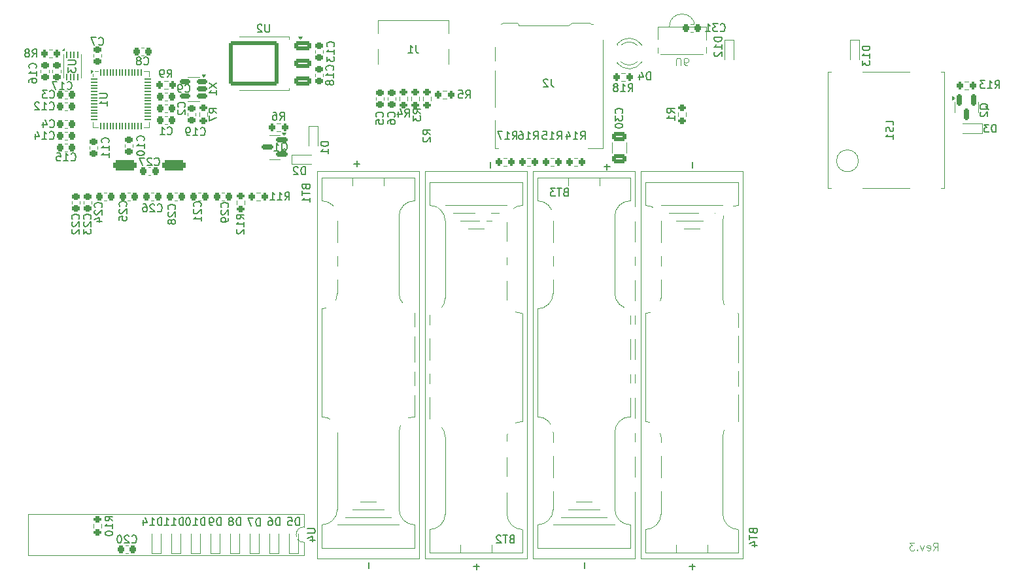
<source format=gbo>
G04 #@! TF.GenerationSoftware,KiCad,Pcbnew,8.0.5*
G04 #@! TF.CreationDate,2025-01-01T11:48:34+09:00*
G04 #@! TF.ProjectId,NERD-HPC,4e455244-2d48-4504-932e-6b696361645f,rev?*
G04 #@! TF.SameCoordinates,Original*
G04 #@! TF.FileFunction,Legend,Bot*
G04 #@! TF.FilePolarity,Positive*
%FSLAX46Y46*%
G04 Gerber Fmt 4.6, Leading zero omitted, Abs format (unit mm)*
G04 Created by KiCad (PCBNEW 8.0.5) date 2025-01-01 11:48:34*
%MOMM*%
%LPD*%
G01*
G04 APERTURE LIST*
G04 Aperture macros list*
%AMRoundRect*
0 Rectangle with rounded corners*
0 $1 Rounding radius*
0 $2 $3 $4 $5 $6 $7 $8 $9 X,Y pos of 4 corners*
0 Add a 4 corners polygon primitive as box body*
4,1,4,$2,$3,$4,$5,$6,$7,$8,$9,$2,$3,0*
0 Add four circle primitives for the rounded corners*
1,1,$1+$1,$2,$3*
1,1,$1+$1,$4,$5*
1,1,$1+$1,$6,$7*
1,1,$1+$1,$8,$9*
0 Add four rect primitives between the rounded corners*
20,1,$1+$1,$2,$3,$4,$5,0*
20,1,$1+$1,$4,$5,$6,$7,0*
20,1,$1+$1,$6,$7,$8,$9,0*
20,1,$1+$1,$8,$9,$2,$3,0*%
G04 Aperture macros list end*
%ADD10C,0.100000*%
%ADD11C,0.150000*%
%ADD12C,0.120000*%
%ADD13C,2.000000*%
%ADD14R,1.700000X1.700000*%
%ADD15O,1.700000X1.700000*%
%ADD16C,3.200000*%
%ADD17C,1.000000*%
%ADD18RoundRect,0.350000X-1.150000X-0.350000X1.150000X-0.350000X1.150000X0.350000X-1.150000X0.350000X0*%
%ADD19R,1.500000X1.500000*%
%ADD20C,1.600000*%
%ADD21C,1.524000*%
%ADD22RoundRect,0.225000X0.250000X-0.225000X0.250000X0.225000X-0.250000X0.225000X-0.250000X-0.225000X0*%
%ADD23RoundRect,0.200000X-0.275000X0.200000X-0.275000X-0.200000X0.275000X-0.200000X0.275000X0.200000X0*%
%ADD24RoundRect,0.200000X-0.200000X-0.275000X0.200000X-0.275000X0.200000X0.275000X-0.200000X0.275000X0*%
%ADD25RoundRect,0.200000X0.200000X0.275000X-0.200000X0.275000X-0.200000X-0.275000X0.200000X-0.275000X0*%
%ADD26C,0.650000*%
%ADD27R,0.300000X1.150000*%
%ADD28O,1.000000X1.600000*%
%ADD29O,1.000000X2.100000*%
%ADD30RoundRect,0.050000X-0.050000X0.387500X-0.050000X-0.387500X0.050000X-0.387500X0.050000X0.387500X0*%
%ADD31RoundRect,0.050000X-0.387500X0.050000X-0.387500X-0.050000X0.387500X-0.050000X0.387500X0.050000X0*%
%ADD32R,3.200000X3.200000*%
%ADD33R,1.100000X2.000000*%
%ADD34R,0.800000X0.800000*%
%ADD35RoundRect,0.225000X-0.250000X0.225000X-0.250000X-0.225000X0.250000X-0.225000X0.250000X0.225000X0*%
%ADD36R,1.800000X1.800000*%
%ADD37C,1.800000*%
%ADD38RoundRect,0.225000X-0.225000X-0.250000X0.225000X-0.250000X0.225000X0.250000X-0.225000X0.250000X0*%
%ADD39RoundRect,0.225000X0.225000X0.250000X-0.225000X0.250000X-0.225000X-0.250000X0.225000X-0.250000X0*%
%ADD40R,3.500000X1.800000*%
%ADD41R,2.000000X1.100000*%
%ADD42RoundRect,0.250000X0.650000X-0.325000X0.650000X0.325000X-0.650000X0.325000X-0.650000X-0.325000X0*%
%ADD43R,2.000000X2.000000*%
%ADD44RoundRect,0.250000X0.850000X0.350000X-0.850000X0.350000X-0.850000X-0.350000X0.850000X-0.350000X0*%
%ADD45RoundRect,0.249997X2.950003X2.650003X-2.950003X2.650003X-2.950003X-2.650003X2.950003X-2.650003X0*%
%ADD46R,1.600000X1.600000*%
%ADD47O,1.600000X1.600000*%
%ADD48R,0.700000X1.200000*%
%ADD49R,1.000000X0.800000*%
%ADD50R,1.000000X2.800000*%
%ADD51R,1.000000X1.200000*%
%ADD52R,1.300000X1.900000*%
%ADD53RoundRect,0.200000X0.275000X-0.200000X0.275000X0.200000X-0.275000X0.200000X-0.275000X-0.200000X0*%
%ADD54RoundRect,0.150000X0.587500X0.150000X-0.587500X0.150000X-0.587500X-0.150000X0.587500X-0.150000X0*%
%ADD55RoundRect,0.150000X-0.150000X0.587500X-0.150000X-0.587500X0.150000X-0.587500X0.150000X0.587500X0*%
%ADD56RoundRect,0.150000X0.512500X0.150000X-0.512500X0.150000X-0.512500X-0.150000X0.512500X-0.150000X0*%
%ADD57RoundRect,0.062500X-0.062500X0.387500X-0.062500X-0.387500X0.062500X-0.387500X0.062500X0.387500X0*%
%ADD58R,1.600000X0.200000*%
G04 APERTURE END LIST*
D10*
X214124687Y-141872419D02*
X214458020Y-141396228D01*
X214696115Y-141872419D02*
X214696115Y-140872419D01*
X214696115Y-140872419D02*
X214315163Y-140872419D01*
X214315163Y-140872419D02*
X214219925Y-140920038D01*
X214219925Y-140920038D02*
X214172306Y-140967657D01*
X214172306Y-140967657D02*
X214124687Y-141062895D01*
X214124687Y-141062895D02*
X214124687Y-141205752D01*
X214124687Y-141205752D02*
X214172306Y-141300990D01*
X214172306Y-141300990D02*
X214219925Y-141348609D01*
X214219925Y-141348609D02*
X214315163Y-141396228D01*
X214315163Y-141396228D02*
X214696115Y-141396228D01*
X213315163Y-141824800D02*
X213410401Y-141872419D01*
X213410401Y-141872419D02*
X213600877Y-141872419D01*
X213600877Y-141872419D02*
X213696115Y-141824800D01*
X213696115Y-141824800D02*
X213743734Y-141729561D01*
X213743734Y-141729561D02*
X213743734Y-141348609D01*
X213743734Y-141348609D02*
X213696115Y-141253371D01*
X213696115Y-141253371D02*
X213600877Y-141205752D01*
X213600877Y-141205752D02*
X213410401Y-141205752D01*
X213410401Y-141205752D02*
X213315163Y-141253371D01*
X213315163Y-141253371D02*
X213267544Y-141348609D01*
X213267544Y-141348609D02*
X213267544Y-141443847D01*
X213267544Y-141443847D02*
X213743734Y-141539085D01*
X212934210Y-141205752D02*
X212696115Y-141872419D01*
X212696115Y-141872419D02*
X212458020Y-141205752D01*
X212077067Y-141777180D02*
X212029448Y-141824800D01*
X212029448Y-141824800D02*
X212077067Y-141872419D01*
X212077067Y-141872419D02*
X212124686Y-141824800D01*
X212124686Y-141824800D02*
X212077067Y-141777180D01*
X212077067Y-141777180D02*
X212077067Y-141872419D01*
X211696115Y-140872419D02*
X211077068Y-140872419D01*
X211077068Y-140872419D02*
X211410401Y-141253371D01*
X211410401Y-141253371D02*
X211267544Y-141253371D01*
X211267544Y-141253371D02*
X211172306Y-141300990D01*
X211172306Y-141300990D02*
X211124687Y-141348609D01*
X211124687Y-141348609D02*
X211077068Y-141443847D01*
X211077068Y-141443847D02*
X211077068Y-141681942D01*
X211077068Y-141681942D02*
X211124687Y-141777180D01*
X211124687Y-141777180D02*
X211172306Y-141824800D01*
X211172306Y-141824800D02*
X211267544Y-141872419D01*
X211267544Y-141872419D02*
X211553258Y-141872419D01*
X211553258Y-141872419D02*
X211648496Y-141824800D01*
X211648496Y-141824800D02*
X211696115Y-141777180D01*
D11*
X101988857Y-82020580D02*
X102036476Y-82068200D01*
X102036476Y-82068200D02*
X102179333Y-82115819D01*
X102179333Y-82115819D02*
X102274571Y-82115819D01*
X102274571Y-82115819D02*
X102417428Y-82068200D01*
X102417428Y-82068200D02*
X102512666Y-81972961D01*
X102512666Y-81972961D02*
X102560285Y-81877723D01*
X102560285Y-81877723D02*
X102607904Y-81687247D01*
X102607904Y-81687247D02*
X102607904Y-81544390D01*
X102607904Y-81544390D02*
X102560285Y-81353914D01*
X102560285Y-81353914D02*
X102512666Y-81258676D01*
X102512666Y-81258676D02*
X102417428Y-81163438D01*
X102417428Y-81163438D02*
X102274571Y-81115819D01*
X102274571Y-81115819D02*
X102179333Y-81115819D01*
X102179333Y-81115819D02*
X102036476Y-81163438D01*
X102036476Y-81163438D02*
X101988857Y-81211057D01*
X101036476Y-82115819D02*
X101607904Y-82115819D01*
X101322190Y-82115819D02*
X101322190Y-81115819D01*
X101322190Y-81115819D02*
X101417428Y-81258676D01*
X101417428Y-81258676D02*
X101512666Y-81353914D01*
X101512666Y-81353914D02*
X101607904Y-81401533D01*
X100703142Y-81115819D02*
X100036476Y-81115819D01*
X100036476Y-81115819D02*
X100465047Y-82115819D01*
X180634819Y-85177333D02*
X180158628Y-84844000D01*
X180634819Y-84605905D02*
X179634819Y-84605905D01*
X179634819Y-84605905D02*
X179634819Y-84986857D01*
X179634819Y-84986857D02*
X179682438Y-85082095D01*
X179682438Y-85082095D02*
X179730057Y-85129714D01*
X179730057Y-85129714D02*
X179825295Y-85177333D01*
X179825295Y-85177333D02*
X179968152Y-85177333D01*
X179968152Y-85177333D02*
X180063390Y-85129714D01*
X180063390Y-85129714D02*
X180111009Y-85082095D01*
X180111009Y-85082095D02*
X180158628Y-84986857D01*
X180158628Y-84986857D02*
X180158628Y-84605905D01*
X180634819Y-86129714D02*
X180634819Y-85558286D01*
X180634819Y-85844000D02*
X179634819Y-85844000D01*
X179634819Y-85844000D02*
X179777676Y-85748762D01*
X179777676Y-85748762D02*
X179872914Y-85653524D01*
X179872914Y-85653524D02*
X179920533Y-85558286D01*
X159646857Y-88592819D02*
X159980190Y-88116628D01*
X160218285Y-88592819D02*
X160218285Y-87592819D01*
X160218285Y-87592819D02*
X159837333Y-87592819D01*
X159837333Y-87592819D02*
X159742095Y-87640438D01*
X159742095Y-87640438D02*
X159694476Y-87688057D01*
X159694476Y-87688057D02*
X159646857Y-87783295D01*
X159646857Y-87783295D02*
X159646857Y-87926152D01*
X159646857Y-87926152D02*
X159694476Y-88021390D01*
X159694476Y-88021390D02*
X159742095Y-88069009D01*
X159742095Y-88069009D02*
X159837333Y-88116628D01*
X159837333Y-88116628D02*
X160218285Y-88116628D01*
X158694476Y-88592819D02*
X159265904Y-88592819D01*
X158980190Y-88592819D02*
X158980190Y-87592819D01*
X158980190Y-87592819D02*
X159075428Y-87735676D01*
X159075428Y-87735676D02*
X159170666Y-87830914D01*
X159170666Y-87830914D02*
X159265904Y-87878533D01*
X158361142Y-87592819D02*
X157694476Y-87592819D01*
X157694476Y-87592819D02*
X158123047Y-88592819D01*
X222130857Y-81988819D02*
X222464190Y-81512628D01*
X222702285Y-81988819D02*
X222702285Y-80988819D01*
X222702285Y-80988819D02*
X222321333Y-80988819D01*
X222321333Y-80988819D02*
X222226095Y-81036438D01*
X222226095Y-81036438D02*
X222178476Y-81084057D01*
X222178476Y-81084057D02*
X222130857Y-81179295D01*
X222130857Y-81179295D02*
X222130857Y-81322152D01*
X222130857Y-81322152D02*
X222178476Y-81417390D01*
X222178476Y-81417390D02*
X222226095Y-81465009D01*
X222226095Y-81465009D02*
X222321333Y-81512628D01*
X222321333Y-81512628D02*
X222702285Y-81512628D01*
X221178476Y-81988819D02*
X221749904Y-81988819D01*
X221464190Y-81988819D02*
X221464190Y-80988819D01*
X221464190Y-80988819D02*
X221559428Y-81131676D01*
X221559428Y-81131676D02*
X221654666Y-81226914D01*
X221654666Y-81226914D02*
X221749904Y-81274533D01*
X220845142Y-80988819D02*
X220226095Y-80988819D01*
X220226095Y-80988819D02*
X220559428Y-81369771D01*
X220559428Y-81369771D02*
X220416571Y-81369771D01*
X220416571Y-81369771D02*
X220321333Y-81417390D01*
X220321333Y-81417390D02*
X220273714Y-81465009D01*
X220273714Y-81465009D02*
X220226095Y-81560247D01*
X220226095Y-81560247D02*
X220226095Y-81798342D01*
X220226095Y-81798342D02*
X220273714Y-81893580D01*
X220273714Y-81893580D02*
X220321333Y-81941200D01*
X220321333Y-81941200D02*
X220416571Y-81988819D01*
X220416571Y-81988819D02*
X220702285Y-81988819D01*
X220702285Y-81988819D02*
X220797523Y-81941200D01*
X220797523Y-81941200D02*
X220845142Y-81893580D01*
X97484666Y-77924819D02*
X97817999Y-77448628D01*
X98056094Y-77924819D02*
X98056094Y-76924819D01*
X98056094Y-76924819D02*
X97675142Y-76924819D01*
X97675142Y-76924819D02*
X97579904Y-76972438D01*
X97579904Y-76972438D02*
X97532285Y-77020057D01*
X97532285Y-77020057D02*
X97484666Y-77115295D01*
X97484666Y-77115295D02*
X97484666Y-77258152D01*
X97484666Y-77258152D02*
X97532285Y-77353390D01*
X97532285Y-77353390D02*
X97579904Y-77401009D01*
X97579904Y-77401009D02*
X97675142Y-77448628D01*
X97675142Y-77448628D02*
X98056094Y-77448628D01*
X96913237Y-77353390D02*
X97008475Y-77305771D01*
X97008475Y-77305771D02*
X97056094Y-77258152D01*
X97056094Y-77258152D02*
X97103713Y-77162914D01*
X97103713Y-77162914D02*
X97103713Y-77115295D01*
X97103713Y-77115295D02*
X97056094Y-77020057D01*
X97056094Y-77020057D02*
X97008475Y-76972438D01*
X97008475Y-76972438D02*
X96913237Y-76924819D01*
X96913237Y-76924819D02*
X96722761Y-76924819D01*
X96722761Y-76924819D02*
X96627523Y-76972438D01*
X96627523Y-76972438D02*
X96579904Y-77020057D01*
X96579904Y-77020057D02*
X96532285Y-77115295D01*
X96532285Y-77115295D02*
X96532285Y-77162914D01*
X96532285Y-77162914D02*
X96579904Y-77258152D01*
X96579904Y-77258152D02*
X96627523Y-77305771D01*
X96627523Y-77305771D02*
X96722761Y-77353390D01*
X96722761Y-77353390D02*
X96913237Y-77353390D01*
X96913237Y-77353390D02*
X97008475Y-77401009D01*
X97008475Y-77401009D02*
X97056094Y-77448628D01*
X97056094Y-77448628D02*
X97103713Y-77543866D01*
X97103713Y-77543866D02*
X97103713Y-77734342D01*
X97103713Y-77734342D02*
X97056094Y-77829580D01*
X97056094Y-77829580D02*
X97008475Y-77877200D01*
X97008475Y-77877200D02*
X96913237Y-77924819D01*
X96913237Y-77924819D02*
X96722761Y-77924819D01*
X96722761Y-77924819D02*
X96627523Y-77877200D01*
X96627523Y-77877200D02*
X96579904Y-77829580D01*
X96579904Y-77829580D02*
X96532285Y-77734342D01*
X96532285Y-77734342D02*
X96532285Y-77543866D01*
X96532285Y-77543866D02*
X96579904Y-77448628D01*
X96579904Y-77448628D02*
X96627523Y-77401009D01*
X96627523Y-77401009D02*
X96722761Y-77353390D01*
X147145333Y-76416819D02*
X147145333Y-77131104D01*
X147145333Y-77131104D02*
X147192952Y-77273961D01*
X147192952Y-77273961D02*
X147288190Y-77369200D01*
X147288190Y-77369200D02*
X147431047Y-77416819D01*
X147431047Y-77416819D02*
X147526285Y-77416819D01*
X146145333Y-77416819D02*
X146716761Y-77416819D01*
X146431047Y-77416819D02*
X146431047Y-76416819D01*
X146431047Y-76416819D02*
X146526285Y-76559676D01*
X146526285Y-76559676D02*
X146621523Y-76654914D01*
X146621523Y-76654914D02*
X146716761Y-76702533D01*
X106170819Y-82640095D02*
X106980342Y-82640095D01*
X106980342Y-82640095D02*
X107075580Y-82687714D01*
X107075580Y-82687714D02*
X107123200Y-82735333D01*
X107123200Y-82735333D02*
X107170819Y-82830571D01*
X107170819Y-82830571D02*
X107170819Y-83021047D01*
X107170819Y-83021047D02*
X107123200Y-83116285D01*
X107123200Y-83116285D02*
X107075580Y-83163904D01*
X107075580Y-83163904D02*
X106980342Y-83211523D01*
X106980342Y-83211523D02*
X106170819Y-83211523D01*
X107170819Y-84211523D02*
X107170819Y-83640095D01*
X107170819Y-83925809D02*
X106170819Y-83925809D01*
X106170819Y-83925809D02*
X106313676Y-83830571D01*
X106313676Y-83830571D02*
X106408914Y-83735333D01*
X106408914Y-83735333D02*
X106456533Y-83640095D01*
X114244285Y-138630819D02*
X114244285Y-137630819D01*
X114244285Y-137630819D02*
X114006190Y-137630819D01*
X114006190Y-137630819D02*
X113863333Y-137678438D01*
X113863333Y-137678438D02*
X113768095Y-137773676D01*
X113768095Y-137773676D02*
X113720476Y-137868914D01*
X113720476Y-137868914D02*
X113672857Y-138059390D01*
X113672857Y-138059390D02*
X113672857Y-138202247D01*
X113672857Y-138202247D02*
X113720476Y-138392723D01*
X113720476Y-138392723D02*
X113768095Y-138487961D01*
X113768095Y-138487961D02*
X113863333Y-138583200D01*
X113863333Y-138583200D02*
X114006190Y-138630819D01*
X114006190Y-138630819D02*
X114244285Y-138630819D01*
X112720476Y-138630819D02*
X113291904Y-138630819D01*
X113006190Y-138630819D02*
X113006190Y-137630819D01*
X113006190Y-137630819D02*
X113101428Y-137773676D01*
X113101428Y-137773676D02*
X113196666Y-137868914D01*
X113196666Y-137868914D02*
X113291904Y-137916533D01*
X111863333Y-137964152D02*
X111863333Y-138630819D01*
X112101428Y-137583200D02*
X112339523Y-138297485D01*
X112339523Y-138297485D02*
X111720476Y-138297485D01*
X111901580Y-88765142D02*
X111949200Y-88717523D01*
X111949200Y-88717523D02*
X111996819Y-88574666D01*
X111996819Y-88574666D02*
X111996819Y-88479428D01*
X111996819Y-88479428D02*
X111949200Y-88336571D01*
X111949200Y-88336571D02*
X111853961Y-88241333D01*
X111853961Y-88241333D02*
X111758723Y-88193714D01*
X111758723Y-88193714D02*
X111568247Y-88146095D01*
X111568247Y-88146095D02*
X111425390Y-88146095D01*
X111425390Y-88146095D02*
X111234914Y-88193714D01*
X111234914Y-88193714D02*
X111139676Y-88241333D01*
X111139676Y-88241333D02*
X111044438Y-88336571D01*
X111044438Y-88336571D02*
X110996819Y-88479428D01*
X110996819Y-88479428D02*
X110996819Y-88574666D01*
X110996819Y-88574666D02*
X111044438Y-88717523D01*
X111044438Y-88717523D02*
X111092057Y-88765142D01*
X111996819Y-89717523D02*
X111996819Y-89146095D01*
X111996819Y-89431809D02*
X110996819Y-89431809D01*
X110996819Y-89431809D02*
X111139676Y-89336571D01*
X111139676Y-89336571D02*
X111234914Y-89241333D01*
X111234914Y-89241333D02*
X111282533Y-89146095D01*
X110996819Y-90336571D02*
X110996819Y-90431809D01*
X110996819Y-90431809D02*
X111044438Y-90527047D01*
X111044438Y-90527047D02*
X111092057Y-90574666D01*
X111092057Y-90574666D02*
X111187295Y-90622285D01*
X111187295Y-90622285D02*
X111377771Y-90669904D01*
X111377771Y-90669904D02*
X111615866Y-90669904D01*
X111615866Y-90669904D02*
X111806342Y-90622285D01*
X111806342Y-90622285D02*
X111901580Y-90574666D01*
X111901580Y-90574666D02*
X111949200Y-90527047D01*
X111949200Y-90527047D02*
X111996819Y-90431809D01*
X111996819Y-90431809D02*
X111996819Y-90336571D01*
X111996819Y-90336571D02*
X111949200Y-90241333D01*
X111949200Y-90241333D02*
X111901580Y-90193714D01*
X111901580Y-90193714D02*
X111806342Y-90146095D01*
X111806342Y-90146095D02*
X111615866Y-90098476D01*
X111615866Y-90098476D02*
X111377771Y-90098476D01*
X111377771Y-90098476D02*
X111187295Y-90146095D01*
X111187295Y-90146095D02*
X111092057Y-90193714D01*
X111092057Y-90193714D02*
X111044438Y-90241333D01*
X111044438Y-90241333D02*
X110996819Y-90336571D01*
X165425857Y-88592819D02*
X165759190Y-88116628D01*
X165997285Y-88592819D02*
X165997285Y-87592819D01*
X165997285Y-87592819D02*
X165616333Y-87592819D01*
X165616333Y-87592819D02*
X165521095Y-87640438D01*
X165521095Y-87640438D02*
X165473476Y-87688057D01*
X165473476Y-87688057D02*
X165425857Y-87783295D01*
X165425857Y-87783295D02*
X165425857Y-87926152D01*
X165425857Y-87926152D02*
X165473476Y-88021390D01*
X165473476Y-88021390D02*
X165521095Y-88069009D01*
X165521095Y-88069009D02*
X165616333Y-88116628D01*
X165616333Y-88116628D02*
X165997285Y-88116628D01*
X164473476Y-88592819D02*
X165044904Y-88592819D01*
X164759190Y-88592819D02*
X164759190Y-87592819D01*
X164759190Y-87592819D02*
X164854428Y-87735676D01*
X164854428Y-87735676D02*
X164949666Y-87830914D01*
X164949666Y-87830914D02*
X165044904Y-87878533D01*
X163568714Y-87592819D02*
X164044904Y-87592819D01*
X164044904Y-87592819D02*
X164092523Y-88069009D01*
X164092523Y-88069009D02*
X164044904Y-88021390D01*
X164044904Y-88021390D02*
X163949666Y-87973771D01*
X163949666Y-87973771D02*
X163711571Y-87973771D01*
X163711571Y-87973771D02*
X163616333Y-88021390D01*
X163616333Y-88021390D02*
X163568714Y-88069009D01*
X163568714Y-88069009D02*
X163521095Y-88164247D01*
X163521095Y-88164247D02*
X163521095Y-88402342D01*
X163521095Y-88402342D02*
X163568714Y-88497580D01*
X163568714Y-88497580D02*
X163616333Y-88545200D01*
X163616333Y-88545200D02*
X163711571Y-88592819D01*
X163711571Y-88592819D02*
X163949666Y-88592819D01*
X163949666Y-88592819D02*
X164044904Y-88545200D01*
X164044904Y-88545200D02*
X164092523Y-88497580D01*
X135836819Y-88923905D02*
X134836819Y-88923905D01*
X134836819Y-88923905D02*
X134836819Y-89162000D01*
X134836819Y-89162000D02*
X134884438Y-89304857D01*
X134884438Y-89304857D02*
X134979676Y-89400095D01*
X134979676Y-89400095D02*
X135074914Y-89447714D01*
X135074914Y-89447714D02*
X135265390Y-89495333D01*
X135265390Y-89495333D02*
X135408247Y-89495333D01*
X135408247Y-89495333D02*
X135598723Y-89447714D01*
X135598723Y-89447714D02*
X135693961Y-89400095D01*
X135693961Y-89400095D02*
X135789200Y-89304857D01*
X135789200Y-89304857D02*
X135836819Y-89162000D01*
X135836819Y-89162000D02*
X135836819Y-88923905D01*
X135836819Y-90447714D02*
X135836819Y-89876286D01*
X135836819Y-90162000D02*
X134836819Y-90162000D01*
X134836819Y-90162000D02*
X134979676Y-90066762D01*
X134979676Y-90066762D02*
X135074914Y-89971524D01*
X135074914Y-89971524D02*
X135122533Y-89876286D01*
X177522094Y-80884819D02*
X177522094Y-79884819D01*
X177522094Y-79884819D02*
X177283999Y-79884819D01*
X177283999Y-79884819D02*
X177141142Y-79932438D01*
X177141142Y-79932438D02*
X177045904Y-80027676D01*
X177045904Y-80027676D02*
X176998285Y-80122914D01*
X176998285Y-80122914D02*
X176950666Y-80313390D01*
X176950666Y-80313390D02*
X176950666Y-80456247D01*
X176950666Y-80456247D02*
X176998285Y-80646723D01*
X176998285Y-80646723D02*
X177045904Y-80741961D01*
X177045904Y-80741961D02*
X177141142Y-80837200D01*
X177141142Y-80837200D02*
X177283999Y-80884819D01*
X177283999Y-80884819D02*
X177522094Y-80884819D01*
X176093523Y-80218152D02*
X176093523Y-80884819D01*
X176331618Y-79837200D02*
X176569713Y-80551485D01*
X176569713Y-80551485D02*
X175950666Y-80551485D01*
X149044819Y-87971333D02*
X148568628Y-87638000D01*
X149044819Y-87399905D02*
X148044819Y-87399905D01*
X148044819Y-87399905D02*
X148044819Y-87780857D01*
X148044819Y-87780857D02*
X148092438Y-87876095D01*
X148092438Y-87876095D02*
X148140057Y-87923714D01*
X148140057Y-87923714D02*
X148235295Y-87971333D01*
X148235295Y-87971333D02*
X148378152Y-87971333D01*
X148378152Y-87971333D02*
X148473390Y-87923714D01*
X148473390Y-87923714D02*
X148521009Y-87876095D01*
X148521009Y-87876095D02*
X148568628Y-87780857D01*
X148568628Y-87780857D02*
X148568628Y-87399905D01*
X148140057Y-88352286D02*
X148092438Y-88399905D01*
X148092438Y-88399905D02*
X148044819Y-88495143D01*
X148044819Y-88495143D02*
X148044819Y-88733238D01*
X148044819Y-88733238D02*
X148092438Y-88828476D01*
X148092438Y-88828476D02*
X148140057Y-88876095D01*
X148140057Y-88876095D02*
X148235295Y-88923714D01*
X148235295Y-88923714D02*
X148330533Y-88923714D01*
X148330533Y-88923714D02*
X148473390Y-88876095D01*
X148473390Y-88876095D02*
X149044819Y-88304667D01*
X149044819Y-88304667D02*
X149044819Y-88923714D01*
X117260666Y-82401580D02*
X117308285Y-82449200D01*
X117308285Y-82449200D02*
X117451142Y-82496819D01*
X117451142Y-82496819D02*
X117546380Y-82496819D01*
X117546380Y-82496819D02*
X117689237Y-82449200D01*
X117689237Y-82449200D02*
X117784475Y-82353961D01*
X117784475Y-82353961D02*
X117832094Y-82258723D01*
X117832094Y-82258723D02*
X117879713Y-82068247D01*
X117879713Y-82068247D02*
X117879713Y-81925390D01*
X117879713Y-81925390D02*
X117832094Y-81734914D01*
X117832094Y-81734914D02*
X117784475Y-81639676D01*
X117784475Y-81639676D02*
X117689237Y-81544438D01*
X117689237Y-81544438D02*
X117546380Y-81496819D01*
X117546380Y-81496819D02*
X117451142Y-81496819D01*
X117451142Y-81496819D02*
X117308285Y-81544438D01*
X117308285Y-81544438D02*
X117260666Y-81592057D01*
X116784475Y-82496819D02*
X116593999Y-82496819D01*
X116593999Y-82496819D02*
X116498761Y-82449200D01*
X116498761Y-82449200D02*
X116451142Y-82401580D01*
X116451142Y-82401580D02*
X116355904Y-82258723D01*
X116355904Y-82258723D02*
X116308285Y-82068247D01*
X116308285Y-82068247D02*
X116308285Y-81687295D01*
X116308285Y-81687295D02*
X116355904Y-81592057D01*
X116355904Y-81592057D02*
X116403523Y-81544438D01*
X116403523Y-81544438D02*
X116498761Y-81496819D01*
X116498761Y-81496819D02*
X116689237Y-81496819D01*
X116689237Y-81496819D02*
X116784475Y-81544438D01*
X116784475Y-81544438D02*
X116832094Y-81592057D01*
X116832094Y-81592057D02*
X116879713Y-81687295D01*
X116879713Y-81687295D02*
X116879713Y-81925390D01*
X116879713Y-81925390D02*
X116832094Y-82020628D01*
X116832094Y-82020628D02*
X116784475Y-82068247D01*
X116784475Y-82068247D02*
X116689237Y-82115866D01*
X116689237Y-82115866D02*
X116498761Y-82115866D01*
X116498761Y-82115866D02*
X116403523Y-82068247D01*
X116403523Y-82068247D02*
X116355904Y-82020628D01*
X116355904Y-82020628D02*
X116308285Y-81925390D01*
X97931580Y-79367142D02*
X97979200Y-79319523D01*
X97979200Y-79319523D02*
X98026819Y-79176666D01*
X98026819Y-79176666D02*
X98026819Y-79081428D01*
X98026819Y-79081428D02*
X97979200Y-78938571D01*
X97979200Y-78938571D02*
X97883961Y-78843333D01*
X97883961Y-78843333D02*
X97788723Y-78795714D01*
X97788723Y-78795714D02*
X97598247Y-78748095D01*
X97598247Y-78748095D02*
X97455390Y-78748095D01*
X97455390Y-78748095D02*
X97264914Y-78795714D01*
X97264914Y-78795714D02*
X97169676Y-78843333D01*
X97169676Y-78843333D02*
X97074438Y-78938571D01*
X97074438Y-78938571D02*
X97026819Y-79081428D01*
X97026819Y-79081428D02*
X97026819Y-79176666D01*
X97026819Y-79176666D02*
X97074438Y-79319523D01*
X97074438Y-79319523D02*
X97122057Y-79367142D01*
X98026819Y-80319523D02*
X98026819Y-79748095D01*
X98026819Y-80033809D02*
X97026819Y-80033809D01*
X97026819Y-80033809D02*
X97169676Y-79938571D01*
X97169676Y-79938571D02*
X97264914Y-79843333D01*
X97264914Y-79843333D02*
X97312533Y-79748095D01*
X97026819Y-81176666D02*
X97026819Y-80986190D01*
X97026819Y-80986190D02*
X97074438Y-80890952D01*
X97074438Y-80890952D02*
X97122057Y-80843333D01*
X97122057Y-80843333D02*
X97264914Y-80748095D01*
X97264914Y-80748095D02*
X97455390Y-80700476D01*
X97455390Y-80700476D02*
X97836342Y-80700476D01*
X97836342Y-80700476D02*
X97931580Y-80748095D01*
X97931580Y-80748095D02*
X97979200Y-80795714D01*
X97979200Y-80795714D02*
X98026819Y-80890952D01*
X98026819Y-80890952D02*
X98026819Y-81081428D01*
X98026819Y-81081428D02*
X97979200Y-81176666D01*
X97979200Y-81176666D02*
X97931580Y-81224285D01*
X97931580Y-81224285D02*
X97836342Y-81271904D01*
X97836342Y-81271904D02*
X97598247Y-81271904D01*
X97598247Y-81271904D02*
X97503009Y-81224285D01*
X97503009Y-81224285D02*
X97455390Y-81176666D01*
X97455390Y-81176666D02*
X97407771Y-81081428D01*
X97407771Y-81081428D02*
X97407771Y-80890952D01*
X97407771Y-80890952D02*
X97455390Y-80795714D01*
X97455390Y-80795714D02*
X97503009Y-80748095D01*
X97503009Y-80748095D02*
X97598247Y-80700476D01*
X144377580Y-85685333D02*
X144425200Y-85637714D01*
X144425200Y-85637714D02*
X144472819Y-85494857D01*
X144472819Y-85494857D02*
X144472819Y-85399619D01*
X144472819Y-85399619D02*
X144425200Y-85256762D01*
X144425200Y-85256762D02*
X144329961Y-85161524D01*
X144329961Y-85161524D02*
X144234723Y-85113905D01*
X144234723Y-85113905D02*
X144044247Y-85066286D01*
X144044247Y-85066286D02*
X143901390Y-85066286D01*
X143901390Y-85066286D02*
X143710914Y-85113905D01*
X143710914Y-85113905D02*
X143615676Y-85161524D01*
X143615676Y-85161524D02*
X143520438Y-85256762D01*
X143520438Y-85256762D02*
X143472819Y-85399619D01*
X143472819Y-85399619D02*
X143472819Y-85494857D01*
X143472819Y-85494857D02*
X143520438Y-85637714D01*
X143520438Y-85637714D02*
X143568057Y-85685333D01*
X143472819Y-86542476D02*
X143472819Y-86352000D01*
X143472819Y-86352000D02*
X143520438Y-86256762D01*
X143520438Y-86256762D02*
X143568057Y-86209143D01*
X143568057Y-86209143D02*
X143710914Y-86113905D01*
X143710914Y-86113905D02*
X143901390Y-86066286D01*
X143901390Y-86066286D02*
X144282342Y-86066286D01*
X144282342Y-86066286D02*
X144377580Y-86113905D01*
X144377580Y-86113905D02*
X144425200Y-86161524D01*
X144425200Y-86161524D02*
X144472819Y-86256762D01*
X144472819Y-86256762D02*
X144472819Y-86447238D01*
X144472819Y-86447238D02*
X144425200Y-86542476D01*
X144425200Y-86542476D02*
X144377580Y-86590095D01*
X144377580Y-86590095D02*
X144282342Y-86637714D01*
X144282342Y-86637714D02*
X144044247Y-86637714D01*
X144044247Y-86637714D02*
X143949009Y-86590095D01*
X143949009Y-86590095D02*
X143901390Y-86542476D01*
X143901390Y-86542476D02*
X143853771Y-86447238D01*
X143853771Y-86447238D02*
X143853771Y-86256762D01*
X143853771Y-86256762D02*
X143901390Y-86161524D01*
X143901390Y-86161524D02*
X143949009Y-86113905D01*
X143949009Y-86113905D02*
X144044247Y-86066286D01*
X99734666Y-83163580D02*
X99782285Y-83211200D01*
X99782285Y-83211200D02*
X99925142Y-83258819D01*
X99925142Y-83258819D02*
X100020380Y-83258819D01*
X100020380Y-83258819D02*
X100163237Y-83211200D01*
X100163237Y-83211200D02*
X100258475Y-83115961D01*
X100258475Y-83115961D02*
X100306094Y-83020723D01*
X100306094Y-83020723D02*
X100353713Y-82830247D01*
X100353713Y-82830247D02*
X100353713Y-82687390D01*
X100353713Y-82687390D02*
X100306094Y-82496914D01*
X100306094Y-82496914D02*
X100258475Y-82401676D01*
X100258475Y-82401676D02*
X100163237Y-82306438D01*
X100163237Y-82306438D02*
X100020380Y-82258819D01*
X100020380Y-82258819D02*
X99925142Y-82258819D01*
X99925142Y-82258819D02*
X99782285Y-82306438D01*
X99782285Y-82306438D02*
X99734666Y-82354057D01*
X99401332Y-82258819D02*
X98782285Y-82258819D01*
X98782285Y-82258819D02*
X99115618Y-82639771D01*
X99115618Y-82639771D02*
X98972761Y-82639771D01*
X98972761Y-82639771D02*
X98877523Y-82687390D01*
X98877523Y-82687390D02*
X98829904Y-82735009D01*
X98829904Y-82735009D02*
X98782285Y-82830247D01*
X98782285Y-82830247D02*
X98782285Y-83068342D01*
X98782285Y-83068342D02*
X98829904Y-83163580D01*
X98829904Y-83163580D02*
X98877523Y-83211200D01*
X98877523Y-83211200D02*
X98972761Y-83258819D01*
X98972761Y-83258819D02*
X99258475Y-83258819D01*
X99258475Y-83258819D02*
X99353713Y-83211200D01*
X99353713Y-83211200D02*
X99401332Y-83163580D01*
X119256980Y-97274142D02*
X119304600Y-97226523D01*
X119304600Y-97226523D02*
X119352219Y-97083666D01*
X119352219Y-97083666D02*
X119352219Y-96988428D01*
X119352219Y-96988428D02*
X119304600Y-96845571D01*
X119304600Y-96845571D02*
X119209361Y-96750333D01*
X119209361Y-96750333D02*
X119114123Y-96702714D01*
X119114123Y-96702714D02*
X118923647Y-96655095D01*
X118923647Y-96655095D02*
X118780790Y-96655095D01*
X118780790Y-96655095D02*
X118590314Y-96702714D01*
X118590314Y-96702714D02*
X118495076Y-96750333D01*
X118495076Y-96750333D02*
X118399838Y-96845571D01*
X118399838Y-96845571D02*
X118352219Y-96988428D01*
X118352219Y-96988428D02*
X118352219Y-97083666D01*
X118352219Y-97083666D02*
X118399838Y-97226523D01*
X118399838Y-97226523D02*
X118447457Y-97274142D01*
X118447457Y-97655095D02*
X118399838Y-97702714D01*
X118399838Y-97702714D02*
X118352219Y-97797952D01*
X118352219Y-97797952D02*
X118352219Y-98036047D01*
X118352219Y-98036047D02*
X118399838Y-98131285D01*
X118399838Y-98131285D02*
X118447457Y-98178904D01*
X118447457Y-98178904D02*
X118542695Y-98226523D01*
X118542695Y-98226523D02*
X118637933Y-98226523D01*
X118637933Y-98226523D02*
X118780790Y-98178904D01*
X118780790Y-98178904D02*
X119352219Y-97607476D01*
X119352219Y-97607476D02*
X119352219Y-98226523D01*
X119352219Y-99178904D02*
X119352219Y-98607476D01*
X119352219Y-98893190D02*
X118352219Y-98893190D01*
X118352219Y-98893190D02*
X118495076Y-98797952D01*
X118495076Y-98797952D02*
X118590314Y-98702714D01*
X118590314Y-98702714D02*
X118637933Y-98607476D01*
X136409580Y-79621142D02*
X136457200Y-79573523D01*
X136457200Y-79573523D02*
X136504819Y-79430666D01*
X136504819Y-79430666D02*
X136504819Y-79335428D01*
X136504819Y-79335428D02*
X136457200Y-79192571D01*
X136457200Y-79192571D02*
X136361961Y-79097333D01*
X136361961Y-79097333D02*
X136266723Y-79049714D01*
X136266723Y-79049714D02*
X136076247Y-79002095D01*
X136076247Y-79002095D02*
X135933390Y-79002095D01*
X135933390Y-79002095D02*
X135742914Y-79049714D01*
X135742914Y-79049714D02*
X135647676Y-79097333D01*
X135647676Y-79097333D02*
X135552438Y-79192571D01*
X135552438Y-79192571D02*
X135504819Y-79335428D01*
X135504819Y-79335428D02*
X135504819Y-79430666D01*
X135504819Y-79430666D02*
X135552438Y-79573523D01*
X135552438Y-79573523D02*
X135600057Y-79621142D01*
X136504819Y-80573523D02*
X136504819Y-80002095D01*
X136504819Y-80287809D02*
X135504819Y-80287809D01*
X135504819Y-80287809D02*
X135647676Y-80192571D01*
X135647676Y-80192571D02*
X135742914Y-80097333D01*
X135742914Y-80097333D02*
X135790533Y-80002095D01*
X135933390Y-81144952D02*
X135885771Y-81049714D01*
X135885771Y-81049714D02*
X135838152Y-81002095D01*
X135838152Y-81002095D02*
X135742914Y-80954476D01*
X135742914Y-80954476D02*
X135695295Y-80954476D01*
X135695295Y-80954476D02*
X135600057Y-81002095D01*
X135600057Y-81002095D02*
X135552438Y-81049714D01*
X135552438Y-81049714D02*
X135504819Y-81144952D01*
X135504819Y-81144952D02*
X135504819Y-81335428D01*
X135504819Y-81335428D02*
X135552438Y-81430666D01*
X135552438Y-81430666D02*
X135600057Y-81478285D01*
X135600057Y-81478285D02*
X135695295Y-81525904D01*
X135695295Y-81525904D02*
X135742914Y-81525904D01*
X135742914Y-81525904D02*
X135838152Y-81478285D01*
X135838152Y-81478285D02*
X135885771Y-81430666D01*
X135885771Y-81430666D02*
X135933390Y-81335428D01*
X135933390Y-81335428D02*
X135933390Y-81144952D01*
X135933390Y-81144952D02*
X135981009Y-81049714D01*
X135981009Y-81049714D02*
X136028628Y-81002095D01*
X136028628Y-81002095D02*
X136123866Y-80954476D01*
X136123866Y-80954476D02*
X136314342Y-80954476D01*
X136314342Y-80954476D02*
X136409580Y-81002095D01*
X136409580Y-81002095D02*
X136457200Y-81049714D01*
X136457200Y-81049714D02*
X136504819Y-81144952D01*
X136504819Y-81144952D02*
X136504819Y-81335428D01*
X136504819Y-81335428D02*
X136457200Y-81430666D01*
X136457200Y-81430666D02*
X136409580Y-81478285D01*
X136409580Y-81478285D02*
X136314342Y-81525904D01*
X136314342Y-81525904D02*
X136123866Y-81525904D01*
X136123866Y-81525904D02*
X136028628Y-81478285D01*
X136028628Y-81478285D02*
X135981009Y-81430666D01*
X135981009Y-81430666D02*
X135933390Y-81335428D01*
X124436094Y-138630819D02*
X124436094Y-137630819D01*
X124436094Y-137630819D02*
X124197999Y-137630819D01*
X124197999Y-137630819D02*
X124055142Y-137678438D01*
X124055142Y-137678438D02*
X123959904Y-137773676D01*
X123959904Y-137773676D02*
X123912285Y-137868914D01*
X123912285Y-137868914D02*
X123864666Y-138059390D01*
X123864666Y-138059390D02*
X123864666Y-138202247D01*
X123864666Y-138202247D02*
X123912285Y-138392723D01*
X123912285Y-138392723D02*
X123959904Y-138487961D01*
X123959904Y-138487961D02*
X124055142Y-138583200D01*
X124055142Y-138583200D02*
X124197999Y-138630819D01*
X124197999Y-138630819D02*
X124436094Y-138630819D01*
X123293237Y-138059390D02*
X123388475Y-138011771D01*
X123388475Y-138011771D02*
X123436094Y-137964152D01*
X123436094Y-137964152D02*
X123483713Y-137868914D01*
X123483713Y-137868914D02*
X123483713Y-137821295D01*
X123483713Y-137821295D02*
X123436094Y-137726057D01*
X123436094Y-137726057D02*
X123388475Y-137678438D01*
X123388475Y-137678438D02*
X123293237Y-137630819D01*
X123293237Y-137630819D02*
X123102761Y-137630819D01*
X123102761Y-137630819D02*
X123007523Y-137678438D01*
X123007523Y-137678438D02*
X122959904Y-137726057D01*
X122959904Y-137726057D02*
X122912285Y-137821295D01*
X122912285Y-137821295D02*
X122912285Y-137868914D01*
X122912285Y-137868914D02*
X122959904Y-137964152D01*
X122959904Y-137964152D02*
X123007523Y-138011771D01*
X123007523Y-138011771D02*
X123102761Y-138059390D01*
X123102761Y-138059390D02*
X123293237Y-138059390D01*
X123293237Y-138059390D02*
X123388475Y-138107009D01*
X123388475Y-138107009D02*
X123436094Y-138154628D01*
X123436094Y-138154628D02*
X123483713Y-138249866D01*
X123483713Y-138249866D02*
X123483713Y-138440342D01*
X123483713Y-138440342D02*
X123436094Y-138535580D01*
X123436094Y-138535580D02*
X123388475Y-138583200D01*
X123388475Y-138583200D02*
X123293237Y-138630819D01*
X123293237Y-138630819D02*
X123102761Y-138630819D01*
X123102761Y-138630819D02*
X123007523Y-138583200D01*
X123007523Y-138583200D02*
X122959904Y-138535580D01*
X122959904Y-138535580D02*
X122912285Y-138440342D01*
X122912285Y-138440342D02*
X122912285Y-138249866D01*
X122912285Y-138249866D02*
X122959904Y-138154628D01*
X122959904Y-138154628D02*
X123007523Y-138107009D01*
X123007523Y-138107009D02*
X123102761Y-138059390D01*
X105007580Y-98925142D02*
X105055200Y-98877523D01*
X105055200Y-98877523D02*
X105102819Y-98734666D01*
X105102819Y-98734666D02*
X105102819Y-98639428D01*
X105102819Y-98639428D02*
X105055200Y-98496571D01*
X105055200Y-98496571D02*
X104959961Y-98401333D01*
X104959961Y-98401333D02*
X104864723Y-98353714D01*
X104864723Y-98353714D02*
X104674247Y-98306095D01*
X104674247Y-98306095D02*
X104531390Y-98306095D01*
X104531390Y-98306095D02*
X104340914Y-98353714D01*
X104340914Y-98353714D02*
X104245676Y-98401333D01*
X104245676Y-98401333D02*
X104150438Y-98496571D01*
X104150438Y-98496571D02*
X104102819Y-98639428D01*
X104102819Y-98639428D02*
X104102819Y-98734666D01*
X104102819Y-98734666D02*
X104150438Y-98877523D01*
X104150438Y-98877523D02*
X104198057Y-98925142D01*
X104198057Y-99306095D02*
X104150438Y-99353714D01*
X104150438Y-99353714D02*
X104102819Y-99448952D01*
X104102819Y-99448952D02*
X104102819Y-99687047D01*
X104102819Y-99687047D02*
X104150438Y-99782285D01*
X104150438Y-99782285D02*
X104198057Y-99829904D01*
X104198057Y-99829904D02*
X104293295Y-99877523D01*
X104293295Y-99877523D02*
X104388533Y-99877523D01*
X104388533Y-99877523D02*
X104531390Y-99829904D01*
X104531390Y-99829904D02*
X105102819Y-99258476D01*
X105102819Y-99258476D02*
X105102819Y-99877523D01*
X104102819Y-100210857D02*
X104102819Y-100829904D01*
X104102819Y-100829904D02*
X104483771Y-100496571D01*
X104483771Y-100496571D02*
X104483771Y-100639428D01*
X104483771Y-100639428D02*
X104531390Y-100734666D01*
X104531390Y-100734666D02*
X104579009Y-100782285D01*
X104579009Y-100782285D02*
X104674247Y-100829904D01*
X104674247Y-100829904D02*
X104912342Y-100829904D01*
X104912342Y-100829904D02*
X105007580Y-100782285D01*
X105007580Y-100782285D02*
X105055200Y-100734666D01*
X105055200Y-100734666D02*
X105102819Y-100639428D01*
X105102819Y-100639428D02*
X105102819Y-100353714D01*
X105102819Y-100353714D02*
X105055200Y-100258476D01*
X105055200Y-100258476D02*
X105007580Y-100210857D01*
X129531166Y-86080819D02*
X129864499Y-85604628D01*
X130102594Y-86080819D02*
X130102594Y-85080819D01*
X130102594Y-85080819D02*
X129721642Y-85080819D01*
X129721642Y-85080819D02*
X129626404Y-85128438D01*
X129626404Y-85128438D02*
X129578785Y-85176057D01*
X129578785Y-85176057D02*
X129531166Y-85271295D01*
X129531166Y-85271295D02*
X129531166Y-85414152D01*
X129531166Y-85414152D02*
X129578785Y-85509390D01*
X129578785Y-85509390D02*
X129626404Y-85557009D01*
X129626404Y-85557009D02*
X129721642Y-85604628D01*
X129721642Y-85604628D02*
X130102594Y-85604628D01*
X128674023Y-85080819D02*
X128864499Y-85080819D01*
X128864499Y-85080819D02*
X128959737Y-85128438D01*
X128959737Y-85128438D02*
X129007356Y-85176057D01*
X129007356Y-85176057D02*
X129102594Y-85318914D01*
X129102594Y-85318914D02*
X129150213Y-85509390D01*
X129150213Y-85509390D02*
X129150213Y-85890342D01*
X129150213Y-85890342D02*
X129102594Y-85985580D01*
X129102594Y-85985580D02*
X129054975Y-86033200D01*
X129054975Y-86033200D02*
X128959737Y-86080819D01*
X128959737Y-86080819D02*
X128769261Y-86080819D01*
X128769261Y-86080819D02*
X128674023Y-86033200D01*
X128674023Y-86033200D02*
X128626404Y-85985580D01*
X128626404Y-85985580D02*
X128578785Y-85890342D01*
X128578785Y-85890342D02*
X128578785Y-85652247D01*
X128578785Y-85652247D02*
X128626404Y-85557009D01*
X128626404Y-85557009D02*
X128674023Y-85509390D01*
X128674023Y-85509390D02*
X128769261Y-85461771D01*
X128769261Y-85461771D02*
X128959737Y-85461771D01*
X128959737Y-85461771D02*
X129054975Y-85509390D01*
X129054975Y-85509390D02*
X129102594Y-85557009D01*
X129102594Y-85557009D02*
X129150213Y-85652247D01*
X145708666Y-85671819D02*
X146041999Y-85195628D01*
X146280094Y-85671819D02*
X146280094Y-84671819D01*
X146280094Y-84671819D02*
X145899142Y-84671819D01*
X145899142Y-84671819D02*
X145803904Y-84719438D01*
X145803904Y-84719438D02*
X145756285Y-84767057D01*
X145756285Y-84767057D02*
X145708666Y-84862295D01*
X145708666Y-84862295D02*
X145708666Y-85005152D01*
X145708666Y-85005152D02*
X145756285Y-85100390D01*
X145756285Y-85100390D02*
X145803904Y-85148009D01*
X145803904Y-85148009D02*
X145899142Y-85195628D01*
X145899142Y-85195628D02*
X146280094Y-85195628D01*
X144851523Y-85005152D02*
X144851523Y-85671819D01*
X145089618Y-84624200D02*
X145327713Y-85338485D01*
X145327713Y-85338485D02*
X144708666Y-85338485D01*
X186763819Y-75366714D02*
X185763819Y-75366714D01*
X185763819Y-75366714D02*
X185763819Y-75604809D01*
X185763819Y-75604809D02*
X185811438Y-75747666D01*
X185811438Y-75747666D02*
X185906676Y-75842904D01*
X185906676Y-75842904D02*
X186001914Y-75890523D01*
X186001914Y-75890523D02*
X186192390Y-75938142D01*
X186192390Y-75938142D02*
X186335247Y-75938142D01*
X186335247Y-75938142D02*
X186525723Y-75890523D01*
X186525723Y-75890523D02*
X186620961Y-75842904D01*
X186620961Y-75842904D02*
X186716200Y-75747666D01*
X186716200Y-75747666D02*
X186763819Y-75604809D01*
X186763819Y-75604809D02*
X186763819Y-75366714D01*
X186763819Y-76890523D02*
X186763819Y-76319095D01*
X186763819Y-76604809D02*
X185763819Y-76604809D01*
X185763819Y-76604809D02*
X185906676Y-76509571D01*
X185906676Y-76509571D02*
X186001914Y-76414333D01*
X186001914Y-76414333D02*
X186049533Y-76319095D01*
X185859057Y-77271476D02*
X185811438Y-77319095D01*
X185811438Y-77319095D02*
X185763819Y-77414333D01*
X185763819Y-77414333D02*
X185763819Y-77652428D01*
X185763819Y-77652428D02*
X185811438Y-77747666D01*
X185811438Y-77747666D02*
X185859057Y-77795285D01*
X185859057Y-77795285D02*
X185954295Y-77842904D01*
X185954295Y-77842904D02*
X186049533Y-77842904D01*
X186049533Y-77842904D02*
X186192390Y-77795285D01*
X186192390Y-77795285D02*
X186763819Y-77223857D01*
X186763819Y-77223857D02*
X186763819Y-77842904D01*
X208980819Y-86733142D02*
X208980819Y-86256952D01*
X208980819Y-86256952D02*
X207980819Y-86256952D01*
X208933200Y-87018857D02*
X208980819Y-87161714D01*
X208980819Y-87161714D02*
X208980819Y-87399809D01*
X208980819Y-87399809D02*
X208933200Y-87495047D01*
X208933200Y-87495047D02*
X208885580Y-87542666D01*
X208885580Y-87542666D02*
X208790342Y-87590285D01*
X208790342Y-87590285D02*
X208695104Y-87590285D01*
X208695104Y-87590285D02*
X208599866Y-87542666D01*
X208599866Y-87542666D02*
X208552247Y-87495047D01*
X208552247Y-87495047D02*
X208504628Y-87399809D01*
X208504628Y-87399809D02*
X208457009Y-87209333D01*
X208457009Y-87209333D02*
X208409390Y-87114095D01*
X208409390Y-87114095D02*
X208361771Y-87066476D01*
X208361771Y-87066476D02*
X208266533Y-87018857D01*
X208266533Y-87018857D02*
X208171295Y-87018857D01*
X208171295Y-87018857D02*
X208076057Y-87066476D01*
X208076057Y-87066476D02*
X208028438Y-87114095D01*
X208028438Y-87114095D02*
X207980819Y-87209333D01*
X207980819Y-87209333D02*
X207980819Y-87447428D01*
X207980819Y-87447428D02*
X208028438Y-87590285D01*
X208980819Y-88542666D02*
X208980819Y-87971238D01*
X208980819Y-88256952D02*
X207980819Y-88256952D01*
X207980819Y-88256952D02*
X208123676Y-88161714D01*
X208123676Y-88161714D02*
X208218914Y-88066476D01*
X208218914Y-88066476D02*
X208266533Y-87971238D01*
X129516094Y-138630819D02*
X129516094Y-137630819D01*
X129516094Y-137630819D02*
X129277999Y-137630819D01*
X129277999Y-137630819D02*
X129135142Y-137678438D01*
X129135142Y-137678438D02*
X129039904Y-137773676D01*
X129039904Y-137773676D02*
X128992285Y-137868914D01*
X128992285Y-137868914D02*
X128944666Y-138059390D01*
X128944666Y-138059390D02*
X128944666Y-138202247D01*
X128944666Y-138202247D02*
X128992285Y-138392723D01*
X128992285Y-138392723D02*
X129039904Y-138487961D01*
X129039904Y-138487961D02*
X129135142Y-138583200D01*
X129135142Y-138583200D02*
X129277999Y-138630819D01*
X129277999Y-138630819D02*
X129516094Y-138630819D01*
X128087523Y-137630819D02*
X128277999Y-137630819D01*
X128277999Y-137630819D02*
X128373237Y-137678438D01*
X128373237Y-137678438D02*
X128420856Y-137726057D01*
X128420856Y-137726057D02*
X128516094Y-137868914D01*
X128516094Y-137868914D02*
X128563713Y-138059390D01*
X128563713Y-138059390D02*
X128563713Y-138440342D01*
X128563713Y-138440342D02*
X128516094Y-138535580D01*
X128516094Y-138535580D02*
X128468475Y-138583200D01*
X128468475Y-138583200D02*
X128373237Y-138630819D01*
X128373237Y-138630819D02*
X128182761Y-138630819D01*
X128182761Y-138630819D02*
X128087523Y-138583200D01*
X128087523Y-138583200D02*
X128039904Y-138535580D01*
X128039904Y-138535580D02*
X127992285Y-138440342D01*
X127992285Y-138440342D02*
X127992285Y-138202247D01*
X127992285Y-138202247D02*
X128039904Y-138107009D01*
X128039904Y-138107009D02*
X128087523Y-138059390D01*
X128087523Y-138059390D02*
X128182761Y-138011771D01*
X128182761Y-138011771D02*
X128373237Y-138011771D01*
X128373237Y-138011771D02*
X128468475Y-138059390D01*
X128468475Y-138059390D02*
X128516094Y-138107009D01*
X128516094Y-138107009D02*
X128563713Y-138202247D01*
X222226094Y-87678419D02*
X222226094Y-86678419D01*
X222226094Y-86678419D02*
X221987999Y-86678419D01*
X221987999Y-86678419D02*
X221845142Y-86726038D01*
X221845142Y-86726038D02*
X221749904Y-86821276D01*
X221749904Y-86821276D02*
X221702285Y-86916514D01*
X221702285Y-86916514D02*
X221654666Y-87106990D01*
X221654666Y-87106990D02*
X221654666Y-87249847D01*
X221654666Y-87249847D02*
X221702285Y-87440323D01*
X221702285Y-87440323D02*
X221749904Y-87535561D01*
X221749904Y-87535561D02*
X221845142Y-87630800D01*
X221845142Y-87630800D02*
X221987999Y-87678419D01*
X221987999Y-87678419D02*
X222226094Y-87678419D01*
X221321332Y-86678419D02*
X220702285Y-86678419D01*
X220702285Y-86678419D02*
X221035618Y-87059371D01*
X221035618Y-87059371D02*
X220892761Y-87059371D01*
X220892761Y-87059371D02*
X220797523Y-87106990D01*
X220797523Y-87106990D02*
X220749904Y-87154609D01*
X220749904Y-87154609D02*
X220702285Y-87249847D01*
X220702285Y-87249847D02*
X220702285Y-87487942D01*
X220702285Y-87487942D02*
X220749904Y-87583180D01*
X220749904Y-87583180D02*
X220797523Y-87630800D01*
X220797523Y-87630800D02*
X220892761Y-87678419D01*
X220892761Y-87678419D02*
X221178475Y-87678419D01*
X221178475Y-87678419D02*
X221273713Y-87630800D01*
X221273713Y-87630800D02*
X221321332Y-87583180D01*
X132056094Y-138630819D02*
X132056094Y-137630819D01*
X132056094Y-137630819D02*
X131817999Y-137630819D01*
X131817999Y-137630819D02*
X131675142Y-137678438D01*
X131675142Y-137678438D02*
X131579904Y-137773676D01*
X131579904Y-137773676D02*
X131532285Y-137868914D01*
X131532285Y-137868914D02*
X131484666Y-138059390D01*
X131484666Y-138059390D02*
X131484666Y-138202247D01*
X131484666Y-138202247D02*
X131532285Y-138392723D01*
X131532285Y-138392723D02*
X131579904Y-138487961D01*
X131579904Y-138487961D02*
X131675142Y-138583200D01*
X131675142Y-138583200D02*
X131817999Y-138630819D01*
X131817999Y-138630819D02*
X132056094Y-138630819D01*
X130579904Y-137630819D02*
X131056094Y-137630819D01*
X131056094Y-137630819D02*
X131103713Y-138107009D01*
X131103713Y-138107009D02*
X131056094Y-138059390D01*
X131056094Y-138059390D02*
X130960856Y-138011771D01*
X130960856Y-138011771D02*
X130722761Y-138011771D01*
X130722761Y-138011771D02*
X130627523Y-138059390D01*
X130627523Y-138059390D02*
X130579904Y-138107009D01*
X130579904Y-138107009D02*
X130532285Y-138202247D01*
X130532285Y-138202247D02*
X130532285Y-138440342D01*
X130532285Y-138440342D02*
X130579904Y-138535580D01*
X130579904Y-138535580D02*
X130627523Y-138583200D01*
X130627523Y-138583200D02*
X130722761Y-138630819D01*
X130722761Y-138630819D02*
X130960856Y-138630819D01*
X130960856Y-138630819D02*
X131056094Y-138583200D01*
X131056094Y-138583200D02*
X131103713Y-138535580D01*
X173841580Y-85209142D02*
X173889200Y-85161523D01*
X173889200Y-85161523D02*
X173936819Y-85018666D01*
X173936819Y-85018666D02*
X173936819Y-84923428D01*
X173936819Y-84923428D02*
X173889200Y-84780571D01*
X173889200Y-84780571D02*
X173793961Y-84685333D01*
X173793961Y-84685333D02*
X173698723Y-84637714D01*
X173698723Y-84637714D02*
X173508247Y-84590095D01*
X173508247Y-84590095D02*
X173365390Y-84590095D01*
X173365390Y-84590095D02*
X173174914Y-84637714D01*
X173174914Y-84637714D02*
X173079676Y-84685333D01*
X173079676Y-84685333D02*
X172984438Y-84780571D01*
X172984438Y-84780571D02*
X172936819Y-84923428D01*
X172936819Y-84923428D02*
X172936819Y-85018666D01*
X172936819Y-85018666D02*
X172984438Y-85161523D01*
X172984438Y-85161523D02*
X173032057Y-85209142D01*
X172936819Y-85542476D02*
X172936819Y-86161523D01*
X172936819Y-86161523D02*
X173317771Y-85828190D01*
X173317771Y-85828190D02*
X173317771Y-85971047D01*
X173317771Y-85971047D02*
X173365390Y-86066285D01*
X173365390Y-86066285D02*
X173413009Y-86113904D01*
X173413009Y-86113904D02*
X173508247Y-86161523D01*
X173508247Y-86161523D02*
X173746342Y-86161523D01*
X173746342Y-86161523D02*
X173841580Y-86113904D01*
X173841580Y-86113904D02*
X173889200Y-86066285D01*
X173889200Y-86066285D02*
X173936819Y-85971047D01*
X173936819Y-85971047D02*
X173936819Y-85685333D01*
X173936819Y-85685333D02*
X173889200Y-85590095D01*
X173889200Y-85590095D02*
X173841580Y-85542476D01*
X172936819Y-86780571D02*
X172936819Y-86875809D01*
X172936819Y-86875809D02*
X172984438Y-86971047D01*
X172984438Y-86971047D02*
X173032057Y-87018666D01*
X173032057Y-87018666D02*
X173127295Y-87066285D01*
X173127295Y-87066285D02*
X173317771Y-87113904D01*
X173317771Y-87113904D02*
X173555866Y-87113904D01*
X173555866Y-87113904D02*
X173746342Y-87066285D01*
X173746342Y-87066285D02*
X173841580Y-87018666D01*
X173841580Y-87018666D02*
X173889200Y-86971047D01*
X173889200Y-86971047D02*
X173936819Y-86875809D01*
X173936819Y-86875809D02*
X173936819Y-86780571D01*
X173936819Y-86780571D02*
X173889200Y-86685333D01*
X173889200Y-86685333D02*
X173841580Y-86637714D01*
X173841580Y-86637714D02*
X173746342Y-86590095D01*
X173746342Y-86590095D02*
X173555866Y-86542476D01*
X173555866Y-86542476D02*
X173317771Y-86542476D01*
X173317771Y-86542476D02*
X173127295Y-86590095D01*
X173127295Y-86590095D02*
X173032057Y-86637714D01*
X173032057Y-86637714D02*
X172984438Y-86685333D01*
X172984438Y-86685333D02*
X172936819Y-86780571D01*
X190811009Y-139370285D02*
X190858628Y-139513142D01*
X190858628Y-139513142D02*
X190906247Y-139560761D01*
X190906247Y-139560761D02*
X191001485Y-139608380D01*
X191001485Y-139608380D02*
X191144342Y-139608380D01*
X191144342Y-139608380D02*
X191239580Y-139560761D01*
X191239580Y-139560761D02*
X191287200Y-139513142D01*
X191287200Y-139513142D02*
X191334819Y-139417904D01*
X191334819Y-139417904D02*
X191334819Y-139036952D01*
X191334819Y-139036952D02*
X190334819Y-139036952D01*
X190334819Y-139036952D02*
X190334819Y-139370285D01*
X190334819Y-139370285D02*
X190382438Y-139465523D01*
X190382438Y-139465523D02*
X190430057Y-139513142D01*
X190430057Y-139513142D02*
X190525295Y-139560761D01*
X190525295Y-139560761D02*
X190620533Y-139560761D01*
X190620533Y-139560761D02*
X190715771Y-139513142D01*
X190715771Y-139513142D02*
X190763390Y-139465523D01*
X190763390Y-139465523D02*
X190811009Y-139370285D01*
X190811009Y-139370285D02*
X190811009Y-139036952D01*
X190334819Y-139894095D02*
X190334819Y-140465523D01*
X191334819Y-140179809D02*
X190334819Y-140179809D01*
X190668152Y-141227428D02*
X191334819Y-141227428D01*
X190287200Y-140989333D02*
X191001485Y-140751238D01*
X191001485Y-140751238D02*
X191001485Y-141370285D01*
X182953866Y-143585048D02*
X182953866Y-144346953D01*
X183334819Y-143966000D02*
X182572914Y-143966000D01*
X182953866Y-91515048D02*
X182953866Y-92276953D01*
X128191904Y-73707319D02*
X128191904Y-74516842D01*
X128191904Y-74516842D02*
X128144285Y-74612080D01*
X128144285Y-74612080D02*
X128096666Y-74659700D01*
X128096666Y-74659700D02*
X128001428Y-74707319D01*
X128001428Y-74707319D02*
X127810952Y-74707319D01*
X127810952Y-74707319D02*
X127715714Y-74659700D01*
X127715714Y-74659700D02*
X127668095Y-74612080D01*
X127668095Y-74612080D02*
X127620476Y-74516842D01*
X127620476Y-74516842D02*
X127620476Y-73707319D01*
X127191904Y-73802557D02*
X127144285Y-73754938D01*
X127144285Y-73754938D02*
X127049047Y-73707319D01*
X127049047Y-73707319D02*
X126810952Y-73707319D01*
X126810952Y-73707319D02*
X126715714Y-73754938D01*
X126715714Y-73754938D02*
X126668095Y-73802557D01*
X126668095Y-73802557D02*
X126620476Y-73897795D01*
X126620476Y-73897795D02*
X126620476Y-73993033D01*
X126620476Y-73993033D02*
X126668095Y-74135890D01*
X126668095Y-74135890D02*
X127239523Y-74707319D01*
X127239523Y-74707319D02*
X126620476Y-74707319D01*
X121896094Y-138630819D02*
X121896094Y-137630819D01*
X121896094Y-137630819D02*
X121657999Y-137630819D01*
X121657999Y-137630819D02*
X121515142Y-137678438D01*
X121515142Y-137678438D02*
X121419904Y-137773676D01*
X121419904Y-137773676D02*
X121372285Y-137868914D01*
X121372285Y-137868914D02*
X121324666Y-138059390D01*
X121324666Y-138059390D02*
X121324666Y-138202247D01*
X121324666Y-138202247D02*
X121372285Y-138392723D01*
X121372285Y-138392723D02*
X121419904Y-138487961D01*
X121419904Y-138487961D02*
X121515142Y-138583200D01*
X121515142Y-138583200D02*
X121657999Y-138630819D01*
X121657999Y-138630819D02*
X121896094Y-138630819D01*
X120848475Y-138630819D02*
X120657999Y-138630819D01*
X120657999Y-138630819D02*
X120562761Y-138583200D01*
X120562761Y-138583200D02*
X120515142Y-138535580D01*
X120515142Y-138535580D02*
X120419904Y-138392723D01*
X120419904Y-138392723D02*
X120372285Y-138202247D01*
X120372285Y-138202247D02*
X120372285Y-137821295D01*
X120372285Y-137821295D02*
X120419904Y-137726057D01*
X120419904Y-137726057D02*
X120467523Y-137678438D01*
X120467523Y-137678438D02*
X120562761Y-137630819D01*
X120562761Y-137630819D02*
X120753237Y-137630819D01*
X120753237Y-137630819D02*
X120848475Y-137678438D01*
X120848475Y-137678438D02*
X120896094Y-137726057D01*
X120896094Y-137726057D02*
X120943713Y-137821295D01*
X120943713Y-137821295D02*
X120943713Y-138059390D01*
X120943713Y-138059390D02*
X120896094Y-138154628D01*
X120896094Y-138154628D02*
X120848475Y-138202247D01*
X120848475Y-138202247D02*
X120753237Y-138249866D01*
X120753237Y-138249866D02*
X120562761Y-138249866D01*
X120562761Y-138249866D02*
X120467523Y-138202247D01*
X120467523Y-138202247D02*
X120419904Y-138154628D01*
X120419904Y-138154628D02*
X120372285Y-138059390D01*
X174632857Y-82402819D02*
X174966190Y-81926628D01*
X175204285Y-82402819D02*
X175204285Y-81402819D01*
X175204285Y-81402819D02*
X174823333Y-81402819D01*
X174823333Y-81402819D02*
X174728095Y-81450438D01*
X174728095Y-81450438D02*
X174680476Y-81498057D01*
X174680476Y-81498057D02*
X174632857Y-81593295D01*
X174632857Y-81593295D02*
X174632857Y-81736152D01*
X174632857Y-81736152D02*
X174680476Y-81831390D01*
X174680476Y-81831390D02*
X174728095Y-81879009D01*
X174728095Y-81879009D02*
X174823333Y-81926628D01*
X174823333Y-81926628D02*
X175204285Y-81926628D01*
X173680476Y-82402819D02*
X174251904Y-82402819D01*
X173966190Y-82402819D02*
X173966190Y-81402819D01*
X173966190Y-81402819D02*
X174061428Y-81545676D01*
X174061428Y-81545676D02*
X174156666Y-81640914D01*
X174156666Y-81640914D02*
X174251904Y-81688533D01*
X173109047Y-81831390D02*
X173204285Y-81783771D01*
X173204285Y-81783771D02*
X173251904Y-81736152D01*
X173251904Y-81736152D02*
X173299523Y-81640914D01*
X173299523Y-81640914D02*
X173299523Y-81593295D01*
X173299523Y-81593295D02*
X173251904Y-81498057D01*
X173251904Y-81498057D02*
X173204285Y-81450438D01*
X173204285Y-81450438D02*
X173109047Y-81402819D01*
X173109047Y-81402819D02*
X172918571Y-81402819D01*
X172918571Y-81402819D02*
X172823333Y-81450438D01*
X172823333Y-81450438D02*
X172775714Y-81498057D01*
X172775714Y-81498057D02*
X172728095Y-81593295D01*
X172728095Y-81593295D02*
X172728095Y-81640914D01*
X172728095Y-81640914D02*
X172775714Y-81736152D01*
X172775714Y-81736152D02*
X172823333Y-81783771D01*
X172823333Y-81783771D02*
X172918571Y-81831390D01*
X172918571Y-81831390D02*
X173109047Y-81831390D01*
X173109047Y-81831390D02*
X173204285Y-81879009D01*
X173204285Y-81879009D02*
X173251904Y-81926628D01*
X173251904Y-81926628D02*
X173299523Y-82021866D01*
X173299523Y-82021866D02*
X173299523Y-82212342D01*
X173299523Y-82212342D02*
X173251904Y-82307580D01*
X173251904Y-82307580D02*
X173204285Y-82355200D01*
X173204285Y-82355200D02*
X173109047Y-82402819D01*
X173109047Y-82402819D02*
X172918571Y-82402819D01*
X172918571Y-82402819D02*
X172823333Y-82355200D01*
X172823333Y-82355200D02*
X172775714Y-82307580D01*
X172775714Y-82307580D02*
X172728095Y-82212342D01*
X172728095Y-82212342D02*
X172728095Y-82021866D01*
X172728095Y-82021866D02*
X172775714Y-81926628D01*
X172775714Y-81926628D02*
X172823333Y-81879009D01*
X172823333Y-81879009D02*
X172918571Y-81831390D01*
X117038285Y-138630819D02*
X117038285Y-137630819D01*
X117038285Y-137630819D02*
X116800190Y-137630819D01*
X116800190Y-137630819D02*
X116657333Y-137678438D01*
X116657333Y-137678438D02*
X116562095Y-137773676D01*
X116562095Y-137773676D02*
X116514476Y-137868914D01*
X116514476Y-137868914D02*
X116466857Y-138059390D01*
X116466857Y-138059390D02*
X116466857Y-138202247D01*
X116466857Y-138202247D02*
X116514476Y-138392723D01*
X116514476Y-138392723D02*
X116562095Y-138487961D01*
X116562095Y-138487961D02*
X116657333Y-138583200D01*
X116657333Y-138583200D02*
X116800190Y-138630819D01*
X116800190Y-138630819D02*
X117038285Y-138630819D01*
X115514476Y-138630819D02*
X116085904Y-138630819D01*
X115800190Y-138630819D02*
X115800190Y-137630819D01*
X115800190Y-137630819D02*
X115895428Y-137773676D01*
X115895428Y-137773676D02*
X115990666Y-137868914D01*
X115990666Y-137868914D02*
X116085904Y-137916533D01*
X114562095Y-138630819D02*
X115133523Y-138630819D01*
X114847809Y-138630819D02*
X114847809Y-137630819D01*
X114847809Y-137630819D02*
X114943047Y-137773676D01*
X114943047Y-137773676D02*
X115038285Y-137868914D01*
X115038285Y-137868914D02*
X115133523Y-137916533D01*
X119832285Y-138630819D02*
X119832285Y-137630819D01*
X119832285Y-137630819D02*
X119594190Y-137630819D01*
X119594190Y-137630819D02*
X119451333Y-137678438D01*
X119451333Y-137678438D02*
X119356095Y-137773676D01*
X119356095Y-137773676D02*
X119308476Y-137868914D01*
X119308476Y-137868914D02*
X119260857Y-138059390D01*
X119260857Y-138059390D02*
X119260857Y-138202247D01*
X119260857Y-138202247D02*
X119308476Y-138392723D01*
X119308476Y-138392723D02*
X119356095Y-138487961D01*
X119356095Y-138487961D02*
X119451333Y-138583200D01*
X119451333Y-138583200D02*
X119594190Y-138630819D01*
X119594190Y-138630819D02*
X119832285Y-138630819D01*
X118308476Y-138630819D02*
X118879904Y-138630819D01*
X118594190Y-138630819D02*
X118594190Y-137630819D01*
X118594190Y-137630819D02*
X118689428Y-137773676D01*
X118689428Y-137773676D02*
X118784666Y-137868914D01*
X118784666Y-137868914D02*
X118879904Y-137916533D01*
X117689428Y-137630819D02*
X117594190Y-137630819D01*
X117594190Y-137630819D02*
X117498952Y-137678438D01*
X117498952Y-137678438D02*
X117451333Y-137726057D01*
X117451333Y-137726057D02*
X117403714Y-137821295D01*
X117403714Y-137821295D02*
X117356095Y-138011771D01*
X117356095Y-138011771D02*
X117356095Y-138249866D01*
X117356095Y-138249866D02*
X117403714Y-138440342D01*
X117403714Y-138440342D02*
X117451333Y-138535580D01*
X117451333Y-138535580D02*
X117498952Y-138583200D01*
X117498952Y-138583200D02*
X117594190Y-138630819D01*
X117594190Y-138630819D02*
X117689428Y-138630819D01*
X117689428Y-138630819D02*
X117784666Y-138583200D01*
X117784666Y-138583200D02*
X117832285Y-138535580D01*
X117832285Y-138535580D02*
X117879904Y-138440342D01*
X117879904Y-138440342D02*
X117927523Y-138249866D01*
X117927523Y-138249866D02*
X117927523Y-138011771D01*
X117927523Y-138011771D02*
X117879904Y-137821295D01*
X117879904Y-137821295D02*
X117832285Y-137726057D01*
X117832285Y-137726057D02*
X117784666Y-137678438D01*
X117784666Y-137678438D02*
X117689428Y-137630819D01*
D10*
X180848095Y-79042580D02*
X180848095Y-78233057D01*
X180848095Y-78233057D02*
X180895714Y-78137819D01*
X180895714Y-78137819D02*
X180943333Y-78090200D01*
X180943333Y-78090200D02*
X181038571Y-78042580D01*
X181038571Y-78042580D02*
X181229047Y-78042580D01*
X181229047Y-78042580D02*
X181324285Y-78090200D01*
X181324285Y-78090200D02*
X181371904Y-78137819D01*
X181371904Y-78137819D02*
X181419523Y-78233057D01*
X181419523Y-78233057D02*
X181419523Y-79042580D01*
X182324285Y-79042580D02*
X182133809Y-79042580D01*
X182133809Y-79042580D02*
X182038571Y-78994961D01*
X182038571Y-78994961D02*
X181990952Y-78947342D01*
X181990952Y-78947342D02*
X181895714Y-78804485D01*
X181895714Y-78804485D02*
X181848095Y-78614009D01*
X181848095Y-78614009D02*
X181848095Y-78233057D01*
X181848095Y-78233057D02*
X181895714Y-78137819D01*
X181895714Y-78137819D02*
X181943333Y-78090200D01*
X181943333Y-78090200D02*
X182038571Y-78042580D01*
X182038571Y-78042580D02*
X182229047Y-78042580D01*
X182229047Y-78042580D02*
X182324285Y-78090200D01*
X182324285Y-78090200D02*
X182371904Y-78137819D01*
X182371904Y-78137819D02*
X182419523Y-78233057D01*
X182419523Y-78233057D02*
X182419523Y-78471152D01*
X182419523Y-78471152D02*
X182371904Y-78566390D01*
X182371904Y-78566390D02*
X182324285Y-78614009D01*
X182324285Y-78614009D02*
X182229047Y-78661628D01*
X182229047Y-78661628D02*
X182038571Y-78661628D01*
X182038571Y-78661628D02*
X181943333Y-78614009D01*
X181943333Y-78614009D02*
X181895714Y-78566390D01*
X181895714Y-78566390D02*
X181848095Y-78471152D01*
D11*
X133102819Y-139065095D02*
X133912342Y-139065095D01*
X133912342Y-139065095D02*
X134007580Y-139112714D01*
X134007580Y-139112714D02*
X134055200Y-139160333D01*
X134055200Y-139160333D02*
X134102819Y-139255571D01*
X134102819Y-139255571D02*
X134102819Y-139446047D01*
X134102819Y-139446047D02*
X134055200Y-139541285D01*
X134055200Y-139541285D02*
X134007580Y-139588904D01*
X134007580Y-139588904D02*
X133912342Y-139636523D01*
X133912342Y-139636523D02*
X133102819Y-139636523D01*
X133436152Y-140541285D02*
X134102819Y-140541285D01*
X133055200Y-140303190D02*
X133769485Y-140065095D01*
X133769485Y-140065095D02*
X133769485Y-140684142D01*
X164671333Y-80786819D02*
X164671333Y-81501104D01*
X164671333Y-81501104D02*
X164718952Y-81643961D01*
X164718952Y-81643961D02*
X164814190Y-81739200D01*
X164814190Y-81739200D02*
X164957047Y-81786819D01*
X164957047Y-81786819D02*
X165052285Y-81786819D01*
X164242761Y-80882057D02*
X164195142Y-80834438D01*
X164195142Y-80834438D02*
X164099904Y-80786819D01*
X164099904Y-80786819D02*
X163861809Y-80786819D01*
X163861809Y-80786819D02*
X163766571Y-80834438D01*
X163766571Y-80834438D02*
X163718952Y-80882057D01*
X163718952Y-80882057D02*
X163671333Y-80977295D01*
X163671333Y-80977295D02*
X163671333Y-81072533D01*
X163671333Y-81072533D02*
X163718952Y-81215390D01*
X163718952Y-81215390D02*
X164290380Y-81786819D01*
X164290380Y-81786819D02*
X163671333Y-81786819D01*
X142853580Y-85685333D02*
X142901200Y-85637714D01*
X142901200Y-85637714D02*
X142948819Y-85494857D01*
X142948819Y-85494857D02*
X142948819Y-85399619D01*
X142948819Y-85399619D02*
X142901200Y-85256762D01*
X142901200Y-85256762D02*
X142805961Y-85161524D01*
X142805961Y-85161524D02*
X142710723Y-85113905D01*
X142710723Y-85113905D02*
X142520247Y-85066286D01*
X142520247Y-85066286D02*
X142377390Y-85066286D01*
X142377390Y-85066286D02*
X142186914Y-85113905D01*
X142186914Y-85113905D02*
X142091676Y-85161524D01*
X142091676Y-85161524D02*
X141996438Y-85256762D01*
X141996438Y-85256762D02*
X141948819Y-85399619D01*
X141948819Y-85399619D02*
X141948819Y-85494857D01*
X141948819Y-85494857D02*
X141996438Y-85637714D01*
X141996438Y-85637714D02*
X142044057Y-85685333D01*
X141948819Y-86590095D02*
X141948819Y-86113905D01*
X141948819Y-86113905D02*
X142425009Y-86066286D01*
X142425009Y-86066286D02*
X142377390Y-86113905D01*
X142377390Y-86113905D02*
X142329771Y-86209143D01*
X142329771Y-86209143D02*
X142329771Y-86447238D01*
X142329771Y-86447238D02*
X142377390Y-86542476D01*
X142377390Y-86542476D02*
X142425009Y-86590095D01*
X142425009Y-86590095D02*
X142520247Y-86637714D01*
X142520247Y-86637714D02*
X142758342Y-86637714D01*
X142758342Y-86637714D02*
X142853580Y-86590095D01*
X142853580Y-86590095D02*
X142901200Y-86542476D01*
X142901200Y-86542476D02*
X142948819Y-86447238D01*
X142948819Y-86447238D02*
X142948819Y-86209143D01*
X142948819Y-86209143D02*
X142901200Y-86113905D01*
X142901200Y-86113905D02*
X142853580Y-86066286D01*
X159535714Y-140393009D02*
X159392857Y-140440628D01*
X159392857Y-140440628D02*
X159345238Y-140488247D01*
X159345238Y-140488247D02*
X159297619Y-140583485D01*
X159297619Y-140583485D02*
X159297619Y-140726342D01*
X159297619Y-140726342D02*
X159345238Y-140821580D01*
X159345238Y-140821580D02*
X159392857Y-140869200D01*
X159392857Y-140869200D02*
X159488095Y-140916819D01*
X159488095Y-140916819D02*
X159869047Y-140916819D01*
X159869047Y-140916819D02*
X159869047Y-139916819D01*
X159869047Y-139916819D02*
X159535714Y-139916819D01*
X159535714Y-139916819D02*
X159440476Y-139964438D01*
X159440476Y-139964438D02*
X159392857Y-140012057D01*
X159392857Y-140012057D02*
X159345238Y-140107295D01*
X159345238Y-140107295D02*
X159345238Y-140202533D01*
X159345238Y-140202533D02*
X159392857Y-140297771D01*
X159392857Y-140297771D02*
X159440476Y-140345390D01*
X159440476Y-140345390D02*
X159535714Y-140393009D01*
X159535714Y-140393009D02*
X159869047Y-140393009D01*
X159011904Y-139916819D02*
X158440476Y-139916819D01*
X158726190Y-140916819D02*
X158726190Y-139916819D01*
X158154761Y-140012057D02*
X158107142Y-139964438D01*
X158107142Y-139964438D02*
X158011904Y-139916819D01*
X158011904Y-139916819D02*
X157773809Y-139916819D01*
X157773809Y-139916819D02*
X157678571Y-139964438D01*
X157678571Y-139964438D02*
X157630952Y-140012057D01*
X157630952Y-140012057D02*
X157583333Y-140107295D01*
X157583333Y-140107295D02*
X157583333Y-140202533D01*
X157583333Y-140202533D02*
X157630952Y-140345390D01*
X157630952Y-140345390D02*
X158202380Y-140916819D01*
X158202380Y-140916819D02*
X157583333Y-140916819D01*
X156791866Y-91567048D02*
X156791866Y-92328953D01*
X155013866Y-143585048D02*
X155013866Y-144346953D01*
X155394819Y-143966000D02*
X154632914Y-143966000D01*
X106084666Y-76305580D02*
X106132285Y-76353200D01*
X106132285Y-76353200D02*
X106275142Y-76400819D01*
X106275142Y-76400819D02*
X106370380Y-76400819D01*
X106370380Y-76400819D02*
X106513237Y-76353200D01*
X106513237Y-76353200D02*
X106608475Y-76257961D01*
X106608475Y-76257961D02*
X106656094Y-76162723D01*
X106656094Y-76162723D02*
X106703713Y-75972247D01*
X106703713Y-75972247D02*
X106703713Y-75829390D01*
X106703713Y-75829390D02*
X106656094Y-75638914D01*
X106656094Y-75638914D02*
X106608475Y-75543676D01*
X106608475Y-75543676D02*
X106513237Y-75448438D01*
X106513237Y-75448438D02*
X106370380Y-75400819D01*
X106370380Y-75400819D02*
X106275142Y-75400819D01*
X106275142Y-75400819D02*
X106132285Y-75448438D01*
X106132285Y-75448438D02*
X106084666Y-75496057D01*
X105751332Y-75400819D02*
X105084666Y-75400819D01*
X105084666Y-75400819D02*
X105513237Y-76400819D01*
X99702857Y-84687580D02*
X99750476Y-84735200D01*
X99750476Y-84735200D02*
X99893333Y-84782819D01*
X99893333Y-84782819D02*
X99988571Y-84782819D01*
X99988571Y-84782819D02*
X100131428Y-84735200D01*
X100131428Y-84735200D02*
X100226666Y-84639961D01*
X100226666Y-84639961D02*
X100274285Y-84544723D01*
X100274285Y-84544723D02*
X100321904Y-84354247D01*
X100321904Y-84354247D02*
X100321904Y-84211390D01*
X100321904Y-84211390D02*
X100274285Y-84020914D01*
X100274285Y-84020914D02*
X100226666Y-83925676D01*
X100226666Y-83925676D02*
X100131428Y-83830438D01*
X100131428Y-83830438D02*
X99988571Y-83782819D01*
X99988571Y-83782819D02*
X99893333Y-83782819D01*
X99893333Y-83782819D02*
X99750476Y-83830438D01*
X99750476Y-83830438D02*
X99702857Y-83878057D01*
X98750476Y-84782819D02*
X99321904Y-84782819D01*
X99036190Y-84782819D02*
X99036190Y-83782819D01*
X99036190Y-83782819D02*
X99131428Y-83925676D01*
X99131428Y-83925676D02*
X99226666Y-84020914D01*
X99226666Y-84020914D02*
X99321904Y-84068533D01*
X98369523Y-83878057D02*
X98321904Y-83830438D01*
X98321904Y-83830438D02*
X98226666Y-83782819D01*
X98226666Y-83782819D02*
X97988571Y-83782819D01*
X97988571Y-83782819D02*
X97893333Y-83830438D01*
X97893333Y-83830438D02*
X97845714Y-83878057D01*
X97845714Y-83878057D02*
X97798095Y-83973295D01*
X97798095Y-83973295D02*
X97798095Y-84068533D01*
X97798095Y-84068533D02*
X97845714Y-84211390D01*
X97845714Y-84211390D02*
X98417142Y-84782819D01*
X98417142Y-84782819D02*
X97798095Y-84782819D01*
X186570857Y-74527580D02*
X186618476Y-74575200D01*
X186618476Y-74575200D02*
X186761333Y-74622819D01*
X186761333Y-74622819D02*
X186856571Y-74622819D01*
X186856571Y-74622819D02*
X186999428Y-74575200D01*
X186999428Y-74575200D02*
X187094666Y-74479961D01*
X187094666Y-74479961D02*
X187142285Y-74384723D01*
X187142285Y-74384723D02*
X187189904Y-74194247D01*
X187189904Y-74194247D02*
X187189904Y-74051390D01*
X187189904Y-74051390D02*
X187142285Y-73860914D01*
X187142285Y-73860914D02*
X187094666Y-73765676D01*
X187094666Y-73765676D02*
X186999428Y-73670438D01*
X186999428Y-73670438D02*
X186856571Y-73622819D01*
X186856571Y-73622819D02*
X186761333Y-73622819D01*
X186761333Y-73622819D02*
X186618476Y-73670438D01*
X186618476Y-73670438D02*
X186570857Y-73718057D01*
X186237523Y-73622819D02*
X185618476Y-73622819D01*
X185618476Y-73622819D02*
X185951809Y-74003771D01*
X185951809Y-74003771D02*
X185808952Y-74003771D01*
X185808952Y-74003771D02*
X185713714Y-74051390D01*
X185713714Y-74051390D02*
X185666095Y-74099009D01*
X185666095Y-74099009D02*
X185618476Y-74194247D01*
X185618476Y-74194247D02*
X185618476Y-74432342D01*
X185618476Y-74432342D02*
X185666095Y-74527580D01*
X185666095Y-74527580D02*
X185713714Y-74575200D01*
X185713714Y-74575200D02*
X185808952Y-74622819D01*
X185808952Y-74622819D02*
X186094666Y-74622819D01*
X186094666Y-74622819D02*
X186189904Y-74575200D01*
X186189904Y-74575200D02*
X186237523Y-74527580D01*
X184666095Y-74622819D02*
X185237523Y-74622819D01*
X184951809Y-74622819D02*
X184951809Y-73622819D01*
X184951809Y-73622819D02*
X185047047Y-73765676D01*
X185047047Y-73765676D02*
X185142285Y-73860914D01*
X185142285Y-73860914D02*
X185237523Y-73908533D01*
X107896819Y-138041142D02*
X107420628Y-137707809D01*
X107896819Y-137469714D02*
X106896819Y-137469714D01*
X106896819Y-137469714D02*
X106896819Y-137850666D01*
X106896819Y-137850666D02*
X106944438Y-137945904D01*
X106944438Y-137945904D02*
X106992057Y-137993523D01*
X106992057Y-137993523D02*
X107087295Y-138041142D01*
X107087295Y-138041142D02*
X107230152Y-138041142D01*
X107230152Y-138041142D02*
X107325390Y-137993523D01*
X107325390Y-137993523D02*
X107373009Y-137945904D01*
X107373009Y-137945904D02*
X107420628Y-137850666D01*
X107420628Y-137850666D02*
X107420628Y-137469714D01*
X107896819Y-138993523D02*
X107896819Y-138422095D01*
X107896819Y-138707809D02*
X106896819Y-138707809D01*
X106896819Y-138707809D02*
X107039676Y-138612571D01*
X107039676Y-138612571D02*
X107134914Y-138517333D01*
X107134914Y-138517333D02*
X107182533Y-138422095D01*
X106896819Y-139612571D02*
X106896819Y-139707809D01*
X106896819Y-139707809D02*
X106944438Y-139803047D01*
X106944438Y-139803047D02*
X106992057Y-139850666D01*
X106992057Y-139850666D02*
X107087295Y-139898285D01*
X107087295Y-139898285D02*
X107277771Y-139945904D01*
X107277771Y-139945904D02*
X107515866Y-139945904D01*
X107515866Y-139945904D02*
X107706342Y-139898285D01*
X107706342Y-139898285D02*
X107801580Y-139850666D01*
X107801580Y-139850666D02*
X107849200Y-139803047D01*
X107849200Y-139803047D02*
X107896819Y-139707809D01*
X107896819Y-139707809D02*
X107896819Y-139612571D01*
X107896819Y-139612571D02*
X107849200Y-139517333D01*
X107849200Y-139517333D02*
X107801580Y-139469714D01*
X107801580Y-139469714D02*
X107706342Y-139422095D01*
X107706342Y-139422095D02*
X107515866Y-139374476D01*
X107515866Y-139374476D02*
X107277771Y-139374476D01*
X107277771Y-139374476D02*
X107087295Y-139422095D01*
X107087295Y-139422095D02*
X106992057Y-139469714D01*
X106992057Y-139469714D02*
X106944438Y-139517333D01*
X106944438Y-139517333D02*
X106896819Y-139612571D01*
X124914819Y-98925142D02*
X124438628Y-98591809D01*
X124914819Y-98353714D02*
X123914819Y-98353714D01*
X123914819Y-98353714D02*
X123914819Y-98734666D01*
X123914819Y-98734666D02*
X123962438Y-98829904D01*
X123962438Y-98829904D02*
X124010057Y-98877523D01*
X124010057Y-98877523D02*
X124105295Y-98925142D01*
X124105295Y-98925142D02*
X124248152Y-98925142D01*
X124248152Y-98925142D02*
X124343390Y-98877523D01*
X124343390Y-98877523D02*
X124391009Y-98829904D01*
X124391009Y-98829904D02*
X124438628Y-98734666D01*
X124438628Y-98734666D02*
X124438628Y-98353714D01*
X124914819Y-99877523D02*
X124914819Y-99306095D01*
X124914819Y-99591809D02*
X123914819Y-99591809D01*
X123914819Y-99591809D02*
X124057676Y-99496571D01*
X124057676Y-99496571D02*
X124152914Y-99401333D01*
X124152914Y-99401333D02*
X124200533Y-99306095D01*
X124010057Y-100258476D02*
X123962438Y-100306095D01*
X123962438Y-100306095D02*
X123914819Y-100401333D01*
X123914819Y-100401333D02*
X123914819Y-100639428D01*
X123914819Y-100639428D02*
X123962438Y-100734666D01*
X123962438Y-100734666D02*
X124010057Y-100782285D01*
X124010057Y-100782285D02*
X124105295Y-100829904D01*
X124105295Y-100829904D02*
X124200533Y-100829904D01*
X124200533Y-100829904D02*
X124343390Y-100782285D01*
X124343390Y-100782285D02*
X124914819Y-100210857D01*
X124914819Y-100210857D02*
X124914819Y-100829904D01*
X153582666Y-83258819D02*
X153915999Y-82782628D01*
X154154094Y-83258819D02*
X154154094Y-82258819D01*
X154154094Y-82258819D02*
X153773142Y-82258819D01*
X153773142Y-82258819D02*
X153677904Y-82306438D01*
X153677904Y-82306438D02*
X153630285Y-82354057D01*
X153630285Y-82354057D02*
X153582666Y-82449295D01*
X153582666Y-82449295D02*
X153582666Y-82592152D01*
X153582666Y-82592152D02*
X153630285Y-82687390D01*
X153630285Y-82687390D02*
X153677904Y-82735009D01*
X153677904Y-82735009D02*
X153773142Y-82782628D01*
X153773142Y-82782628D02*
X154154094Y-82782628D01*
X152677904Y-82258819D02*
X153154094Y-82258819D01*
X153154094Y-82258819D02*
X153201713Y-82735009D01*
X153201713Y-82735009D02*
X153154094Y-82687390D01*
X153154094Y-82687390D02*
X153058856Y-82639771D01*
X153058856Y-82639771D02*
X152820761Y-82639771D01*
X152820761Y-82639771D02*
X152725523Y-82687390D01*
X152725523Y-82687390D02*
X152677904Y-82735009D01*
X152677904Y-82735009D02*
X152630285Y-82830247D01*
X152630285Y-82830247D02*
X152630285Y-83068342D01*
X152630285Y-83068342D02*
X152677904Y-83163580D01*
X152677904Y-83163580D02*
X152725523Y-83211200D01*
X152725523Y-83211200D02*
X152820761Y-83258819D01*
X152820761Y-83258819D02*
X153058856Y-83258819D01*
X153058856Y-83258819D02*
X153154094Y-83211200D01*
X153154094Y-83211200D02*
X153201713Y-83163580D01*
X99734666Y-86973580D02*
X99782285Y-87021200D01*
X99782285Y-87021200D02*
X99925142Y-87068819D01*
X99925142Y-87068819D02*
X100020380Y-87068819D01*
X100020380Y-87068819D02*
X100163237Y-87021200D01*
X100163237Y-87021200D02*
X100258475Y-86925961D01*
X100258475Y-86925961D02*
X100306094Y-86830723D01*
X100306094Y-86830723D02*
X100353713Y-86640247D01*
X100353713Y-86640247D02*
X100353713Y-86497390D01*
X100353713Y-86497390D02*
X100306094Y-86306914D01*
X100306094Y-86306914D02*
X100258475Y-86211676D01*
X100258475Y-86211676D02*
X100163237Y-86116438D01*
X100163237Y-86116438D02*
X100020380Y-86068819D01*
X100020380Y-86068819D02*
X99925142Y-86068819D01*
X99925142Y-86068819D02*
X99782285Y-86116438D01*
X99782285Y-86116438D02*
X99734666Y-86164057D01*
X98877523Y-86402152D02*
X98877523Y-87068819D01*
X99115618Y-86021200D02*
X99353713Y-86735485D01*
X99353713Y-86735485D02*
X98734666Y-86735485D01*
X113672857Y-97895580D02*
X113720476Y-97943200D01*
X113720476Y-97943200D02*
X113863333Y-97990819D01*
X113863333Y-97990819D02*
X113958571Y-97990819D01*
X113958571Y-97990819D02*
X114101428Y-97943200D01*
X114101428Y-97943200D02*
X114196666Y-97847961D01*
X114196666Y-97847961D02*
X114244285Y-97752723D01*
X114244285Y-97752723D02*
X114291904Y-97562247D01*
X114291904Y-97562247D02*
X114291904Y-97419390D01*
X114291904Y-97419390D02*
X114244285Y-97228914D01*
X114244285Y-97228914D02*
X114196666Y-97133676D01*
X114196666Y-97133676D02*
X114101428Y-97038438D01*
X114101428Y-97038438D02*
X113958571Y-96990819D01*
X113958571Y-96990819D02*
X113863333Y-96990819D01*
X113863333Y-96990819D02*
X113720476Y-97038438D01*
X113720476Y-97038438D02*
X113672857Y-97086057D01*
X113291904Y-97086057D02*
X113244285Y-97038438D01*
X113244285Y-97038438D02*
X113149047Y-96990819D01*
X113149047Y-96990819D02*
X112910952Y-96990819D01*
X112910952Y-96990819D02*
X112815714Y-97038438D01*
X112815714Y-97038438D02*
X112768095Y-97086057D01*
X112768095Y-97086057D02*
X112720476Y-97181295D01*
X112720476Y-97181295D02*
X112720476Y-97276533D01*
X112720476Y-97276533D02*
X112768095Y-97419390D01*
X112768095Y-97419390D02*
X113339523Y-97990819D01*
X113339523Y-97990819D02*
X112720476Y-97990819D01*
X111863333Y-96990819D02*
X112053809Y-96990819D01*
X112053809Y-96990819D02*
X112149047Y-97038438D01*
X112149047Y-97038438D02*
X112196666Y-97086057D01*
X112196666Y-97086057D02*
X112291904Y-97228914D01*
X112291904Y-97228914D02*
X112339523Y-97419390D01*
X112339523Y-97419390D02*
X112339523Y-97800342D01*
X112339523Y-97800342D02*
X112291904Y-97895580D01*
X112291904Y-97895580D02*
X112244285Y-97943200D01*
X112244285Y-97943200D02*
X112149047Y-97990819D01*
X112149047Y-97990819D02*
X111958571Y-97990819D01*
X111958571Y-97990819D02*
X111863333Y-97943200D01*
X111863333Y-97943200D02*
X111815714Y-97895580D01*
X111815714Y-97895580D02*
X111768095Y-97800342D01*
X111768095Y-97800342D02*
X111768095Y-97562247D01*
X111768095Y-97562247D02*
X111815714Y-97467009D01*
X111815714Y-97467009D02*
X111863333Y-97419390D01*
X111863333Y-97419390D02*
X111958571Y-97371771D01*
X111958571Y-97371771D02*
X112149047Y-97371771D01*
X112149047Y-97371771D02*
X112244285Y-97419390D01*
X112244285Y-97419390D02*
X112291904Y-97467009D01*
X112291904Y-97467009D02*
X112339523Y-97562247D01*
X122787580Y-97401142D02*
X122835200Y-97353523D01*
X122835200Y-97353523D02*
X122882819Y-97210666D01*
X122882819Y-97210666D02*
X122882819Y-97115428D01*
X122882819Y-97115428D02*
X122835200Y-96972571D01*
X122835200Y-96972571D02*
X122739961Y-96877333D01*
X122739961Y-96877333D02*
X122644723Y-96829714D01*
X122644723Y-96829714D02*
X122454247Y-96782095D01*
X122454247Y-96782095D02*
X122311390Y-96782095D01*
X122311390Y-96782095D02*
X122120914Y-96829714D01*
X122120914Y-96829714D02*
X122025676Y-96877333D01*
X122025676Y-96877333D02*
X121930438Y-96972571D01*
X121930438Y-96972571D02*
X121882819Y-97115428D01*
X121882819Y-97115428D02*
X121882819Y-97210666D01*
X121882819Y-97210666D02*
X121930438Y-97353523D01*
X121930438Y-97353523D02*
X121978057Y-97401142D01*
X121978057Y-97782095D02*
X121930438Y-97829714D01*
X121930438Y-97829714D02*
X121882819Y-97924952D01*
X121882819Y-97924952D02*
X121882819Y-98163047D01*
X121882819Y-98163047D02*
X121930438Y-98258285D01*
X121930438Y-98258285D02*
X121978057Y-98305904D01*
X121978057Y-98305904D02*
X122073295Y-98353523D01*
X122073295Y-98353523D02*
X122168533Y-98353523D01*
X122168533Y-98353523D02*
X122311390Y-98305904D01*
X122311390Y-98305904D02*
X122882819Y-97734476D01*
X122882819Y-97734476D02*
X122882819Y-98353523D01*
X122882819Y-98829714D02*
X122882819Y-99020190D01*
X122882819Y-99020190D02*
X122835200Y-99115428D01*
X122835200Y-99115428D02*
X122787580Y-99163047D01*
X122787580Y-99163047D02*
X122644723Y-99258285D01*
X122644723Y-99258285D02*
X122454247Y-99305904D01*
X122454247Y-99305904D02*
X122073295Y-99305904D01*
X122073295Y-99305904D02*
X121978057Y-99258285D01*
X121978057Y-99258285D02*
X121930438Y-99210666D01*
X121930438Y-99210666D02*
X121882819Y-99115428D01*
X121882819Y-99115428D02*
X121882819Y-98924952D01*
X121882819Y-98924952D02*
X121930438Y-98829714D01*
X121930438Y-98829714D02*
X121978057Y-98782095D01*
X121978057Y-98782095D02*
X122073295Y-98734476D01*
X122073295Y-98734476D02*
X122311390Y-98734476D01*
X122311390Y-98734476D02*
X122406628Y-98782095D01*
X122406628Y-98782095D02*
X122454247Y-98829714D01*
X122454247Y-98829714D02*
X122501866Y-98924952D01*
X122501866Y-98924952D02*
X122501866Y-99115428D01*
X122501866Y-99115428D02*
X122454247Y-99210666D01*
X122454247Y-99210666D02*
X122406628Y-99258285D01*
X122406628Y-99258285D02*
X122311390Y-99305904D01*
X130182857Y-96466819D02*
X130516190Y-95990628D01*
X130754285Y-96466819D02*
X130754285Y-95466819D01*
X130754285Y-95466819D02*
X130373333Y-95466819D01*
X130373333Y-95466819D02*
X130278095Y-95514438D01*
X130278095Y-95514438D02*
X130230476Y-95562057D01*
X130230476Y-95562057D02*
X130182857Y-95657295D01*
X130182857Y-95657295D02*
X130182857Y-95800152D01*
X130182857Y-95800152D02*
X130230476Y-95895390D01*
X130230476Y-95895390D02*
X130278095Y-95943009D01*
X130278095Y-95943009D02*
X130373333Y-95990628D01*
X130373333Y-95990628D02*
X130754285Y-95990628D01*
X129230476Y-96466819D02*
X129801904Y-96466819D01*
X129516190Y-96466819D02*
X129516190Y-95466819D01*
X129516190Y-95466819D02*
X129611428Y-95609676D01*
X129611428Y-95609676D02*
X129706666Y-95704914D01*
X129706666Y-95704914D02*
X129801904Y-95752533D01*
X128278095Y-96466819D02*
X128849523Y-96466819D01*
X128563809Y-96466819D02*
X128563809Y-95466819D01*
X128563809Y-95466819D02*
X128659047Y-95609676D01*
X128659047Y-95609676D02*
X128754285Y-95704914D01*
X128754285Y-95704914D02*
X128849523Y-95752533D01*
X109630380Y-97248742D02*
X109678000Y-97201123D01*
X109678000Y-97201123D02*
X109725619Y-97058266D01*
X109725619Y-97058266D02*
X109725619Y-96963028D01*
X109725619Y-96963028D02*
X109678000Y-96820171D01*
X109678000Y-96820171D02*
X109582761Y-96724933D01*
X109582761Y-96724933D02*
X109487523Y-96677314D01*
X109487523Y-96677314D02*
X109297047Y-96629695D01*
X109297047Y-96629695D02*
X109154190Y-96629695D01*
X109154190Y-96629695D02*
X108963714Y-96677314D01*
X108963714Y-96677314D02*
X108868476Y-96724933D01*
X108868476Y-96724933D02*
X108773238Y-96820171D01*
X108773238Y-96820171D02*
X108725619Y-96963028D01*
X108725619Y-96963028D02*
X108725619Y-97058266D01*
X108725619Y-97058266D02*
X108773238Y-97201123D01*
X108773238Y-97201123D02*
X108820857Y-97248742D01*
X108820857Y-97629695D02*
X108773238Y-97677314D01*
X108773238Y-97677314D02*
X108725619Y-97772552D01*
X108725619Y-97772552D02*
X108725619Y-98010647D01*
X108725619Y-98010647D02*
X108773238Y-98105885D01*
X108773238Y-98105885D02*
X108820857Y-98153504D01*
X108820857Y-98153504D02*
X108916095Y-98201123D01*
X108916095Y-98201123D02*
X109011333Y-98201123D01*
X109011333Y-98201123D02*
X109154190Y-98153504D01*
X109154190Y-98153504D02*
X109725619Y-97582076D01*
X109725619Y-97582076D02*
X109725619Y-98201123D01*
X108725619Y-99105885D02*
X108725619Y-98629695D01*
X108725619Y-98629695D02*
X109201809Y-98582076D01*
X109201809Y-98582076D02*
X109154190Y-98629695D01*
X109154190Y-98629695D02*
X109106571Y-98724933D01*
X109106571Y-98724933D02*
X109106571Y-98963028D01*
X109106571Y-98963028D02*
X109154190Y-99058266D01*
X109154190Y-99058266D02*
X109201809Y-99105885D01*
X109201809Y-99105885D02*
X109297047Y-99153504D01*
X109297047Y-99153504D02*
X109535142Y-99153504D01*
X109535142Y-99153504D02*
X109630380Y-99105885D01*
X109630380Y-99105885D02*
X109678000Y-99058266D01*
X109678000Y-99058266D02*
X109725619Y-98963028D01*
X109725619Y-98963028D02*
X109725619Y-98724933D01*
X109725619Y-98724933D02*
X109678000Y-98629695D01*
X109678000Y-98629695D02*
X109630380Y-98582076D01*
X107329580Y-89019142D02*
X107377200Y-88971523D01*
X107377200Y-88971523D02*
X107424819Y-88828666D01*
X107424819Y-88828666D02*
X107424819Y-88733428D01*
X107424819Y-88733428D02*
X107377200Y-88590571D01*
X107377200Y-88590571D02*
X107281961Y-88495333D01*
X107281961Y-88495333D02*
X107186723Y-88447714D01*
X107186723Y-88447714D02*
X106996247Y-88400095D01*
X106996247Y-88400095D02*
X106853390Y-88400095D01*
X106853390Y-88400095D02*
X106662914Y-88447714D01*
X106662914Y-88447714D02*
X106567676Y-88495333D01*
X106567676Y-88495333D02*
X106472438Y-88590571D01*
X106472438Y-88590571D02*
X106424819Y-88733428D01*
X106424819Y-88733428D02*
X106424819Y-88828666D01*
X106424819Y-88828666D02*
X106472438Y-88971523D01*
X106472438Y-88971523D02*
X106520057Y-89019142D01*
X107424819Y-89971523D02*
X107424819Y-89400095D01*
X107424819Y-89685809D02*
X106424819Y-89685809D01*
X106424819Y-89685809D02*
X106567676Y-89590571D01*
X106567676Y-89590571D02*
X106662914Y-89495333D01*
X106662914Y-89495333D02*
X106710533Y-89400095D01*
X107424819Y-90923904D02*
X107424819Y-90352476D01*
X107424819Y-90638190D02*
X106424819Y-90638190D01*
X106424819Y-90638190D02*
X106567676Y-90542952D01*
X106567676Y-90542952D02*
X106662914Y-90447714D01*
X106662914Y-90447714D02*
X106710533Y-90352476D01*
X113317257Y-91901180D02*
X113364876Y-91948800D01*
X113364876Y-91948800D02*
X113507733Y-91996419D01*
X113507733Y-91996419D02*
X113602971Y-91996419D01*
X113602971Y-91996419D02*
X113745828Y-91948800D01*
X113745828Y-91948800D02*
X113841066Y-91853561D01*
X113841066Y-91853561D02*
X113888685Y-91758323D01*
X113888685Y-91758323D02*
X113936304Y-91567847D01*
X113936304Y-91567847D02*
X113936304Y-91424990D01*
X113936304Y-91424990D02*
X113888685Y-91234514D01*
X113888685Y-91234514D02*
X113841066Y-91139276D01*
X113841066Y-91139276D02*
X113745828Y-91044038D01*
X113745828Y-91044038D02*
X113602971Y-90996419D01*
X113602971Y-90996419D02*
X113507733Y-90996419D01*
X113507733Y-90996419D02*
X113364876Y-91044038D01*
X113364876Y-91044038D02*
X113317257Y-91091657D01*
X112936304Y-91091657D02*
X112888685Y-91044038D01*
X112888685Y-91044038D02*
X112793447Y-90996419D01*
X112793447Y-90996419D02*
X112555352Y-90996419D01*
X112555352Y-90996419D02*
X112460114Y-91044038D01*
X112460114Y-91044038D02*
X112412495Y-91091657D01*
X112412495Y-91091657D02*
X112364876Y-91186895D01*
X112364876Y-91186895D02*
X112364876Y-91282133D01*
X112364876Y-91282133D02*
X112412495Y-91424990D01*
X112412495Y-91424990D02*
X112983923Y-91996419D01*
X112983923Y-91996419D02*
X112364876Y-91996419D01*
X112031542Y-90996419D02*
X111364876Y-90996419D01*
X111364876Y-90996419D02*
X111793447Y-91996419D01*
X129713738Y-90146057D02*
X129808976Y-90098438D01*
X129808976Y-90098438D02*
X129904214Y-90003200D01*
X129904214Y-90003200D02*
X130047071Y-89860342D01*
X130047071Y-89860342D02*
X130142309Y-89812723D01*
X130142309Y-89812723D02*
X130237547Y-89812723D01*
X130189928Y-90050819D02*
X130285166Y-90003200D01*
X130285166Y-90003200D02*
X130380404Y-89907961D01*
X130380404Y-89907961D02*
X130428023Y-89717485D01*
X130428023Y-89717485D02*
X130428023Y-89384152D01*
X130428023Y-89384152D02*
X130380404Y-89193676D01*
X130380404Y-89193676D02*
X130285166Y-89098438D01*
X130285166Y-89098438D02*
X130189928Y-89050819D01*
X130189928Y-89050819D02*
X129999452Y-89050819D01*
X129999452Y-89050819D02*
X129904214Y-89098438D01*
X129904214Y-89098438D02*
X129808976Y-89193676D01*
X129808976Y-89193676D02*
X129761357Y-89384152D01*
X129761357Y-89384152D02*
X129761357Y-89717485D01*
X129761357Y-89717485D02*
X129808976Y-89907961D01*
X129808976Y-89907961D02*
X129904214Y-90003200D01*
X129904214Y-90003200D02*
X129999452Y-90050819D01*
X129999452Y-90050819D02*
X130189928Y-90050819D01*
X128808976Y-90050819D02*
X129380404Y-90050819D01*
X129094690Y-90050819D02*
X129094690Y-89050819D01*
X129094690Y-89050819D02*
X129189928Y-89193676D01*
X129189928Y-89193676D02*
X129285166Y-89288914D01*
X129285166Y-89288914D02*
X129380404Y-89336533D01*
X162377857Y-88592819D02*
X162711190Y-88116628D01*
X162949285Y-88592819D02*
X162949285Y-87592819D01*
X162949285Y-87592819D02*
X162568333Y-87592819D01*
X162568333Y-87592819D02*
X162473095Y-87640438D01*
X162473095Y-87640438D02*
X162425476Y-87688057D01*
X162425476Y-87688057D02*
X162377857Y-87783295D01*
X162377857Y-87783295D02*
X162377857Y-87926152D01*
X162377857Y-87926152D02*
X162425476Y-88021390D01*
X162425476Y-88021390D02*
X162473095Y-88069009D01*
X162473095Y-88069009D02*
X162568333Y-88116628D01*
X162568333Y-88116628D02*
X162949285Y-88116628D01*
X161425476Y-88592819D02*
X161996904Y-88592819D01*
X161711190Y-88592819D02*
X161711190Y-87592819D01*
X161711190Y-87592819D02*
X161806428Y-87735676D01*
X161806428Y-87735676D02*
X161901666Y-87830914D01*
X161901666Y-87830914D02*
X161996904Y-87878533D01*
X160568333Y-87592819D02*
X160758809Y-87592819D01*
X160758809Y-87592819D02*
X160854047Y-87640438D01*
X160854047Y-87640438D02*
X160901666Y-87688057D01*
X160901666Y-87688057D02*
X160996904Y-87830914D01*
X160996904Y-87830914D02*
X161044523Y-88021390D01*
X161044523Y-88021390D02*
X161044523Y-88402342D01*
X161044523Y-88402342D02*
X160996904Y-88497580D01*
X160996904Y-88497580D02*
X160949285Y-88545200D01*
X160949285Y-88545200D02*
X160854047Y-88592819D01*
X160854047Y-88592819D02*
X160663571Y-88592819D01*
X160663571Y-88592819D02*
X160568333Y-88545200D01*
X160568333Y-88545200D02*
X160520714Y-88497580D01*
X160520714Y-88497580D02*
X160473095Y-88402342D01*
X160473095Y-88402342D02*
X160473095Y-88164247D01*
X160473095Y-88164247D02*
X160520714Y-88069009D01*
X160520714Y-88069009D02*
X160568333Y-88021390D01*
X160568333Y-88021390D02*
X160663571Y-87973771D01*
X160663571Y-87973771D02*
X160854047Y-87973771D01*
X160854047Y-87973771D02*
X160949285Y-88021390D01*
X160949285Y-88021390D02*
X160996904Y-88069009D01*
X160996904Y-88069009D02*
X161044523Y-88164247D01*
X221276057Y-84740761D02*
X221228438Y-84645523D01*
X221228438Y-84645523D02*
X221133200Y-84550285D01*
X221133200Y-84550285D02*
X220990342Y-84407428D01*
X220990342Y-84407428D02*
X220942723Y-84312190D01*
X220942723Y-84312190D02*
X220942723Y-84216952D01*
X221180819Y-84264571D02*
X221133200Y-84169333D01*
X221133200Y-84169333D02*
X221037961Y-84074095D01*
X221037961Y-84074095D02*
X220847485Y-84026476D01*
X220847485Y-84026476D02*
X220514152Y-84026476D01*
X220514152Y-84026476D02*
X220323676Y-84074095D01*
X220323676Y-84074095D02*
X220228438Y-84169333D01*
X220228438Y-84169333D02*
X220180819Y-84264571D01*
X220180819Y-84264571D02*
X220180819Y-84455047D01*
X220180819Y-84455047D02*
X220228438Y-84550285D01*
X220228438Y-84550285D02*
X220323676Y-84645523D01*
X220323676Y-84645523D02*
X220514152Y-84693142D01*
X220514152Y-84693142D02*
X220847485Y-84693142D01*
X220847485Y-84693142D02*
X221037961Y-84645523D01*
X221037961Y-84645523D02*
X221133200Y-84550285D01*
X221133200Y-84550285D02*
X221180819Y-84455047D01*
X221180819Y-84455047D02*
X221180819Y-84264571D01*
X220276057Y-85074095D02*
X220228438Y-85121714D01*
X220228438Y-85121714D02*
X220180819Y-85216952D01*
X220180819Y-85216952D02*
X220180819Y-85455047D01*
X220180819Y-85455047D02*
X220228438Y-85550285D01*
X220228438Y-85550285D02*
X220276057Y-85597904D01*
X220276057Y-85597904D02*
X220371295Y-85645523D01*
X220371295Y-85645523D02*
X220466533Y-85645523D01*
X220466533Y-85645523D02*
X220609390Y-85597904D01*
X220609390Y-85597904D02*
X221180819Y-85026476D01*
X221180819Y-85026476D02*
X221180819Y-85645523D01*
X106429980Y-97401142D02*
X106477600Y-97353523D01*
X106477600Y-97353523D02*
X106525219Y-97210666D01*
X106525219Y-97210666D02*
X106525219Y-97115428D01*
X106525219Y-97115428D02*
X106477600Y-96972571D01*
X106477600Y-96972571D02*
X106382361Y-96877333D01*
X106382361Y-96877333D02*
X106287123Y-96829714D01*
X106287123Y-96829714D02*
X106096647Y-96782095D01*
X106096647Y-96782095D02*
X105953790Y-96782095D01*
X105953790Y-96782095D02*
X105763314Y-96829714D01*
X105763314Y-96829714D02*
X105668076Y-96877333D01*
X105668076Y-96877333D02*
X105572838Y-96972571D01*
X105572838Y-96972571D02*
X105525219Y-97115428D01*
X105525219Y-97115428D02*
X105525219Y-97210666D01*
X105525219Y-97210666D02*
X105572838Y-97353523D01*
X105572838Y-97353523D02*
X105620457Y-97401142D01*
X105620457Y-97782095D02*
X105572838Y-97829714D01*
X105572838Y-97829714D02*
X105525219Y-97924952D01*
X105525219Y-97924952D02*
X105525219Y-98163047D01*
X105525219Y-98163047D02*
X105572838Y-98258285D01*
X105572838Y-98258285D02*
X105620457Y-98305904D01*
X105620457Y-98305904D02*
X105715695Y-98353523D01*
X105715695Y-98353523D02*
X105810933Y-98353523D01*
X105810933Y-98353523D02*
X105953790Y-98305904D01*
X105953790Y-98305904D02*
X106525219Y-97734476D01*
X106525219Y-97734476D02*
X106525219Y-98353523D01*
X105858552Y-99210666D02*
X106525219Y-99210666D01*
X105477600Y-98972571D02*
X106191885Y-98734476D01*
X106191885Y-98734476D02*
X106191885Y-99353523D01*
X120358819Y-81256476D02*
X121358819Y-81923142D01*
X120358819Y-81923142D02*
X121358819Y-81256476D01*
X121358819Y-82827904D02*
X121358819Y-82256476D01*
X121358819Y-82542190D02*
X120358819Y-82542190D01*
X120358819Y-82542190D02*
X120501676Y-82446952D01*
X120501676Y-82446952D02*
X120596914Y-82351714D01*
X120596914Y-82351714D02*
X120644533Y-82256476D01*
X102106819Y-78331095D02*
X102916342Y-78331095D01*
X102916342Y-78331095D02*
X103011580Y-78378714D01*
X103011580Y-78378714D02*
X103059200Y-78426333D01*
X103059200Y-78426333D02*
X103106819Y-78521571D01*
X103106819Y-78521571D02*
X103106819Y-78712047D01*
X103106819Y-78712047D02*
X103059200Y-78807285D01*
X103059200Y-78807285D02*
X103011580Y-78854904D01*
X103011580Y-78854904D02*
X102916342Y-78902523D01*
X102916342Y-78902523D02*
X102106819Y-78902523D01*
X102106819Y-79283476D02*
X102106819Y-79902523D01*
X102106819Y-79902523D02*
X102487771Y-79569190D01*
X102487771Y-79569190D02*
X102487771Y-79712047D01*
X102487771Y-79712047D02*
X102535390Y-79807285D01*
X102535390Y-79807285D02*
X102583009Y-79854904D01*
X102583009Y-79854904D02*
X102678247Y-79902523D01*
X102678247Y-79902523D02*
X102916342Y-79902523D01*
X102916342Y-79902523D02*
X103011580Y-79854904D01*
X103011580Y-79854904D02*
X103059200Y-79807285D01*
X103059200Y-79807285D02*
X103106819Y-79712047D01*
X103106819Y-79712047D02*
X103106819Y-79426333D01*
X103106819Y-79426333D02*
X103059200Y-79331095D01*
X103059200Y-79331095D02*
X103011580Y-79283476D01*
X132818094Y-93164819D02*
X132818094Y-92164819D01*
X132818094Y-92164819D02*
X132579999Y-92164819D01*
X132579999Y-92164819D02*
X132437142Y-92212438D01*
X132437142Y-92212438D02*
X132341904Y-92307676D01*
X132341904Y-92307676D02*
X132294285Y-92402914D01*
X132294285Y-92402914D02*
X132246666Y-92593390D01*
X132246666Y-92593390D02*
X132246666Y-92736247D01*
X132246666Y-92736247D02*
X132294285Y-92926723D01*
X132294285Y-92926723D02*
X132341904Y-93021961D01*
X132341904Y-93021961D02*
X132437142Y-93117200D01*
X132437142Y-93117200D02*
X132579999Y-93164819D01*
X132579999Y-93164819D02*
X132818094Y-93164819D01*
X131865713Y-92260057D02*
X131818094Y-92212438D01*
X131818094Y-92212438D02*
X131722856Y-92164819D01*
X131722856Y-92164819D02*
X131484761Y-92164819D01*
X131484761Y-92164819D02*
X131389523Y-92212438D01*
X131389523Y-92212438D02*
X131341904Y-92260057D01*
X131341904Y-92260057D02*
X131294285Y-92355295D01*
X131294285Y-92355295D02*
X131294285Y-92450533D01*
X131294285Y-92450533D02*
X131341904Y-92593390D01*
X131341904Y-92593390D02*
X131913332Y-93164819D01*
X131913332Y-93164819D02*
X131294285Y-93164819D01*
X110370857Y-140821580D02*
X110418476Y-140869200D01*
X110418476Y-140869200D02*
X110561333Y-140916819D01*
X110561333Y-140916819D02*
X110656571Y-140916819D01*
X110656571Y-140916819D02*
X110799428Y-140869200D01*
X110799428Y-140869200D02*
X110894666Y-140773961D01*
X110894666Y-140773961D02*
X110942285Y-140678723D01*
X110942285Y-140678723D02*
X110989904Y-140488247D01*
X110989904Y-140488247D02*
X110989904Y-140345390D01*
X110989904Y-140345390D02*
X110942285Y-140154914D01*
X110942285Y-140154914D02*
X110894666Y-140059676D01*
X110894666Y-140059676D02*
X110799428Y-139964438D01*
X110799428Y-139964438D02*
X110656571Y-139916819D01*
X110656571Y-139916819D02*
X110561333Y-139916819D01*
X110561333Y-139916819D02*
X110418476Y-139964438D01*
X110418476Y-139964438D02*
X110370857Y-140012057D01*
X109989904Y-140012057D02*
X109942285Y-139964438D01*
X109942285Y-139964438D02*
X109847047Y-139916819D01*
X109847047Y-139916819D02*
X109608952Y-139916819D01*
X109608952Y-139916819D02*
X109513714Y-139964438D01*
X109513714Y-139964438D02*
X109466095Y-140012057D01*
X109466095Y-140012057D02*
X109418476Y-140107295D01*
X109418476Y-140107295D02*
X109418476Y-140202533D01*
X109418476Y-140202533D02*
X109466095Y-140345390D01*
X109466095Y-140345390D02*
X110037523Y-140916819D01*
X110037523Y-140916819D02*
X109418476Y-140916819D01*
X108799428Y-139916819D02*
X108704190Y-139916819D01*
X108704190Y-139916819D02*
X108608952Y-139964438D01*
X108608952Y-139964438D02*
X108561333Y-140012057D01*
X108561333Y-140012057D02*
X108513714Y-140107295D01*
X108513714Y-140107295D02*
X108466095Y-140297771D01*
X108466095Y-140297771D02*
X108466095Y-140535866D01*
X108466095Y-140535866D02*
X108513714Y-140726342D01*
X108513714Y-140726342D02*
X108561333Y-140821580D01*
X108561333Y-140821580D02*
X108608952Y-140869200D01*
X108608952Y-140869200D02*
X108704190Y-140916819D01*
X108704190Y-140916819D02*
X108799428Y-140916819D01*
X108799428Y-140916819D02*
X108894666Y-140869200D01*
X108894666Y-140869200D02*
X108942285Y-140821580D01*
X108942285Y-140821580D02*
X108989904Y-140726342D01*
X108989904Y-140726342D02*
X109037523Y-140535866D01*
X109037523Y-140535866D02*
X109037523Y-140297771D01*
X109037523Y-140297771D02*
X108989904Y-140107295D01*
X108989904Y-140107295D02*
X108942285Y-140012057D01*
X108942285Y-140012057D02*
X108894666Y-139964438D01*
X108894666Y-139964438D02*
X108799428Y-139916819D01*
X99702857Y-88497580D02*
X99750476Y-88545200D01*
X99750476Y-88545200D02*
X99893333Y-88592819D01*
X99893333Y-88592819D02*
X99988571Y-88592819D01*
X99988571Y-88592819D02*
X100131428Y-88545200D01*
X100131428Y-88545200D02*
X100226666Y-88449961D01*
X100226666Y-88449961D02*
X100274285Y-88354723D01*
X100274285Y-88354723D02*
X100321904Y-88164247D01*
X100321904Y-88164247D02*
X100321904Y-88021390D01*
X100321904Y-88021390D02*
X100274285Y-87830914D01*
X100274285Y-87830914D02*
X100226666Y-87735676D01*
X100226666Y-87735676D02*
X100131428Y-87640438D01*
X100131428Y-87640438D02*
X99988571Y-87592819D01*
X99988571Y-87592819D02*
X99893333Y-87592819D01*
X99893333Y-87592819D02*
X99750476Y-87640438D01*
X99750476Y-87640438D02*
X99702857Y-87688057D01*
X98750476Y-88592819D02*
X99321904Y-88592819D01*
X99036190Y-88592819D02*
X99036190Y-87592819D01*
X99036190Y-87592819D02*
X99131428Y-87735676D01*
X99131428Y-87735676D02*
X99226666Y-87830914D01*
X99226666Y-87830914D02*
X99321904Y-87878533D01*
X97893333Y-87926152D02*
X97893333Y-88592819D01*
X98131428Y-87545200D02*
X98369523Y-88259485D01*
X98369523Y-88259485D02*
X97750476Y-88259485D01*
X103483580Y-98925142D02*
X103531200Y-98877523D01*
X103531200Y-98877523D02*
X103578819Y-98734666D01*
X103578819Y-98734666D02*
X103578819Y-98639428D01*
X103578819Y-98639428D02*
X103531200Y-98496571D01*
X103531200Y-98496571D02*
X103435961Y-98401333D01*
X103435961Y-98401333D02*
X103340723Y-98353714D01*
X103340723Y-98353714D02*
X103150247Y-98306095D01*
X103150247Y-98306095D02*
X103007390Y-98306095D01*
X103007390Y-98306095D02*
X102816914Y-98353714D01*
X102816914Y-98353714D02*
X102721676Y-98401333D01*
X102721676Y-98401333D02*
X102626438Y-98496571D01*
X102626438Y-98496571D02*
X102578819Y-98639428D01*
X102578819Y-98639428D02*
X102578819Y-98734666D01*
X102578819Y-98734666D02*
X102626438Y-98877523D01*
X102626438Y-98877523D02*
X102674057Y-98925142D01*
X102674057Y-99306095D02*
X102626438Y-99353714D01*
X102626438Y-99353714D02*
X102578819Y-99448952D01*
X102578819Y-99448952D02*
X102578819Y-99687047D01*
X102578819Y-99687047D02*
X102626438Y-99782285D01*
X102626438Y-99782285D02*
X102674057Y-99829904D01*
X102674057Y-99829904D02*
X102769295Y-99877523D01*
X102769295Y-99877523D02*
X102864533Y-99877523D01*
X102864533Y-99877523D02*
X103007390Y-99829904D01*
X103007390Y-99829904D02*
X103578819Y-99258476D01*
X103578819Y-99258476D02*
X103578819Y-99877523D01*
X102674057Y-100258476D02*
X102626438Y-100306095D01*
X102626438Y-100306095D02*
X102578819Y-100401333D01*
X102578819Y-100401333D02*
X102578819Y-100639428D01*
X102578819Y-100639428D02*
X102626438Y-100734666D01*
X102626438Y-100734666D02*
X102674057Y-100782285D01*
X102674057Y-100782285D02*
X102769295Y-100829904D01*
X102769295Y-100829904D02*
X102864533Y-100829904D01*
X102864533Y-100829904D02*
X103007390Y-100782285D01*
X103007390Y-100782285D02*
X103578819Y-100210857D01*
X103578819Y-100210857D02*
X103578819Y-100829904D01*
X147774819Y-85228133D02*
X147298628Y-84894800D01*
X147774819Y-84656705D02*
X146774819Y-84656705D01*
X146774819Y-84656705D02*
X146774819Y-85037657D01*
X146774819Y-85037657D02*
X146822438Y-85132895D01*
X146822438Y-85132895D02*
X146870057Y-85180514D01*
X146870057Y-85180514D02*
X146965295Y-85228133D01*
X146965295Y-85228133D02*
X147108152Y-85228133D01*
X147108152Y-85228133D02*
X147203390Y-85180514D01*
X147203390Y-85180514D02*
X147251009Y-85132895D01*
X147251009Y-85132895D02*
X147298628Y-85037657D01*
X147298628Y-85037657D02*
X147298628Y-84656705D01*
X146774819Y-85561467D02*
X146774819Y-86180514D01*
X146774819Y-86180514D02*
X147155771Y-85847181D01*
X147155771Y-85847181D02*
X147155771Y-85990038D01*
X147155771Y-85990038D02*
X147203390Y-86085276D01*
X147203390Y-86085276D02*
X147251009Y-86132895D01*
X147251009Y-86132895D02*
X147346247Y-86180514D01*
X147346247Y-86180514D02*
X147584342Y-86180514D01*
X147584342Y-86180514D02*
X147679580Y-86132895D01*
X147679580Y-86132895D02*
X147727200Y-86085276D01*
X147727200Y-86085276D02*
X147774819Y-85990038D01*
X147774819Y-85990038D02*
X147774819Y-85704324D01*
X147774819Y-85704324D02*
X147727200Y-85609086D01*
X147727200Y-85609086D02*
X147679580Y-85561467D01*
X136503580Y-76573142D02*
X136551200Y-76525523D01*
X136551200Y-76525523D02*
X136598819Y-76382666D01*
X136598819Y-76382666D02*
X136598819Y-76287428D01*
X136598819Y-76287428D02*
X136551200Y-76144571D01*
X136551200Y-76144571D02*
X136455961Y-76049333D01*
X136455961Y-76049333D02*
X136360723Y-76001714D01*
X136360723Y-76001714D02*
X136170247Y-75954095D01*
X136170247Y-75954095D02*
X136027390Y-75954095D01*
X136027390Y-75954095D02*
X135836914Y-76001714D01*
X135836914Y-76001714D02*
X135741676Y-76049333D01*
X135741676Y-76049333D02*
X135646438Y-76144571D01*
X135646438Y-76144571D02*
X135598819Y-76287428D01*
X135598819Y-76287428D02*
X135598819Y-76382666D01*
X135598819Y-76382666D02*
X135646438Y-76525523D01*
X135646438Y-76525523D02*
X135694057Y-76573142D01*
X136598819Y-77525523D02*
X136598819Y-76954095D01*
X136598819Y-77239809D02*
X135598819Y-77239809D01*
X135598819Y-77239809D02*
X135741676Y-77144571D01*
X135741676Y-77144571D02*
X135836914Y-77049333D01*
X135836914Y-77049333D02*
X135884533Y-76954095D01*
X135598819Y-77858857D02*
X135598819Y-78477904D01*
X135598819Y-78477904D02*
X135979771Y-78144571D01*
X135979771Y-78144571D02*
X135979771Y-78287428D01*
X135979771Y-78287428D02*
X136027390Y-78382666D01*
X136027390Y-78382666D02*
X136075009Y-78430285D01*
X136075009Y-78430285D02*
X136170247Y-78477904D01*
X136170247Y-78477904D02*
X136408342Y-78477904D01*
X136408342Y-78477904D02*
X136503580Y-78430285D01*
X136503580Y-78430285D02*
X136551200Y-78382666D01*
X136551200Y-78382666D02*
X136598819Y-78287428D01*
X136598819Y-78287428D02*
X136598819Y-78001714D01*
X136598819Y-78001714D02*
X136551200Y-77906476D01*
X136551200Y-77906476D02*
X136503580Y-77858857D01*
X121358819Y-85177333D02*
X120882628Y-84844000D01*
X121358819Y-84605905D02*
X120358819Y-84605905D01*
X120358819Y-84605905D02*
X120358819Y-84986857D01*
X120358819Y-84986857D02*
X120406438Y-85082095D01*
X120406438Y-85082095D02*
X120454057Y-85129714D01*
X120454057Y-85129714D02*
X120549295Y-85177333D01*
X120549295Y-85177333D02*
X120692152Y-85177333D01*
X120692152Y-85177333D02*
X120787390Y-85129714D01*
X120787390Y-85129714D02*
X120835009Y-85082095D01*
X120835009Y-85082095D02*
X120882628Y-84986857D01*
X120882628Y-84986857D02*
X120882628Y-84605905D01*
X120358819Y-85510667D02*
X120358819Y-86177333D01*
X120358819Y-86177333D02*
X121358819Y-85748762D01*
X102496857Y-91291580D02*
X102544476Y-91339200D01*
X102544476Y-91339200D02*
X102687333Y-91386819D01*
X102687333Y-91386819D02*
X102782571Y-91386819D01*
X102782571Y-91386819D02*
X102925428Y-91339200D01*
X102925428Y-91339200D02*
X103020666Y-91243961D01*
X103020666Y-91243961D02*
X103068285Y-91148723D01*
X103068285Y-91148723D02*
X103115904Y-90958247D01*
X103115904Y-90958247D02*
X103115904Y-90815390D01*
X103115904Y-90815390D02*
X103068285Y-90624914D01*
X103068285Y-90624914D02*
X103020666Y-90529676D01*
X103020666Y-90529676D02*
X102925428Y-90434438D01*
X102925428Y-90434438D02*
X102782571Y-90386819D01*
X102782571Y-90386819D02*
X102687333Y-90386819D01*
X102687333Y-90386819D02*
X102544476Y-90434438D01*
X102544476Y-90434438D02*
X102496857Y-90482057D01*
X101544476Y-91386819D02*
X102115904Y-91386819D01*
X101830190Y-91386819D02*
X101830190Y-90386819D01*
X101830190Y-90386819D02*
X101925428Y-90529676D01*
X101925428Y-90529676D02*
X102020666Y-90624914D01*
X102020666Y-90624914D02*
X102115904Y-90672533D01*
X100639714Y-90386819D02*
X101115904Y-90386819D01*
X101115904Y-90386819D02*
X101163523Y-90863009D01*
X101163523Y-90863009D02*
X101115904Y-90815390D01*
X101115904Y-90815390D02*
X101020666Y-90767771D01*
X101020666Y-90767771D02*
X100782571Y-90767771D01*
X100782571Y-90767771D02*
X100687333Y-90815390D01*
X100687333Y-90815390D02*
X100639714Y-90863009D01*
X100639714Y-90863009D02*
X100592095Y-90958247D01*
X100592095Y-90958247D02*
X100592095Y-91196342D01*
X100592095Y-91196342D02*
X100639714Y-91291580D01*
X100639714Y-91291580D02*
X100687333Y-91339200D01*
X100687333Y-91339200D02*
X100782571Y-91386819D01*
X100782571Y-91386819D02*
X101020666Y-91386819D01*
X101020666Y-91386819D02*
X101115904Y-91339200D01*
X101115904Y-91339200D02*
X101163523Y-91291580D01*
X166520714Y-95435009D02*
X166377857Y-95482628D01*
X166377857Y-95482628D02*
X166330238Y-95530247D01*
X166330238Y-95530247D02*
X166282619Y-95625485D01*
X166282619Y-95625485D02*
X166282619Y-95768342D01*
X166282619Y-95768342D02*
X166330238Y-95863580D01*
X166330238Y-95863580D02*
X166377857Y-95911200D01*
X166377857Y-95911200D02*
X166473095Y-95958819D01*
X166473095Y-95958819D02*
X166854047Y-95958819D01*
X166854047Y-95958819D02*
X166854047Y-94958819D01*
X166854047Y-94958819D02*
X166520714Y-94958819D01*
X166520714Y-94958819D02*
X166425476Y-95006438D01*
X166425476Y-95006438D02*
X166377857Y-95054057D01*
X166377857Y-95054057D02*
X166330238Y-95149295D01*
X166330238Y-95149295D02*
X166330238Y-95244533D01*
X166330238Y-95244533D02*
X166377857Y-95339771D01*
X166377857Y-95339771D02*
X166425476Y-95387390D01*
X166425476Y-95387390D02*
X166520714Y-95435009D01*
X166520714Y-95435009D02*
X166854047Y-95435009D01*
X165996904Y-94958819D02*
X165425476Y-94958819D01*
X165711190Y-95958819D02*
X165711190Y-94958819D01*
X165187380Y-94958819D02*
X164568333Y-94958819D01*
X164568333Y-94958819D02*
X164901666Y-95339771D01*
X164901666Y-95339771D02*
X164758809Y-95339771D01*
X164758809Y-95339771D02*
X164663571Y-95387390D01*
X164663571Y-95387390D02*
X164615952Y-95435009D01*
X164615952Y-95435009D02*
X164568333Y-95530247D01*
X164568333Y-95530247D02*
X164568333Y-95768342D01*
X164568333Y-95768342D02*
X164615952Y-95863580D01*
X164615952Y-95863580D02*
X164663571Y-95911200D01*
X164663571Y-95911200D02*
X164758809Y-95958819D01*
X164758809Y-95958819D02*
X165044523Y-95958819D01*
X165044523Y-95958819D02*
X165139761Y-95911200D01*
X165139761Y-95911200D02*
X165187380Y-95863580D01*
X168983866Y-143435048D02*
X168983866Y-144196953D01*
X171879466Y-91770248D02*
X171879466Y-92532153D01*
X172260419Y-92151200D02*
X171498514Y-92151200D01*
X205940819Y-76509714D02*
X204940819Y-76509714D01*
X204940819Y-76509714D02*
X204940819Y-76747809D01*
X204940819Y-76747809D02*
X204988438Y-76890666D01*
X204988438Y-76890666D02*
X205083676Y-76985904D01*
X205083676Y-76985904D02*
X205178914Y-77033523D01*
X205178914Y-77033523D02*
X205369390Y-77081142D01*
X205369390Y-77081142D02*
X205512247Y-77081142D01*
X205512247Y-77081142D02*
X205702723Y-77033523D01*
X205702723Y-77033523D02*
X205797961Y-76985904D01*
X205797961Y-76985904D02*
X205893200Y-76890666D01*
X205893200Y-76890666D02*
X205940819Y-76747809D01*
X205940819Y-76747809D02*
X205940819Y-76509714D01*
X205940819Y-78033523D02*
X205940819Y-77462095D01*
X205940819Y-77747809D02*
X204940819Y-77747809D01*
X204940819Y-77747809D02*
X205083676Y-77652571D01*
X205083676Y-77652571D02*
X205178914Y-77557333D01*
X205178914Y-77557333D02*
X205226533Y-77462095D01*
X204940819Y-78366857D02*
X204940819Y-78985904D01*
X204940819Y-78985904D02*
X205321771Y-78652571D01*
X205321771Y-78652571D02*
X205321771Y-78795428D01*
X205321771Y-78795428D02*
X205369390Y-78890666D01*
X205369390Y-78890666D02*
X205417009Y-78938285D01*
X205417009Y-78938285D02*
X205512247Y-78985904D01*
X205512247Y-78985904D02*
X205750342Y-78985904D01*
X205750342Y-78985904D02*
X205845580Y-78938285D01*
X205845580Y-78938285D02*
X205893200Y-78890666D01*
X205893200Y-78890666D02*
X205940819Y-78795428D01*
X205940819Y-78795428D02*
X205940819Y-78509714D01*
X205940819Y-78509714D02*
X205893200Y-78414476D01*
X205893200Y-78414476D02*
X205845580Y-78366857D01*
X132901009Y-94770285D02*
X132948628Y-94913142D01*
X132948628Y-94913142D02*
X132996247Y-94960761D01*
X132996247Y-94960761D02*
X133091485Y-95008380D01*
X133091485Y-95008380D02*
X133234342Y-95008380D01*
X133234342Y-95008380D02*
X133329580Y-94960761D01*
X133329580Y-94960761D02*
X133377200Y-94913142D01*
X133377200Y-94913142D02*
X133424819Y-94817904D01*
X133424819Y-94817904D02*
X133424819Y-94436952D01*
X133424819Y-94436952D02*
X132424819Y-94436952D01*
X132424819Y-94436952D02*
X132424819Y-94770285D01*
X132424819Y-94770285D02*
X132472438Y-94865523D01*
X132472438Y-94865523D02*
X132520057Y-94913142D01*
X132520057Y-94913142D02*
X132615295Y-94960761D01*
X132615295Y-94960761D02*
X132710533Y-94960761D01*
X132710533Y-94960761D02*
X132805771Y-94913142D01*
X132805771Y-94913142D02*
X132853390Y-94865523D01*
X132853390Y-94865523D02*
X132901009Y-94770285D01*
X132901009Y-94770285D02*
X132901009Y-94436952D01*
X132424819Y-95294095D02*
X132424819Y-95865523D01*
X133424819Y-95579809D02*
X132424819Y-95579809D01*
X133424819Y-96722666D02*
X133424819Y-96151238D01*
X133424819Y-96436952D02*
X132424819Y-96436952D01*
X132424819Y-96436952D02*
X132567676Y-96341714D01*
X132567676Y-96341714D02*
X132662914Y-96246476D01*
X132662914Y-96246476D02*
X132710533Y-96151238D01*
X141043866Y-143435048D02*
X141043866Y-144196953D01*
X139519866Y-91365048D02*
X139519866Y-92126953D01*
X139900819Y-91746000D02*
X139138914Y-91746000D01*
X115929580Y-97655142D02*
X115977200Y-97607523D01*
X115977200Y-97607523D02*
X116024819Y-97464666D01*
X116024819Y-97464666D02*
X116024819Y-97369428D01*
X116024819Y-97369428D02*
X115977200Y-97226571D01*
X115977200Y-97226571D02*
X115881961Y-97131333D01*
X115881961Y-97131333D02*
X115786723Y-97083714D01*
X115786723Y-97083714D02*
X115596247Y-97036095D01*
X115596247Y-97036095D02*
X115453390Y-97036095D01*
X115453390Y-97036095D02*
X115262914Y-97083714D01*
X115262914Y-97083714D02*
X115167676Y-97131333D01*
X115167676Y-97131333D02*
X115072438Y-97226571D01*
X115072438Y-97226571D02*
X115024819Y-97369428D01*
X115024819Y-97369428D02*
X115024819Y-97464666D01*
X115024819Y-97464666D02*
X115072438Y-97607523D01*
X115072438Y-97607523D02*
X115120057Y-97655142D01*
X115120057Y-98036095D02*
X115072438Y-98083714D01*
X115072438Y-98083714D02*
X115024819Y-98178952D01*
X115024819Y-98178952D02*
X115024819Y-98417047D01*
X115024819Y-98417047D02*
X115072438Y-98512285D01*
X115072438Y-98512285D02*
X115120057Y-98559904D01*
X115120057Y-98559904D02*
X115215295Y-98607523D01*
X115215295Y-98607523D02*
X115310533Y-98607523D01*
X115310533Y-98607523D02*
X115453390Y-98559904D01*
X115453390Y-98559904D02*
X116024819Y-97988476D01*
X116024819Y-97988476D02*
X116024819Y-98607523D01*
X115453390Y-99178952D02*
X115405771Y-99083714D01*
X115405771Y-99083714D02*
X115358152Y-99036095D01*
X115358152Y-99036095D02*
X115262914Y-98988476D01*
X115262914Y-98988476D02*
X115215295Y-98988476D01*
X115215295Y-98988476D02*
X115120057Y-99036095D01*
X115120057Y-99036095D02*
X115072438Y-99083714D01*
X115072438Y-99083714D02*
X115024819Y-99178952D01*
X115024819Y-99178952D02*
X115024819Y-99369428D01*
X115024819Y-99369428D02*
X115072438Y-99464666D01*
X115072438Y-99464666D02*
X115120057Y-99512285D01*
X115120057Y-99512285D02*
X115215295Y-99559904D01*
X115215295Y-99559904D02*
X115262914Y-99559904D01*
X115262914Y-99559904D02*
X115358152Y-99512285D01*
X115358152Y-99512285D02*
X115405771Y-99464666D01*
X115405771Y-99464666D02*
X115453390Y-99369428D01*
X115453390Y-99369428D02*
X115453390Y-99178952D01*
X115453390Y-99178952D02*
X115501009Y-99083714D01*
X115501009Y-99083714D02*
X115548628Y-99036095D01*
X115548628Y-99036095D02*
X115643866Y-98988476D01*
X115643866Y-98988476D02*
X115834342Y-98988476D01*
X115834342Y-98988476D02*
X115929580Y-99036095D01*
X115929580Y-99036095D02*
X115977200Y-99083714D01*
X115977200Y-99083714D02*
X116024819Y-99178952D01*
X116024819Y-99178952D02*
X116024819Y-99369428D01*
X116024819Y-99369428D02*
X115977200Y-99464666D01*
X115977200Y-99464666D02*
X115929580Y-99512285D01*
X115929580Y-99512285D02*
X115834342Y-99559904D01*
X115834342Y-99559904D02*
X115643866Y-99559904D01*
X115643866Y-99559904D02*
X115548628Y-99512285D01*
X115548628Y-99512285D02*
X115501009Y-99464666D01*
X115501009Y-99464666D02*
X115453390Y-99369428D01*
X114974666Y-87895580D02*
X115022285Y-87943200D01*
X115022285Y-87943200D02*
X115165142Y-87990819D01*
X115165142Y-87990819D02*
X115260380Y-87990819D01*
X115260380Y-87990819D02*
X115403237Y-87943200D01*
X115403237Y-87943200D02*
X115498475Y-87847961D01*
X115498475Y-87847961D02*
X115546094Y-87752723D01*
X115546094Y-87752723D02*
X115593713Y-87562247D01*
X115593713Y-87562247D02*
X115593713Y-87419390D01*
X115593713Y-87419390D02*
X115546094Y-87228914D01*
X115546094Y-87228914D02*
X115498475Y-87133676D01*
X115498475Y-87133676D02*
X115403237Y-87038438D01*
X115403237Y-87038438D02*
X115260380Y-86990819D01*
X115260380Y-86990819D02*
X115165142Y-86990819D01*
X115165142Y-86990819D02*
X115022285Y-87038438D01*
X115022285Y-87038438D02*
X114974666Y-87086057D01*
X114022285Y-87990819D02*
X114593713Y-87990819D01*
X114307999Y-87990819D02*
X114307999Y-86990819D01*
X114307999Y-86990819D02*
X114403237Y-87133676D01*
X114403237Y-87133676D02*
X114498475Y-87228914D01*
X114498475Y-87228914D02*
X114593713Y-87276533D01*
X126976094Y-138696819D02*
X126976094Y-137696819D01*
X126976094Y-137696819D02*
X126737999Y-137696819D01*
X126737999Y-137696819D02*
X126595142Y-137744438D01*
X126595142Y-137744438D02*
X126499904Y-137839676D01*
X126499904Y-137839676D02*
X126452285Y-137934914D01*
X126452285Y-137934914D02*
X126404666Y-138125390D01*
X126404666Y-138125390D02*
X126404666Y-138268247D01*
X126404666Y-138268247D02*
X126452285Y-138458723D01*
X126452285Y-138458723D02*
X126499904Y-138553961D01*
X126499904Y-138553961D02*
X126595142Y-138649200D01*
X126595142Y-138649200D02*
X126737999Y-138696819D01*
X126737999Y-138696819D02*
X126976094Y-138696819D01*
X126071332Y-137696819D02*
X125404666Y-137696819D01*
X125404666Y-137696819D02*
X125833237Y-138696819D01*
X114938666Y-80554819D02*
X115271999Y-80078628D01*
X115510094Y-80554819D02*
X115510094Y-79554819D01*
X115510094Y-79554819D02*
X115129142Y-79554819D01*
X115129142Y-79554819D02*
X115033904Y-79602438D01*
X115033904Y-79602438D02*
X114986285Y-79650057D01*
X114986285Y-79650057D02*
X114938666Y-79745295D01*
X114938666Y-79745295D02*
X114938666Y-79888152D01*
X114938666Y-79888152D02*
X114986285Y-79983390D01*
X114986285Y-79983390D02*
X115033904Y-80031009D01*
X115033904Y-80031009D02*
X115129142Y-80078628D01*
X115129142Y-80078628D02*
X115510094Y-80078628D01*
X114462475Y-80554819D02*
X114271999Y-80554819D01*
X114271999Y-80554819D02*
X114176761Y-80507200D01*
X114176761Y-80507200D02*
X114129142Y-80459580D01*
X114129142Y-80459580D02*
X114033904Y-80316723D01*
X114033904Y-80316723D02*
X113986285Y-80126247D01*
X113986285Y-80126247D02*
X113986285Y-79745295D01*
X113986285Y-79745295D02*
X114033904Y-79650057D01*
X114033904Y-79650057D02*
X114081523Y-79602438D01*
X114081523Y-79602438D02*
X114176761Y-79554819D01*
X114176761Y-79554819D02*
X114367237Y-79554819D01*
X114367237Y-79554819D02*
X114462475Y-79602438D01*
X114462475Y-79602438D02*
X114510094Y-79650057D01*
X114510094Y-79650057D02*
X114557713Y-79745295D01*
X114557713Y-79745295D02*
X114557713Y-79983390D01*
X114557713Y-79983390D02*
X114510094Y-80078628D01*
X114510094Y-80078628D02*
X114462475Y-80126247D01*
X114462475Y-80126247D02*
X114367237Y-80173866D01*
X114367237Y-80173866D02*
X114176761Y-80173866D01*
X114176761Y-80173866D02*
X114081523Y-80126247D01*
X114081523Y-80126247D02*
X114033904Y-80078628D01*
X114033904Y-80078628D02*
X113986285Y-79983390D01*
X117199580Y-84415333D02*
X117247200Y-84367714D01*
X117247200Y-84367714D02*
X117294819Y-84224857D01*
X117294819Y-84224857D02*
X117294819Y-84129619D01*
X117294819Y-84129619D02*
X117247200Y-83986762D01*
X117247200Y-83986762D02*
X117151961Y-83891524D01*
X117151961Y-83891524D02*
X117056723Y-83843905D01*
X117056723Y-83843905D02*
X116866247Y-83796286D01*
X116866247Y-83796286D02*
X116723390Y-83796286D01*
X116723390Y-83796286D02*
X116532914Y-83843905D01*
X116532914Y-83843905D02*
X116437676Y-83891524D01*
X116437676Y-83891524D02*
X116342438Y-83986762D01*
X116342438Y-83986762D02*
X116294819Y-84129619D01*
X116294819Y-84129619D02*
X116294819Y-84224857D01*
X116294819Y-84224857D02*
X116342438Y-84367714D01*
X116342438Y-84367714D02*
X116390057Y-84415333D01*
X116390057Y-84796286D02*
X116342438Y-84843905D01*
X116342438Y-84843905D02*
X116294819Y-84939143D01*
X116294819Y-84939143D02*
X116294819Y-85177238D01*
X116294819Y-85177238D02*
X116342438Y-85272476D01*
X116342438Y-85272476D02*
X116390057Y-85320095D01*
X116390057Y-85320095D02*
X116485295Y-85367714D01*
X116485295Y-85367714D02*
X116580533Y-85367714D01*
X116580533Y-85367714D02*
X116723390Y-85320095D01*
X116723390Y-85320095D02*
X117294819Y-84748667D01*
X117294819Y-84748667D02*
X117294819Y-85367714D01*
X119260857Y-87989580D02*
X119308476Y-88037200D01*
X119308476Y-88037200D02*
X119451333Y-88084819D01*
X119451333Y-88084819D02*
X119546571Y-88084819D01*
X119546571Y-88084819D02*
X119689428Y-88037200D01*
X119689428Y-88037200D02*
X119784666Y-87941961D01*
X119784666Y-87941961D02*
X119832285Y-87846723D01*
X119832285Y-87846723D02*
X119879904Y-87656247D01*
X119879904Y-87656247D02*
X119879904Y-87513390D01*
X119879904Y-87513390D02*
X119832285Y-87322914D01*
X119832285Y-87322914D02*
X119784666Y-87227676D01*
X119784666Y-87227676D02*
X119689428Y-87132438D01*
X119689428Y-87132438D02*
X119546571Y-87084819D01*
X119546571Y-87084819D02*
X119451333Y-87084819D01*
X119451333Y-87084819D02*
X119308476Y-87132438D01*
X119308476Y-87132438D02*
X119260857Y-87180057D01*
X118308476Y-88084819D02*
X118879904Y-88084819D01*
X118594190Y-88084819D02*
X118594190Y-87084819D01*
X118594190Y-87084819D02*
X118689428Y-87227676D01*
X118689428Y-87227676D02*
X118784666Y-87322914D01*
X118784666Y-87322914D02*
X118879904Y-87370533D01*
X117832285Y-88084819D02*
X117641809Y-88084819D01*
X117641809Y-88084819D02*
X117546571Y-88037200D01*
X117546571Y-88037200D02*
X117498952Y-87989580D01*
X117498952Y-87989580D02*
X117403714Y-87846723D01*
X117403714Y-87846723D02*
X117356095Y-87656247D01*
X117356095Y-87656247D02*
X117356095Y-87275295D01*
X117356095Y-87275295D02*
X117403714Y-87180057D01*
X117403714Y-87180057D02*
X117451333Y-87132438D01*
X117451333Y-87132438D02*
X117546571Y-87084819D01*
X117546571Y-87084819D02*
X117737047Y-87084819D01*
X117737047Y-87084819D02*
X117832285Y-87132438D01*
X117832285Y-87132438D02*
X117879904Y-87180057D01*
X117879904Y-87180057D02*
X117927523Y-87275295D01*
X117927523Y-87275295D02*
X117927523Y-87513390D01*
X117927523Y-87513390D02*
X117879904Y-87608628D01*
X117879904Y-87608628D02*
X117832285Y-87656247D01*
X117832285Y-87656247D02*
X117737047Y-87703866D01*
X117737047Y-87703866D02*
X117546571Y-87703866D01*
X117546571Y-87703866D02*
X117451333Y-87656247D01*
X117451333Y-87656247D02*
X117403714Y-87608628D01*
X117403714Y-87608628D02*
X117356095Y-87513390D01*
X111926666Y-78845580D02*
X111974285Y-78893200D01*
X111974285Y-78893200D02*
X112117142Y-78940819D01*
X112117142Y-78940819D02*
X112212380Y-78940819D01*
X112212380Y-78940819D02*
X112355237Y-78893200D01*
X112355237Y-78893200D02*
X112450475Y-78797961D01*
X112450475Y-78797961D02*
X112498094Y-78702723D01*
X112498094Y-78702723D02*
X112545713Y-78512247D01*
X112545713Y-78512247D02*
X112545713Y-78369390D01*
X112545713Y-78369390D02*
X112498094Y-78178914D01*
X112498094Y-78178914D02*
X112450475Y-78083676D01*
X112450475Y-78083676D02*
X112355237Y-77988438D01*
X112355237Y-77988438D02*
X112212380Y-77940819D01*
X112212380Y-77940819D02*
X112117142Y-77940819D01*
X112117142Y-77940819D02*
X111974285Y-77988438D01*
X111974285Y-77988438D02*
X111926666Y-78036057D01*
X111355237Y-78369390D02*
X111450475Y-78321771D01*
X111450475Y-78321771D02*
X111498094Y-78274152D01*
X111498094Y-78274152D02*
X111545713Y-78178914D01*
X111545713Y-78178914D02*
X111545713Y-78131295D01*
X111545713Y-78131295D02*
X111498094Y-78036057D01*
X111498094Y-78036057D02*
X111450475Y-77988438D01*
X111450475Y-77988438D02*
X111355237Y-77940819D01*
X111355237Y-77940819D02*
X111164761Y-77940819D01*
X111164761Y-77940819D02*
X111069523Y-77988438D01*
X111069523Y-77988438D02*
X111021904Y-78036057D01*
X111021904Y-78036057D02*
X110974285Y-78131295D01*
X110974285Y-78131295D02*
X110974285Y-78178914D01*
X110974285Y-78178914D02*
X111021904Y-78274152D01*
X111021904Y-78274152D02*
X111069523Y-78321771D01*
X111069523Y-78321771D02*
X111164761Y-78369390D01*
X111164761Y-78369390D02*
X111355237Y-78369390D01*
X111355237Y-78369390D02*
X111450475Y-78417009D01*
X111450475Y-78417009D02*
X111498094Y-78464628D01*
X111498094Y-78464628D02*
X111545713Y-78559866D01*
X111545713Y-78559866D02*
X111545713Y-78750342D01*
X111545713Y-78750342D02*
X111498094Y-78845580D01*
X111498094Y-78845580D02*
X111450475Y-78893200D01*
X111450475Y-78893200D02*
X111355237Y-78940819D01*
X111355237Y-78940819D02*
X111164761Y-78940819D01*
X111164761Y-78940819D02*
X111069523Y-78893200D01*
X111069523Y-78893200D02*
X111021904Y-78845580D01*
X111021904Y-78845580D02*
X110974285Y-78750342D01*
X110974285Y-78750342D02*
X110974285Y-78559866D01*
X110974285Y-78559866D02*
X111021904Y-78464628D01*
X111021904Y-78464628D02*
X111069523Y-78417009D01*
X111069523Y-78417009D02*
X111164761Y-78369390D01*
X168473857Y-88592819D02*
X168807190Y-88116628D01*
X169045285Y-88592819D02*
X169045285Y-87592819D01*
X169045285Y-87592819D02*
X168664333Y-87592819D01*
X168664333Y-87592819D02*
X168569095Y-87640438D01*
X168569095Y-87640438D02*
X168521476Y-87688057D01*
X168521476Y-87688057D02*
X168473857Y-87783295D01*
X168473857Y-87783295D02*
X168473857Y-87926152D01*
X168473857Y-87926152D02*
X168521476Y-88021390D01*
X168521476Y-88021390D02*
X168569095Y-88069009D01*
X168569095Y-88069009D02*
X168664333Y-88116628D01*
X168664333Y-88116628D02*
X169045285Y-88116628D01*
X167521476Y-88592819D02*
X168092904Y-88592819D01*
X167807190Y-88592819D02*
X167807190Y-87592819D01*
X167807190Y-87592819D02*
X167902428Y-87735676D01*
X167902428Y-87735676D02*
X167997666Y-87830914D01*
X167997666Y-87830914D02*
X168092904Y-87878533D01*
X166664333Y-87926152D02*
X166664333Y-88592819D01*
X166902428Y-87545200D02*
X167140523Y-88259485D01*
X167140523Y-88259485D02*
X166521476Y-88259485D01*
D12*
X100114000Y-79615420D02*
X100114000Y-79896580D01*
X101134000Y-79615420D02*
X101134000Y-79896580D01*
X181087500Y-85581258D02*
X181087500Y-85106742D01*
X182132500Y-85581258D02*
X182132500Y-85106742D01*
X158924258Y-90992500D02*
X158449742Y-90992500D01*
X158924258Y-92037500D02*
X158449742Y-92037500D01*
X218202742Y-81090000D02*
X218677258Y-81090000D01*
X218202742Y-82135000D02*
X218677258Y-82135000D01*
X100095258Y-76947500D02*
X99620742Y-76947500D01*
X100095258Y-77992500D02*
X99620742Y-77992500D01*
X142232000Y-73177000D02*
X151392000Y-73177000D01*
X142232000Y-74882000D02*
X142232000Y-73177000D01*
X142232000Y-76892000D02*
X142232000Y-78812000D01*
X151392000Y-73177000D02*
X151392000Y-74882000D01*
X151392000Y-78812000D02*
X151392000Y-76892000D01*
X105356000Y-80092000D02*
X105356000Y-80442000D01*
X105356000Y-87012000D02*
X105356000Y-86362000D01*
X105596000Y-79792000D02*
X106006000Y-79792000D01*
X106006000Y-87012000D02*
X105356000Y-87012000D01*
X111926000Y-79792000D02*
X112576000Y-79792000D01*
X111926000Y-87012000D02*
X112576000Y-87012000D01*
X112576000Y-79792000D02*
X112576000Y-80442000D01*
X112576000Y-87012000D02*
X112576000Y-86362000D01*
X105356000Y-79792000D02*
X105026000Y-80032000D01*
X105026000Y-79552000D01*
X105356000Y-79792000D01*
G36*
X105356000Y-79792000D02*
G01*
X105026000Y-80032000D01*
X105026000Y-79552000D01*
X105356000Y-79792000D01*
G37*
D10*
X112913000Y-139708000D02*
X112913000Y-142240000D01*
X112913000Y-142240000D02*
X114163000Y-142240000D01*
X114163000Y-142240000D02*
X114163000Y-139708000D01*
D12*
X109508000Y-89548580D02*
X109508000Y-89267420D01*
X110528000Y-89548580D02*
X110528000Y-89267420D01*
X165020258Y-90992500D02*
X164545742Y-90992500D01*
X165020258Y-92037500D02*
X164545742Y-92037500D01*
D10*
X133233000Y-86868000D02*
X133233000Y-89400000D01*
X134483000Y-86868000D02*
X133233000Y-86868000D01*
X134483000Y-89400000D02*
X134483000Y-86868000D01*
D12*
X173192000Y-76234000D02*
X173192000Y-76390000D01*
X173192000Y-78550000D02*
X173192000Y-78706000D01*
X173192000Y-76234484D02*
G75*
G02*
X176424335Y-76391392I1560000J-1235516D01*
G01*
X173711039Y-76390000D02*
G75*
G02*
X175793130Y-76390163I1040961J-1080000D01*
G01*
X175793130Y-78549837D02*
G75*
G02*
X173711039Y-78550000I-1041130J1079837D01*
G01*
X176424335Y-78548608D02*
G75*
G02*
X173192000Y-78705516I-1672335J1078608D01*
G01*
X148067500Y-83549258D02*
X148067500Y-83074742D01*
X149112500Y-83549258D02*
X149112500Y-83074742D01*
X114948580Y-82548000D02*
X114667420Y-82548000D01*
X114948580Y-83568000D02*
X114667420Y-83568000D01*
X98590000Y-79896580D02*
X98590000Y-79615420D01*
X99610000Y-79896580D02*
X99610000Y-79615420D01*
X143508000Y-83452580D02*
X143508000Y-83171420D01*
X144528000Y-83452580D02*
X144528000Y-83171420D01*
X101713420Y-82294000D02*
X101994580Y-82294000D01*
X101713420Y-83314000D02*
X101994580Y-83314000D01*
X118985420Y-95502000D02*
X119266580Y-95502000D01*
X118985420Y-96522000D02*
X119266580Y-96522000D01*
X134110000Y-80123420D02*
X134110000Y-80404580D01*
X135130000Y-80123420D02*
X135130000Y-80404580D01*
D10*
X123073000Y-139708000D02*
X123073000Y-142240000D01*
X123073000Y-142240000D02*
X124323000Y-142240000D01*
X124323000Y-142240000D02*
X124323000Y-139708000D01*
D12*
X104138000Y-96914580D02*
X104138000Y-96633420D01*
X105158000Y-96914580D02*
X105158000Y-96633420D01*
X129127242Y-86533500D02*
X129601758Y-86533500D01*
X129127242Y-87578500D02*
X129601758Y-87578500D01*
X145019500Y-83549258D02*
X145019500Y-83074742D01*
X146064500Y-83549258D02*
X146064500Y-83074742D01*
D10*
X187081000Y-75692000D02*
X187081000Y-78224000D01*
X188331000Y-75692000D02*
X187081000Y-75692000D01*
X188331000Y-78224000D02*
X188331000Y-75692000D01*
X200526000Y-94876000D02*
X200526000Y-79876000D01*
X200914000Y-79876000D02*
X200526000Y-79876000D01*
X200914000Y-94876000D02*
X200526000Y-94876000D01*
X204978000Y-79876000D02*
X211074000Y-79876000D01*
X204978000Y-94876000D02*
X211074000Y-94876000D01*
X215138000Y-79876000D02*
X215526000Y-79876000D01*
X215138000Y-94876000D02*
X215526000Y-94876000D01*
X215526000Y-79876000D02*
X215526000Y-94876000D01*
X204440214Y-91376000D02*
G75*
G02*
X201611786Y-91376000I-1414214J0D01*
G01*
X201611786Y-91376000D02*
G75*
G02*
X204440214Y-91376000I1414214J0D01*
G01*
X128153000Y-139708000D02*
X128153000Y-142240000D01*
X128153000Y-142240000D02*
X129403000Y-142240000D01*
X129403000Y-142240000D02*
X129403000Y-139708000D01*
X217940000Y-87825500D02*
X220472000Y-87825500D01*
X220472000Y-86575500D02*
X217940000Y-86575500D01*
X220472000Y-87825500D02*
X220472000Y-86575500D01*
X130693000Y-139708000D02*
X130693000Y-142240000D01*
X130693000Y-142240000D02*
X131943000Y-142240000D01*
X131943000Y-142240000D02*
X131943000Y-139708000D01*
D12*
X172572000Y-88950748D02*
X172572000Y-90373252D01*
X174392000Y-88950748D02*
X174392000Y-90373252D01*
X176280000Y-92756000D02*
X176280000Y-142956000D01*
X176280000Y-142956000D02*
X189480000Y-142956000D01*
X176880000Y-94156000D02*
X188880000Y-94156000D01*
X176880000Y-97156000D02*
X176880000Y-94156000D01*
X176880000Y-111156000D02*
X176880000Y-125156000D01*
X176880000Y-139156000D02*
X176880000Y-142156000D01*
X176880000Y-142156000D02*
X188880000Y-142156000D01*
X178880000Y-97156000D02*
X186880000Y-97156000D01*
X178880000Y-109156000D02*
X178880000Y-99156000D01*
X178880000Y-127156000D02*
X178880000Y-137156000D01*
X180880000Y-99156000D02*
X184880000Y-99156000D01*
X180880000Y-142156000D02*
X180880000Y-141156000D01*
X181880000Y-100156000D02*
X183880000Y-100156000D01*
X184880000Y-141156000D02*
X184880000Y-142156000D01*
X185880000Y-98156000D02*
X179880000Y-98156000D01*
X186880000Y-109156000D02*
X186880000Y-99156000D01*
X186880000Y-127156000D02*
X186880000Y-137156000D01*
X188880000Y-97156000D02*
X188880000Y-94156000D01*
X188880000Y-125156000D02*
X188880000Y-111156000D01*
X188880000Y-139156000D02*
X188880000Y-142156000D01*
X189480000Y-92756000D02*
X176280000Y-92756000D01*
X189480000Y-142956000D02*
X189480000Y-92756000D01*
X176880000Y-97156000D02*
G75*
G02*
X178880000Y-99156000I0J-2000000D01*
G01*
X176880000Y-125156000D02*
G75*
G02*
X178880000Y-127156000I0J-2000000D01*
G01*
X178880000Y-109156000D02*
G75*
G02*
X176880000Y-111156000I-2000000J0D01*
G01*
X178880000Y-137156000D02*
G75*
G02*
X176880000Y-139156000I-2000000J0D01*
G01*
X186880000Y-99156000D02*
G75*
G02*
X188880000Y-97156000I2000000J0D01*
G01*
X186880000Y-127156000D02*
G75*
G02*
X188880000Y-125156000I2000000J0D01*
G01*
X188880000Y-111156000D02*
G75*
G02*
X186880000Y-109156000I0J2000000D01*
G01*
X188880000Y-139156000D02*
G75*
G02*
X186880000Y-137156000I0J2000000D01*
G01*
X130740000Y-75302500D02*
X124320000Y-75302500D01*
X130740000Y-75572500D02*
X130740000Y-75302500D01*
X130740000Y-81932500D02*
X130740000Y-82202500D01*
X130740000Y-82202500D02*
X124320000Y-82202500D01*
X132155000Y-75592500D02*
X131915000Y-75262500D01*
X132395000Y-75262500D01*
X132155000Y-75592500D01*
G36*
X132155000Y-75592500D02*
G01*
X131915000Y-75262500D01*
X132395000Y-75262500D01*
X132155000Y-75592500D01*
G37*
D10*
X120533000Y-139708000D02*
X120533000Y-142240000D01*
X120533000Y-142240000D02*
X121783000Y-142240000D01*
X121783000Y-142240000D02*
X121783000Y-139708000D01*
D12*
X174227258Y-79995500D02*
X173752742Y-79995500D01*
X174227258Y-81040500D02*
X173752742Y-81040500D01*
D10*
X115453000Y-139708000D02*
X115453000Y-142240000D01*
X115453000Y-142240000D02*
X116703000Y-142240000D01*
X116703000Y-142240000D02*
X116703000Y-139708000D01*
X117993000Y-139708000D02*
X117993000Y-142240000D01*
X117993000Y-142240000D02*
X119243000Y-142240000D01*
X119243000Y-142240000D02*
X119243000Y-139708000D01*
X184710000Y-74000000D02*
X178510000Y-74000000D01*
X178510000Y-77600000D01*
X184710000Y-77600000D01*
X184710000Y-74000000D01*
X179960000Y-74000000D02*
G75*
G02*
X183260000Y-74000000I1650000J0D01*
G01*
D12*
X96968000Y-137177000D02*
X96968000Y-142477000D01*
X96968000Y-142477000D02*
X132648000Y-142477000D01*
X132648000Y-137177000D02*
X96968000Y-137177000D01*
X132648000Y-138827000D02*
X132648000Y-137177000D01*
X132648000Y-142477000D02*
X132648000Y-140827000D01*
X132648000Y-140827000D02*
G75*
G02*
X132648000Y-138827000I0J1000000D01*
G01*
X157363000Y-76615000D02*
X157363000Y-78415000D01*
X157363000Y-79715000D02*
X157363000Y-84415000D01*
X157363000Y-86115000D02*
X157363000Y-89725000D01*
X157363000Y-89725000D02*
X157813000Y-89725000D01*
X158193000Y-73655000D02*
X158393000Y-73455000D01*
X160253000Y-73455000D02*
X158393000Y-73455000D01*
X160463000Y-73655000D02*
X160253000Y-73455000D01*
X160463000Y-73655000D02*
X160463000Y-73805000D01*
X166833000Y-73805000D02*
X160463000Y-73805000D01*
X166833000Y-73805000D02*
X167343000Y-73455000D01*
X167343000Y-73455000D02*
X169653000Y-73455000D01*
X169853000Y-73655000D02*
X169653000Y-73455000D01*
X170113000Y-73655000D02*
X169853000Y-73655000D01*
X171333000Y-75715000D02*
X171333000Y-89725000D01*
X171333000Y-89725000D02*
X169413000Y-89725000D01*
X141984000Y-83452580D02*
X141984000Y-83171420D01*
X143004000Y-83452580D02*
X143004000Y-83171420D01*
X148340000Y-92756000D02*
X148340000Y-142956000D01*
X148340000Y-142956000D02*
X161540000Y-142956000D01*
X148940000Y-94156000D02*
X160940000Y-94156000D01*
X148940000Y-97156000D02*
X148940000Y-94156000D01*
X148940000Y-111156000D02*
X148940000Y-125156000D01*
X148940000Y-139156000D02*
X148940000Y-142156000D01*
X148940000Y-142156000D02*
X160940000Y-142156000D01*
X150940000Y-97156000D02*
X158940000Y-97156000D01*
X150940000Y-109156000D02*
X150940000Y-99156000D01*
X150940000Y-127156000D02*
X150940000Y-137156000D01*
X152940000Y-99156000D02*
X156940000Y-99156000D01*
X152940000Y-142156000D02*
X152940000Y-141156000D01*
X153940000Y-100156000D02*
X155940000Y-100156000D01*
X156940000Y-141156000D02*
X156940000Y-142156000D01*
X157940000Y-98156000D02*
X151940000Y-98156000D01*
X158940000Y-109156000D02*
X158940000Y-99156000D01*
X158940000Y-127156000D02*
X158940000Y-137156000D01*
X160940000Y-97156000D02*
X160940000Y-94156000D01*
X160940000Y-125156000D02*
X160940000Y-111156000D01*
X160940000Y-139156000D02*
X160940000Y-142156000D01*
X161540000Y-92756000D02*
X148340000Y-92756000D01*
X161540000Y-142956000D02*
X161540000Y-92756000D01*
X148940000Y-97156000D02*
G75*
G02*
X150940000Y-99156000I0J-2000000D01*
G01*
X148940000Y-125156000D02*
G75*
G02*
X150940000Y-127156000I0J-2000000D01*
G01*
X150940000Y-109156000D02*
G75*
G02*
X148940000Y-111156000I-2000000J0D01*
G01*
X150940000Y-137156000D02*
G75*
G02*
X148940000Y-139156000I-2000000J0D01*
G01*
X158940000Y-99156000D02*
G75*
G02*
X160940000Y-97156000I2000000J0D01*
G01*
X158940000Y-127156000D02*
G75*
G02*
X160940000Y-125156000I2000000J0D01*
G01*
X160940000Y-111156000D02*
G75*
G02*
X158940000Y-109156000I0J2000000D01*
G01*
X160940000Y-139156000D02*
G75*
G02*
X158940000Y-137156000I0J2000000D01*
G01*
X105408000Y-77583420D02*
X105408000Y-77864580D01*
X106428000Y-77583420D02*
X106428000Y-77864580D01*
X101713420Y-83818000D02*
X101994580Y-83818000D01*
X101713420Y-84838000D02*
X101994580Y-84838000D01*
X182739420Y-73658000D02*
X183020580Y-73658000D01*
X182739420Y-74678000D02*
X183020580Y-74678000D01*
X105395500Y-138446742D02*
X105395500Y-138921258D01*
X106440500Y-138446742D02*
X106440500Y-138921258D01*
X123937500Y-96536742D02*
X123937500Y-97011258D01*
X124982500Y-96536742D02*
X124982500Y-97011258D01*
X150638742Y-82281500D02*
X151113258Y-82281500D01*
X150638742Y-83326500D02*
X151113258Y-83326500D01*
X101713420Y-86104000D02*
X101994580Y-86104000D01*
X101713420Y-87124000D02*
X101994580Y-87124000D01*
X113170580Y-95502000D02*
X112889420Y-95502000D01*
X113170580Y-96522000D02*
X112889420Y-96522000D01*
X122314580Y-95502000D02*
X122033420Y-95502000D01*
X122314580Y-96522000D02*
X122033420Y-96522000D01*
X126508742Y-95489500D02*
X126983258Y-95489500D01*
X126508742Y-96534500D02*
X126983258Y-96534500D01*
X110122580Y-95502000D02*
X109841420Y-95502000D01*
X110122580Y-96522000D02*
X109841420Y-96522000D01*
X104900000Y-89802580D02*
X104900000Y-89521420D01*
X105920000Y-89802580D02*
X105920000Y-89521420D01*
X112508420Y-92200000D02*
X112789580Y-92200000D01*
X112508420Y-93220000D02*
X112789580Y-93220000D01*
X128206500Y-88036000D02*
X128856500Y-88036000D01*
X128206500Y-91156000D02*
X128856500Y-91156000D01*
X129506500Y-88036000D02*
X128856500Y-88036000D01*
X129506500Y-91156000D02*
X128856500Y-91156000D01*
X130019000Y-88086000D02*
X129779000Y-87756000D01*
X130259000Y-87756000D01*
X130019000Y-88086000D01*
G36*
X130019000Y-88086000D02*
G01*
X129779000Y-87756000D01*
X130259000Y-87756000D01*
X130019000Y-88086000D01*
G37*
X161972258Y-90992500D02*
X161497742Y-90992500D01*
X161972258Y-92037500D02*
X161497742Y-92037500D01*
X216880000Y-83756500D02*
X216880000Y-84406500D01*
X216880000Y-85056500D02*
X216880000Y-84406500D01*
X220000000Y-83756500D02*
X220000000Y-84406500D01*
X220000000Y-85056500D02*
X220000000Y-84406500D01*
X216930000Y-83244000D02*
X216600000Y-83484000D01*
X216600000Y-83004000D01*
X216930000Y-83244000D01*
G36*
X216930000Y-83244000D02*
G01*
X216600000Y-83484000D01*
X216600000Y-83004000D01*
X216930000Y-83244000D01*
G37*
X106793420Y-95502000D02*
X107074580Y-95502000D01*
X106793420Y-96522000D02*
X107074580Y-96522000D01*
X117564000Y-80506000D02*
X118364000Y-80506000D01*
X117564000Y-83626000D02*
X118364000Y-83626000D01*
X119164000Y-80506000D02*
X118364000Y-80506000D01*
X119164000Y-83626000D02*
X118364000Y-83626000D01*
X119664000Y-80556000D02*
X119424000Y-80226000D01*
X119904000Y-80226000D01*
X119664000Y-80556000D01*
G36*
X119664000Y-80556000D02*
G01*
X119424000Y-80226000D01*
X119904000Y-80226000D01*
X119664000Y-80556000D01*
G37*
X101517000Y-80593000D02*
X101517000Y-77593000D01*
X103787000Y-80593000D02*
X103787000Y-77593000D01*
X101602000Y-77043000D02*
X101322000Y-77043000D01*
X101602000Y-76763000D01*
X101602000Y-77043000D01*
G36*
X101602000Y-77043000D02*
G01*
X101322000Y-77043000D01*
X101602000Y-76763000D01*
X101602000Y-77043000D01*
G37*
D10*
X131064000Y-90561000D02*
X131064000Y-91811000D01*
X131064000Y-91811000D02*
X133596000Y-91811000D01*
X133596000Y-90561000D02*
X131064000Y-90561000D01*
D12*
X109587420Y-141222000D02*
X109868580Y-141222000D01*
X109587420Y-142242000D02*
X109868580Y-142242000D01*
X101713420Y-87628000D02*
X101994580Y-87628000D01*
X101713420Y-88648000D02*
X101994580Y-88648000D01*
X102614000Y-96914580D02*
X102614000Y-96633420D01*
X103634000Y-96914580D02*
X103634000Y-96633420D01*
X146543500Y-83074742D02*
X146543500Y-83549258D01*
X147588500Y-83074742D02*
X147588500Y-83549258D01*
X134110000Y-77356580D02*
X134110000Y-77075420D01*
X135130000Y-77356580D02*
X135130000Y-77075420D01*
X119111500Y-85106742D02*
X119111500Y-85581258D01*
X120156500Y-85106742D02*
X120156500Y-85581258D01*
X101713420Y-89152000D02*
X101994580Y-89152000D01*
X101713420Y-90172000D02*
X101994580Y-90172000D01*
X162310000Y-92756000D02*
X162310000Y-142956000D01*
X162310000Y-142956000D02*
X175510000Y-142956000D01*
X162910000Y-96556000D02*
X162910000Y-93556000D01*
X162910000Y-110556000D02*
X162910000Y-124556000D01*
X162910000Y-138556000D02*
X162910000Y-141556000D01*
X164910000Y-108556000D02*
X164910000Y-98556000D01*
X164910000Y-126556000D02*
X164910000Y-136556000D01*
X165910000Y-137556000D02*
X171910000Y-137556000D01*
X166910000Y-94556000D02*
X166910000Y-93556000D01*
X169910000Y-135556000D02*
X167910000Y-135556000D01*
X170910000Y-93556000D02*
X170910000Y-94556000D01*
X170910000Y-136556000D02*
X166910000Y-136556000D01*
X172910000Y-108556000D02*
X172910000Y-98556000D01*
X172910000Y-126556000D02*
X172910000Y-136556000D01*
X172910000Y-138556000D02*
X164910000Y-138556000D01*
X174910000Y-93556000D02*
X162910000Y-93556000D01*
X174910000Y-96556000D02*
X174910000Y-93556000D01*
X174910000Y-124556000D02*
X174910000Y-110556000D01*
X174910000Y-138556000D02*
X174910000Y-141556000D01*
X174910000Y-141556000D02*
X162910000Y-141556000D01*
X175510000Y-92756000D02*
X162310000Y-92756000D01*
X175510000Y-142956000D02*
X175510000Y-92756000D01*
X162910000Y-96556000D02*
G75*
G02*
X164910000Y-98556000I0J-2000000D01*
G01*
X162910000Y-124556000D02*
G75*
G02*
X164910000Y-126556000I0J-2000000D01*
G01*
X164910000Y-108556000D02*
G75*
G02*
X162910000Y-110556000I-2000000J0D01*
G01*
X164910000Y-136556000D02*
G75*
G02*
X162910000Y-138556000I-2000000J0D01*
G01*
X172910000Y-98556000D02*
G75*
G02*
X174910000Y-96556000I2000000J0D01*
G01*
X172910000Y-126556000D02*
G75*
G02*
X174910000Y-124556000I2000000J0D01*
G01*
X174910000Y-110556000D02*
G75*
G02*
X172910000Y-108556000I0J2000000D01*
G01*
X174910000Y-138556000D02*
G75*
G02*
X172910000Y-136556000I0J2000000D01*
G01*
D10*
X203337000Y-75692000D02*
X203337000Y-78224000D01*
X204587000Y-75692000D02*
X203337000Y-75692000D01*
X204587000Y-78224000D02*
X204587000Y-75692000D01*
D12*
X134370000Y-92756000D02*
X134370000Y-142956000D01*
X134370000Y-142956000D02*
X147570000Y-142956000D01*
X134970000Y-96556000D02*
X134970000Y-93556000D01*
X134970000Y-110556000D02*
X134970000Y-124556000D01*
X134970000Y-138556000D02*
X134970000Y-141556000D01*
X136970000Y-108556000D02*
X136970000Y-98556000D01*
X136970000Y-126556000D02*
X136970000Y-136556000D01*
X137970000Y-137556000D02*
X143970000Y-137556000D01*
X138970000Y-94556000D02*
X138970000Y-93556000D01*
X141970000Y-135556000D02*
X139970000Y-135556000D01*
X142970000Y-93556000D02*
X142970000Y-94556000D01*
X142970000Y-136556000D02*
X138970000Y-136556000D01*
X144970000Y-108556000D02*
X144970000Y-98556000D01*
X144970000Y-126556000D02*
X144970000Y-136556000D01*
X144970000Y-138556000D02*
X136970000Y-138556000D01*
X146970000Y-93556000D02*
X134970000Y-93556000D01*
X146970000Y-96556000D02*
X146970000Y-93556000D01*
X146970000Y-124556000D02*
X146970000Y-110556000D01*
X146970000Y-138556000D02*
X146970000Y-141556000D01*
X146970000Y-141556000D02*
X134970000Y-141556000D01*
X147570000Y-92756000D02*
X134370000Y-92756000D01*
X147570000Y-142956000D02*
X147570000Y-92756000D01*
X134970000Y-96556000D02*
G75*
G02*
X136970000Y-98556000I0J-2000000D01*
G01*
X134970000Y-124556000D02*
G75*
G02*
X136970000Y-126556000I0J-2000000D01*
G01*
X136970000Y-108556000D02*
G75*
G02*
X134970000Y-110556000I-2000000J0D01*
G01*
X136970000Y-136556000D02*
G75*
G02*
X134970000Y-138556000I-2000000J0D01*
G01*
X144970000Y-98556000D02*
G75*
G02*
X146970000Y-96556000I2000000J0D01*
G01*
X144970000Y-126556000D02*
G75*
G02*
X146970000Y-124556000I2000000J0D01*
G01*
X146970000Y-110556000D02*
G75*
G02*
X144970000Y-108556000I0J2000000D01*
G01*
X146970000Y-138556000D02*
G75*
G02*
X144970000Y-136556000I0J2000000D01*
G01*
X115937420Y-95502000D02*
X116218580Y-95502000D01*
X115937420Y-96522000D02*
X116218580Y-96522000D01*
X114948580Y-85596000D02*
X114667420Y-85596000D01*
X114948580Y-86616000D02*
X114667420Y-86616000D01*
D10*
X125613000Y-139708000D02*
X125613000Y-142240000D01*
X125613000Y-142240000D02*
X126863000Y-142240000D01*
X126863000Y-142240000D02*
X126863000Y-139708000D01*
D12*
X114570742Y-81011500D02*
X115045258Y-81011500D01*
X114570742Y-82056500D02*
X115045258Y-82056500D01*
X114948580Y-84072000D02*
X114667420Y-84072000D01*
X114948580Y-85092000D02*
X114667420Y-85092000D01*
X117600000Y-85203420D02*
X117600000Y-85484580D01*
X118620000Y-85203420D02*
X118620000Y-85484580D01*
X111900580Y-76706000D02*
X111619420Y-76706000D01*
X111900580Y-77726000D02*
X111619420Y-77726000D01*
X167593742Y-90992500D02*
X168068258Y-90992500D01*
X167593742Y-92037500D02*
X168068258Y-92037500D01*
%LPC*%
D13*
X91492000Y-113574000D03*
X97992000Y-113574000D03*
X91492000Y-118074000D03*
X97992000Y-118074000D03*
X120448000Y-98334000D03*
X126948000Y-98334000D03*
X120448000Y-102834000D03*
X126948000Y-102834000D03*
X216968000Y-113574000D03*
X223468000Y-113574000D03*
X216968000Y-118074000D03*
X223468000Y-118074000D03*
X110796000Y-105954000D03*
X117296000Y-105954000D03*
X110796000Y-110454000D03*
X117296000Y-110454000D03*
X159056000Y-98334000D03*
X165556000Y-98334000D03*
X159056000Y-102834000D03*
X165556000Y-102834000D03*
X120448000Y-121194000D03*
X126948000Y-121194000D03*
X120448000Y-125694000D03*
X126948000Y-125694000D03*
X91492000Y-128814000D03*
X97992000Y-128814000D03*
X91492000Y-133314000D03*
X97992000Y-133314000D03*
X207316000Y-121194000D03*
X213816000Y-121194000D03*
X207316000Y-125694000D03*
X213816000Y-125694000D03*
X207316000Y-105954000D03*
X213816000Y-105954000D03*
X207316000Y-110454000D03*
X213816000Y-110454000D03*
X101144000Y-121194000D03*
X107644000Y-121194000D03*
X101144000Y-125694000D03*
X107644000Y-125694000D03*
X159056000Y-113574000D03*
X165556000Y-113574000D03*
X159056000Y-118074000D03*
X165556000Y-118074000D03*
X178360000Y-86142000D03*
X184860000Y-86142000D03*
X178360000Y-90642000D03*
X184860000Y-90642000D03*
X101144000Y-128814000D03*
X107644000Y-128814000D03*
X101144000Y-133314000D03*
X107644000Y-133314000D03*
X159056000Y-105954000D03*
X165556000Y-105954000D03*
X159056000Y-110454000D03*
X165556000Y-110454000D03*
D14*
X216662000Y-74422000D03*
D15*
X214122000Y-74422000D03*
X211582000Y-74422000D03*
X209042000Y-74422000D03*
X206502000Y-74422000D03*
X203962000Y-74422000D03*
D13*
X197664000Y-105954000D03*
X204164000Y-105954000D03*
X197664000Y-110454000D03*
X204164000Y-110454000D03*
X139752000Y-121194000D03*
X146252000Y-121194000D03*
X139752000Y-125694000D03*
X146252000Y-125694000D03*
X101144000Y-98334000D03*
X107644000Y-98334000D03*
X101144000Y-102834000D03*
X107644000Y-102834000D03*
D16*
X93000000Y-141000000D03*
D13*
X130100000Y-105954000D03*
X136600000Y-105954000D03*
X130100000Y-110454000D03*
X136600000Y-110454000D03*
D17*
X125984000Y-94234000D03*
X124714000Y-94234000D03*
X123444000Y-94234000D03*
X122174000Y-94234000D03*
X120904000Y-94234000D03*
X119634000Y-94234000D03*
X118364000Y-94234000D03*
X117094000Y-94234000D03*
X115824000Y-94234000D03*
X114554000Y-94234000D03*
X113284000Y-94234000D03*
X112014000Y-94234000D03*
X110744000Y-94234000D03*
X109474000Y-94234000D03*
X108204000Y-94234000D03*
X106934000Y-94234000D03*
X105664000Y-94234000D03*
D18*
X109474000Y-91934000D03*
X115824000Y-91934000D03*
D13*
X188012000Y-105954000D03*
X194512000Y-105954000D03*
X188012000Y-110454000D03*
X194512000Y-110454000D03*
D14*
X201422000Y-74422000D03*
D15*
X198882000Y-74422000D03*
X196342000Y-74422000D03*
X193802000Y-74422000D03*
X191262000Y-74422000D03*
X188722000Y-74422000D03*
D13*
X216968000Y-105954000D03*
X223468000Y-105954000D03*
X216968000Y-110454000D03*
X223468000Y-110454000D03*
D16*
X222000000Y-77000000D03*
D13*
X197664000Y-98334000D03*
X204164000Y-98334000D03*
X197664000Y-102834000D03*
X204164000Y-102834000D03*
X188012000Y-113574000D03*
X194512000Y-113574000D03*
X188012000Y-118074000D03*
X194512000Y-118074000D03*
X178360000Y-105954000D03*
X184860000Y-105954000D03*
X178360000Y-110454000D03*
X184860000Y-110454000D03*
X216968000Y-90714000D03*
X223468000Y-90714000D03*
X216968000Y-95214000D03*
X223468000Y-95214000D03*
X207316000Y-98334000D03*
X213816000Y-98334000D03*
X207316000Y-102834000D03*
X213816000Y-102834000D03*
X188012000Y-98334000D03*
X194512000Y-98334000D03*
X188012000Y-102834000D03*
X194512000Y-102834000D03*
X110796000Y-113574000D03*
X117296000Y-113574000D03*
X110796000Y-118074000D03*
X117296000Y-118074000D03*
X139752000Y-113574000D03*
X146252000Y-113574000D03*
X139752000Y-118074000D03*
X146252000Y-118074000D03*
X154904000Y-85142000D03*
X154904000Y-91642000D03*
X150404000Y-85142000D03*
X150404000Y-91642000D03*
X168708000Y-105954000D03*
X175208000Y-105954000D03*
X168708000Y-110454000D03*
X175208000Y-110454000D03*
X130100000Y-98334000D03*
X136600000Y-98334000D03*
X130100000Y-102834000D03*
X136600000Y-102834000D03*
X159056000Y-121194000D03*
X165556000Y-121194000D03*
X159056000Y-125694000D03*
X165556000Y-125694000D03*
X110796000Y-98334000D03*
X117296000Y-98334000D03*
X110796000Y-102834000D03*
X117296000Y-102834000D03*
X168708000Y-121194000D03*
X175208000Y-121194000D03*
X168708000Y-125694000D03*
X175208000Y-125694000D03*
X120448000Y-128814000D03*
X126948000Y-128814000D03*
X120448000Y-133314000D03*
X126948000Y-133314000D03*
X197664000Y-113574000D03*
X204164000Y-113574000D03*
X197664000Y-118074000D03*
X204164000Y-118074000D03*
D19*
X146050000Y-89408000D03*
D20*
X146050000Y-91908000D03*
X146050000Y-86908000D03*
D13*
X130100000Y-113574000D03*
X136600000Y-113574000D03*
X130100000Y-118074000D03*
X136600000Y-118074000D03*
X184860000Y-83022000D03*
X178360000Y-83022000D03*
X184860000Y-78522000D03*
X178360000Y-78522000D03*
D16*
X93000000Y-77000000D03*
D13*
X139752000Y-98334000D03*
X146252000Y-98334000D03*
X139752000Y-102834000D03*
X146252000Y-102834000D03*
X139752000Y-105954000D03*
X146252000Y-105954000D03*
X139752000Y-110454000D03*
X146252000Y-110454000D03*
X101144000Y-105954000D03*
X107644000Y-105954000D03*
X101144000Y-110454000D03*
X107644000Y-110454000D03*
X139752000Y-128814000D03*
X146252000Y-128814000D03*
X139752000Y-133314000D03*
X146252000Y-133314000D03*
X188012000Y-121194000D03*
X194512000Y-121194000D03*
X188012000Y-125694000D03*
X194512000Y-125694000D03*
X178360000Y-113574000D03*
X184860000Y-113574000D03*
X178360000Y-118074000D03*
X184860000Y-118074000D03*
X110796000Y-121194000D03*
X117296000Y-121194000D03*
X110796000Y-125694000D03*
X117296000Y-125694000D03*
X216968000Y-128814000D03*
X223468000Y-128814000D03*
X216968000Y-133314000D03*
X223468000Y-133314000D03*
D21*
X189973949Y-89504051D03*
X191770000Y-87708000D03*
X193566051Y-89504051D03*
D13*
X91492000Y-105954000D03*
X97992000Y-105954000D03*
X91492000Y-110454000D03*
X97992000Y-110454000D03*
X120448000Y-113574000D03*
X126948000Y-113574000D03*
X120448000Y-118074000D03*
X126948000Y-118074000D03*
X101144000Y-113574000D03*
X107644000Y-113574000D03*
X101144000Y-118074000D03*
X107644000Y-118074000D03*
X178360000Y-121194000D03*
X184860000Y-121194000D03*
X178360000Y-125694000D03*
X184860000Y-125694000D03*
X168708000Y-128814000D03*
X175208000Y-128814000D03*
X168708000Y-133314000D03*
X175208000Y-133314000D03*
D16*
X222000000Y-141000000D03*
D13*
X168708000Y-98334000D03*
X175208000Y-98334000D03*
X168708000Y-102834000D03*
X175208000Y-102834000D03*
X178360000Y-98334000D03*
X184860000Y-98334000D03*
X178360000Y-102834000D03*
X184860000Y-102834000D03*
X149404000Y-113574000D03*
X155904000Y-113574000D03*
X149404000Y-118074000D03*
X155904000Y-118074000D03*
X207316000Y-128814000D03*
X213816000Y-128814000D03*
X207316000Y-133314000D03*
X213816000Y-133314000D03*
D19*
X198628000Y-89408000D03*
D20*
X198628000Y-91908000D03*
X198628000Y-86908000D03*
D13*
X91492000Y-98334000D03*
X97992000Y-98334000D03*
X91492000Y-102834000D03*
X97992000Y-102834000D03*
X120448000Y-105954000D03*
X126948000Y-105954000D03*
X120448000Y-110454000D03*
X126948000Y-110454000D03*
X149404000Y-105954000D03*
X155904000Y-105954000D03*
X149404000Y-110454000D03*
X155904000Y-110454000D03*
D19*
X92964000Y-89408000D03*
D20*
X92964000Y-91908000D03*
X92964000Y-86908000D03*
D13*
X149404000Y-121194000D03*
X155904000Y-121194000D03*
X149404000Y-125694000D03*
X155904000Y-125694000D03*
X168708000Y-113574000D03*
X175208000Y-113574000D03*
X168708000Y-118074000D03*
X175208000Y-118074000D03*
X130100000Y-121194000D03*
X136600000Y-121194000D03*
X130100000Y-125694000D03*
X136600000Y-125694000D03*
X91492000Y-121194000D03*
X97992000Y-121194000D03*
X91492000Y-125694000D03*
X97992000Y-125694000D03*
X159056000Y-128814000D03*
X165556000Y-128814000D03*
X159056000Y-133314000D03*
X165556000Y-133314000D03*
X216968000Y-98334000D03*
X223468000Y-98334000D03*
X216968000Y-102834000D03*
X223468000Y-102834000D03*
X197664000Y-128814000D03*
X204164000Y-128814000D03*
X197664000Y-133314000D03*
X204164000Y-133314000D03*
D21*
X137377898Y-89504051D03*
X139173949Y-87708000D03*
X140970000Y-89504051D03*
D13*
X149404000Y-98334000D03*
X155904000Y-98334000D03*
X149404000Y-102834000D03*
X155904000Y-102834000D03*
X178360000Y-128814000D03*
X184860000Y-128814000D03*
X178360000Y-133314000D03*
X184860000Y-133314000D03*
D22*
X100624000Y-80531000D03*
X100624000Y-78981000D03*
D23*
X181610000Y-84519000D03*
X181610000Y-86169000D03*
D24*
X157862000Y-91515000D03*
X159512000Y-91515000D03*
D25*
X219265000Y-81612500D03*
X217615000Y-81612500D03*
D24*
X99033000Y-77470000D03*
X100683000Y-77470000D03*
D26*
X143922000Y-79567000D03*
X149702000Y-79567000D03*
D27*
X143462000Y-80632000D03*
X144262000Y-80632000D03*
X145562000Y-80632000D03*
X146562000Y-80632000D03*
X147062000Y-80632000D03*
X148062000Y-80632000D03*
X149362000Y-80632000D03*
X150162000Y-80632000D03*
X149862000Y-80632000D03*
X149062000Y-80632000D03*
X148562000Y-80632000D03*
X147562000Y-80632000D03*
X146062000Y-80632000D03*
X145062000Y-80632000D03*
X144562000Y-80632000D03*
X143762000Y-80632000D03*
D28*
X142492000Y-75887000D03*
D29*
X142492000Y-80067000D03*
D28*
X151132000Y-75887000D03*
D29*
X151132000Y-80067000D03*
D30*
X106366000Y-79964500D03*
X106766000Y-79964500D03*
X107166000Y-79964500D03*
X107566000Y-79964500D03*
X107966000Y-79964500D03*
X108366000Y-79964500D03*
X108766000Y-79964500D03*
X109166000Y-79964500D03*
X109566000Y-79964500D03*
X109966000Y-79964500D03*
X110366000Y-79964500D03*
X110766000Y-79964500D03*
X111166000Y-79964500D03*
X111566000Y-79964500D03*
D31*
X112403500Y-80802000D03*
X112403500Y-81202000D03*
X112403500Y-81602000D03*
X112403500Y-82002000D03*
X112403500Y-82402000D03*
X112403500Y-82802000D03*
X112403500Y-83202000D03*
X112403500Y-83602000D03*
X112403500Y-84002000D03*
X112403500Y-84402000D03*
X112403500Y-84802000D03*
X112403500Y-85202000D03*
X112403500Y-85602000D03*
X112403500Y-86002000D03*
D30*
X111566000Y-86839500D03*
X111166000Y-86839500D03*
X110766000Y-86839500D03*
X110366000Y-86839500D03*
X109966000Y-86839500D03*
X109566000Y-86839500D03*
X109166000Y-86839500D03*
X108766000Y-86839500D03*
X108366000Y-86839500D03*
X107966000Y-86839500D03*
X107566000Y-86839500D03*
X107166000Y-86839500D03*
X106766000Y-86839500D03*
X106366000Y-86839500D03*
D31*
X105528500Y-86002000D03*
X105528500Y-85602000D03*
X105528500Y-85202000D03*
X105528500Y-84802000D03*
X105528500Y-84402000D03*
X105528500Y-84002000D03*
X105528500Y-83602000D03*
X105528500Y-83202000D03*
X105528500Y-82802000D03*
X105528500Y-82402000D03*
X105528500Y-82002000D03*
X105528500Y-81602000D03*
X105528500Y-81202000D03*
X105528500Y-80802000D03*
D32*
X108966000Y-83402000D03*
D33*
X113538000Y-141158000D03*
D34*
X113538000Y-139258000D03*
D35*
X110018000Y-88633000D03*
X110018000Y-90183000D03*
D24*
X163958000Y-91515000D03*
X165608000Y-91515000D03*
D33*
X133858000Y-87950000D03*
D34*
X133858000Y-89850000D03*
D36*
X173482000Y-77470000D03*
D37*
X176022000Y-77470000D03*
D23*
X148590000Y-82487000D03*
X148590000Y-84137000D03*
D38*
X114033000Y-83058000D03*
X115583000Y-83058000D03*
D35*
X99100000Y-78981000D03*
X99100000Y-80531000D03*
X144018000Y-82537000D03*
X144018000Y-84087000D03*
D39*
X102629000Y-82804000D03*
X101079000Y-82804000D03*
X119901000Y-96012000D03*
X118351000Y-96012000D03*
D22*
X134620000Y-81039000D03*
X134620000Y-79489000D03*
D33*
X123698000Y-141158000D03*
D34*
X123698000Y-139258000D03*
D35*
X104648000Y-95999000D03*
X104648000Y-97549000D03*
D25*
X130189500Y-87056000D03*
X128539500Y-87056000D03*
D23*
X145542000Y-82487000D03*
X145542000Y-84137000D03*
D33*
X187706000Y-76774000D03*
D34*
X187706000Y-78674000D03*
D40*
X213026000Y-94226000D03*
X213026000Y-80526000D03*
X203026000Y-94226000D03*
X203026000Y-80526000D03*
D33*
X128778000Y-141158000D03*
D34*
X128778000Y-139258000D03*
D41*
X219390000Y-87200500D03*
D34*
X217490000Y-87200500D03*
D33*
X131318000Y-141158000D03*
D34*
X131318000Y-139258000D03*
D42*
X173482000Y-91137000D03*
X173482000Y-88187000D03*
D43*
X182880000Y-140156000D03*
D13*
X182880000Y-95456000D03*
D44*
X132470000Y-76472500D03*
X132470000Y-78752500D03*
D45*
X126170000Y-78752500D03*
D44*
X132470000Y-81032500D03*
D33*
X121158000Y-141158000D03*
D34*
X121158000Y-139258000D03*
D24*
X173165000Y-80518000D03*
X174815000Y-80518000D03*
D33*
X116078000Y-141158000D03*
D34*
X116078000Y-139258000D03*
D33*
X118618000Y-141158000D03*
D34*
X118618000Y-139258000D03*
D21*
X179070000Y-76200000D03*
X181610000Y-76200000D03*
X184150000Y-76200000D03*
D46*
X131318000Y-143637000D03*
D47*
X128778000Y-143637000D03*
X126238000Y-143637000D03*
X123698000Y-143637000D03*
X121158000Y-143637000D03*
X118618000Y-143637000D03*
X116078000Y-143637000D03*
X113538000Y-143637000D03*
X110998000Y-143637000D03*
X108458000Y-143637000D03*
X105918000Y-143637000D03*
X103378000Y-143637000D03*
X100838000Y-143637000D03*
X98298000Y-143637000D03*
X98298000Y-136017000D03*
X100838000Y-136017000D03*
X103378000Y-136017000D03*
X105918000Y-136017000D03*
X108458000Y-136017000D03*
X110998000Y-136017000D03*
X113538000Y-136017000D03*
X116078000Y-136017000D03*
X118618000Y-136017000D03*
X121158000Y-136017000D03*
X123698000Y-136017000D03*
X126238000Y-136017000D03*
X128778000Y-136017000D03*
X131318000Y-136017000D03*
D48*
X167113000Y-89565000D03*
X166013000Y-89565000D03*
X164913000Y-89565000D03*
X163813000Y-89565000D03*
X162713000Y-89565000D03*
X161613000Y-89565000D03*
X160513000Y-89565000D03*
X159413000Y-89565000D03*
X158463000Y-89565000D03*
D49*
X157513000Y-79065000D03*
D50*
X157513000Y-74915000D03*
D51*
X157513000Y-85265000D03*
X168663000Y-89565000D03*
D52*
X171013000Y-74465000D03*
D35*
X142494000Y-82537000D03*
X142494000Y-84087000D03*
D43*
X154940000Y-140156000D03*
D13*
X154940000Y-95456000D03*
D22*
X105918000Y-78499000D03*
X105918000Y-76949000D03*
D39*
X102629000Y-84328000D03*
X101079000Y-84328000D03*
X183655000Y-74168000D03*
X182105000Y-74168000D03*
D53*
X105918000Y-139509000D03*
X105918000Y-137859000D03*
X124460000Y-97599000D03*
X124460000Y-95949000D03*
D25*
X151701000Y-82804000D03*
X150051000Y-82804000D03*
D39*
X102629000Y-86614000D03*
X101079000Y-86614000D03*
D38*
X112255000Y-96012000D03*
X113805000Y-96012000D03*
X121399000Y-96012000D03*
X122949000Y-96012000D03*
D25*
X127571000Y-96012000D03*
X125921000Y-96012000D03*
D38*
X109207000Y-96012000D03*
X110757000Y-96012000D03*
D35*
X105410000Y-88887000D03*
X105410000Y-90437000D03*
D39*
X113424000Y-92710000D03*
X111874000Y-92710000D03*
D54*
X129794000Y-88646000D03*
X129794000Y-90546000D03*
X127919000Y-89596000D03*
D24*
X160910000Y-91515000D03*
X162560000Y-91515000D03*
D55*
X217490000Y-83469000D03*
X219390000Y-83469000D03*
X218440000Y-85344000D03*
D39*
X107709000Y-96012000D03*
X106159000Y-96012000D03*
D56*
X119501500Y-81116000D03*
X119501500Y-82066000D03*
X119501500Y-83016000D03*
X117226500Y-83016000D03*
X117226500Y-81116000D03*
D57*
X101902000Y-77668000D03*
X102402000Y-77668000D03*
X102902000Y-77668000D03*
X103402000Y-77668000D03*
X103402000Y-80518000D03*
X102902000Y-80518000D03*
X102402000Y-80518000D03*
X101902000Y-80518000D03*
D58*
X102652000Y-79093000D03*
D41*
X132146000Y-91186000D03*
D34*
X134046000Y-91186000D03*
D39*
X110503000Y-141732000D03*
X108953000Y-141732000D03*
X102629000Y-88138000D03*
X101079000Y-88138000D03*
D35*
X103124000Y-95999000D03*
X103124000Y-97549000D03*
D53*
X147066000Y-84137000D03*
X147066000Y-82487000D03*
D35*
X134620000Y-76441000D03*
X134620000Y-77991000D03*
D53*
X119634000Y-86169000D03*
X119634000Y-84519000D03*
D39*
X102629000Y-89662000D03*
X101079000Y-89662000D03*
D43*
X168910000Y-95556000D03*
D13*
X168910000Y-140256000D03*
D33*
X203962000Y-76774000D03*
D34*
X203962000Y-78674000D03*
D43*
X140970000Y-95556000D03*
D13*
X140970000Y-140256000D03*
D39*
X116853000Y-96012000D03*
X115303000Y-96012000D03*
D38*
X114033000Y-86106000D03*
X115583000Y-86106000D03*
D33*
X126238000Y-141158000D03*
D34*
X126238000Y-139258000D03*
D25*
X115633000Y-81534000D03*
X113983000Y-81534000D03*
D38*
X114033000Y-84582000D03*
X115583000Y-84582000D03*
D22*
X118110000Y-86119000D03*
X118110000Y-84569000D03*
D38*
X110985000Y-77216000D03*
X112535000Y-77216000D03*
D25*
X168656000Y-91515000D03*
X167006000Y-91515000D03*
%LPD*%
M02*

</source>
